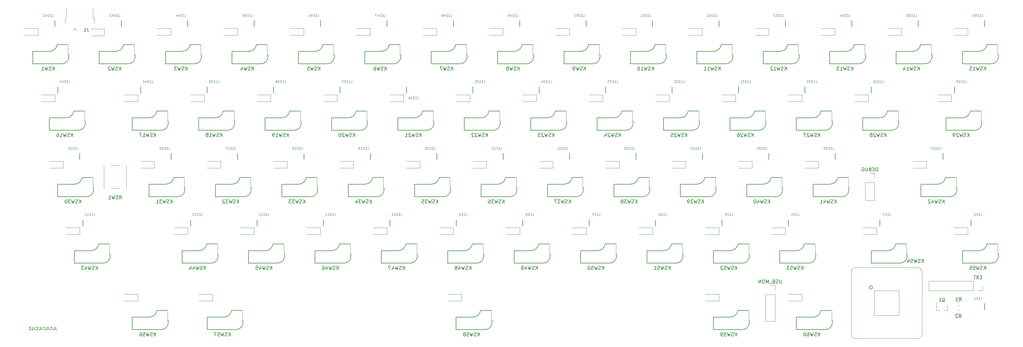
<source format=gbr>
%TF.GenerationSoftware,KiCad,Pcbnew,(5.1.9)-1*%
%TF.CreationDate,2021-10-01T21:52:25+09:00*%
%TF.ProjectId,main,6d61696e-2e6b-4696-9361-645f70636258,1*%
%TF.SameCoordinates,Original*%
%TF.FileFunction,Legend,Bot*%
%TF.FilePolarity,Positive*%
%FSLAX46Y46*%
G04 Gerber Fmt 4.6, Leading zero omitted, Abs format (unit mm)*
G04 Created by KiCad (PCBNEW (5.1.9)-1) date 2021-10-01 21:52:25*
%MOMM*%
%LPD*%
G01*
G04 APERTURE LIST*
%ADD10C,0.150000*%
%ADD11C,0.120000*%
%ADD12C,0.100000*%
G04 APERTURE END LIST*
D10*
X81320238Y-191246744D02*
X81320238Y-191818173D01*
X81358333Y-191932459D01*
X81434523Y-192008649D01*
X81548809Y-192046744D01*
X81625000Y-192046744D01*
X80558333Y-192046744D02*
X80939285Y-192046744D01*
X80939285Y-191246744D01*
X79834523Y-191970554D02*
X79872619Y-192008649D01*
X79986904Y-192046744D01*
X80063095Y-192046744D01*
X80177380Y-192008649D01*
X80253571Y-191932459D01*
X80291666Y-191856268D01*
X80329761Y-191703887D01*
X80329761Y-191589601D01*
X80291666Y-191437220D01*
X80253571Y-191361030D01*
X80177380Y-191284840D01*
X80063095Y-191246744D01*
X79986904Y-191246744D01*
X79872619Y-191284840D01*
X79834523Y-191322935D01*
X79263095Y-191246744D02*
X79263095Y-191818173D01*
X79301190Y-191932459D01*
X79377380Y-192008649D01*
X79491666Y-192046744D01*
X79567857Y-192046744D01*
X78501190Y-192046744D02*
X78882142Y-192046744D01*
X78882142Y-191246744D01*
X77777380Y-191970554D02*
X77815476Y-192008649D01*
X77929761Y-192046744D01*
X78005952Y-192046744D01*
X78120238Y-192008649D01*
X78196428Y-191932459D01*
X78234523Y-191856268D01*
X78272619Y-191703887D01*
X78272619Y-191589601D01*
X78234523Y-191437220D01*
X78196428Y-191361030D01*
X78120238Y-191284840D01*
X78005952Y-191246744D01*
X77929761Y-191246744D01*
X77815476Y-191284840D01*
X77777380Y-191322935D01*
X77205952Y-191246744D02*
X77205952Y-191818173D01*
X77244047Y-191932459D01*
X77320238Y-192008649D01*
X77434523Y-192046744D01*
X77510714Y-192046744D01*
X76444047Y-192046744D02*
X76825000Y-192046744D01*
X76825000Y-191246744D01*
X75720238Y-191970554D02*
X75758333Y-192008649D01*
X75872619Y-192046744D01*
X75948809Y-192046744D01*
X76063095Y-192008649D01*
X76139285Y-191932459D01*
X76177380Y-191856268D01*
X76215476Y-191703887D01*
X76215476Y-191589601D01*
X76177380Y-191437220D01*
X76139285Y-191361030D01*
X76063095Y-191284840D01*
X75948809Y-191246744D01*
X75872619Y-191246744D01*
X75758333Y-191284840D01*
X75720238Y-191322935D01*
X75148809Y-191246744D02*
X75148809Y-191818173D01*
X75186904Y-191932459D01*
X75263095Y-192008649D01*
X75377380Y-192046744D01*
X75453571Y-192046744D01*
X74386904Y-192046744D02*
X74767857Y-192046744D01*
X74767857Y-191246744D01*
X73663095Y-191970554D02*
X73701190Y-192008649D01*
X73815476Y-192046744D01*
X73891666Y-192046744D01*
X74005952Y-192008649D01*
X74082142Y-191932459D01*
X74120238Y-191856268D01*
X74158333Y-191703887D01*
X74158333Y-191589601D01*
X74120238Y-191437220D01*
X74082142Y-191361030D01*
X74005952Y-191284840D01*
X73891666Y-191246744D01*
X73815476Y-191246744D01*
X73701190Y-191284840D01*
X73663095Y-191322935D01*
D11*
%TO.C,U1*%
X309515000Y-193300000D02*
X309515000Y-175520000D01*
X328565000Y-194570000D02*
X310785000Y-194570000D01*
X329835000Y-175520000D02*
X329835000Y-193300000D01*
X310785000Y-174250000D02*
X328565000Y-174250000D01*
X316119000Y-180854000D02*
X323231000Y-180854000D01*
X316119000Y-187966000D02*
X316119000Y-180854000D01*
X323231000Y-187966000D02*
X316119000Y-187966000D01*
X323231000Y-180854000D02*
X323231000Y-187966000D01*
D10*
X315675000Y-179910000D02*
G75*
G03*
X315675000Y-179910000I-500000J0D01*
G01*
D11*
X310785000Y-174250000D02*
G75*
G03*
X309515000Y-175520000I0J-1270000D01*
G01*
X309515000Y-193300000D02*
G75*
G03*
X310785000Y-194570000I1270000J0D01*
G01*
X328565000Y-194570000D02*
G75*
G03*
X329835000Y-193300000I0J1270000D01*
G01*
X329835000Y-175520000D02*
G75*
G03*
X328565000Y-174250000I-1270000J0D01*
G01*
%TO.C,RSW1*%
X101630000Y-144970000D02*
X101600000Y-144970000D01*
X95170000Y-144970000D02*
X95200000Y-144970000D01*
X95170000Y-151430000D02*
X95200000Y-151430000D01*
X101600000Y-151430000D02*
X101630000Y-151430000D01*
X99700000Y-144970000D02*
X97100000Y-144970000D01*
X101630000Y-151430000D02*
X101630000Y-144970000D01*
X99700000Y-151430000D02*
X97100000Y-151430000D01*
X95170000Y-151430000D02*
X95170000Y-144970000D01*
%TO.C,R2*%
X340526724Y-186393500D02*
X340017276Y-186393500D01*
X340526724Y-187438500D02*
X340017276Y-187438500D01*
%TO.C,R1*%
X340017276Y-185057500D02*
X340526724Y-185057500D01*
X340017276Y-184012500D02*
X340526724Y-184012500D01*
%TO.C,Q1*%
X337090000Y-186485000D02*
X336160000Y-186485000D01*
X333930000Y-186485000D02*
X334860000Y-186485000D01*
X333930000Y-186485000D02*
X333930000Y-184325000D01*
X337090000Y-186485000D02*
X337090000Y-185025000D01*
D10*
%TO.C,LED56*%
X347800000Y-105150000D02*
X347800000Y-103350000D01*
%TO.C,LED55*%
X328750000Y-105150000D02*
X328750000Y-103350000D01*
%TO.C,LED54*%
X309700000Y-105150000D02*
X309700000Y-103350000D01*
%TO.C,LED53*%
X290650000Y-105150000D02*
X290650000Y-103350000D01*
%TO.C,LED52*%
X271600000Y-105150000D02*
X271600000Y-103350000D01*
%TO.C,LED51*%
X252550000Y-105150000D02*
X252550000Y-103350000D01*
%TO.C,LED50*%
X233500000Y-105150000D02*
X233500000Y-103350000D01*
%TO.C,LED49*%
X214450000Y-105150000D02*
X214450000Y-103350000D01*
%TO.C,LED48*%
X195400000Y-105150000D02*
X195400000Y-103350000D01*
%TO.C,LED47*%
X176350000Y-105150000D02*
X176350000Y-103350000D01*
%TO.C,LED46*%
X157300000Y-105150000D02*
X157300000Y-103350000D01*
%TO.C,LED45*%
X138250000Y-105150000D02*
X138250000Y-103350000D01*
%TO.C,LED44*%
X119200000Y-105150000D02*
X119200000Y-103350000D01*
%TO.C,LED43*%
X100150000Y-105150000D02*
X100150000Y-103350000D01*
%TO.C,LED42*%
X81100000Y-105150000D02*
X81100000Y-103350000D01*
%TO.C,LED41*%
X81962500Y-122400000D02*
X81962500Y-124200000D01*
%TO.C,LED40*%
X105775000Y-122400000D02*
X105775000Y-124200000D01*
%TO.C,LED39*%
X124825000Y-122400000D02*
X124825000Y-124200000D01*
%TO.C,LED38*%
X143875000Y-122400000D02*
X143875000Y-124200000D01*
%TO.C,LED37*%
X162925000Y-122400000D02*
X162925000Y-124200000D01*
%TO.C,LED36*%
X181975000Y-122400000D02*
X181975000Y-124200000D01*
%TO.C,LED35*%
X201025000Y-122400000D02*
X201025000Y-124200000D01*
%TO.C,LED34*%
X220075000Y-122400000D02*
X220075000Y-124200000D01*
%TO.C,LED33*%
X239125000Y-122400000D02*
X239125000Y-124200000D01*
%TO.C,LED32*%
X258175000Y-122400000D02*
X258175000Y-124200000D01*
%TO.C,LED31*%
X277225000Y-122400000D02*
X277225000Y-124200000D01*
%TO.C,LED30*%
X296275000Y-122400000D02*
X296275000Y-124200000D01*
%TO.C,LED29*%
X315325000Y-122400000D02*
X315325000Y-124200000D01*
%TO.C,LED28*%
X339138000Y-122400000D02*
X339138000Y-124200000D01*
%TO.C,LED27*%
X335894000Y-143250000D02*
X335894000Y-141450000D01*
%TO.C,LED26*%
X304938000Y-143250000D02*
X304938000Y-141450000D01*
%TO.C,LED25*%
X285888000Y-143250000D02*
X285888000Y-141450000D01*
%TO.C,LED24*%
X266838000Y-143250000D02*
X266838000Y-141450000D01*
%TO.C,LED23*%
X247788000Y-143250000D02*
X247788000Y-141450000D01*
%TO.C,LED22*%
X228738000Y-143250000D02*
X228738000Y-141450000D01*
%TO.C,LED21*%
X209688000Y-143250000D02*
X209688000Y-141450000D01*
%TO.C,LED20*%
X190638000Y-143250000D02*
X190638000Y-141450000D01*
%TO.C,LED19*%
X171588000Y-143250000D02*
X171588000Y-141450000D01*
%TO.C,LED18*%
X152538000Y-143250000D02*
X152538000Y-141450000D01*
%TO.C,LED17*%
X133488000Y-143250000D02*
X133488000Y-141450000D01*
%TO.C,LED16*%
X114438000Y-143250000D02*
X114438000Y-141450000D01*
%TO.C,LED15*%
X88243800Y-143250000D02*
X88243800Y-141450000D01*
%TO.C,LED14*%
X89106200Y-160500000D02*
X89106200Y-162300000D01*
%TO.C,LED13*%
X120062000Y-160500000D02*
X120062000Y-162300000D01*
%TO.C,LED12*%
X139112000Y-160500000D02*
X139112000Y-162300000D01*
%TO.C,LED11*%
X158162000Y-160500000D02*
X158162000Y-162300000D01*
%TO.C,LED10*%
X177212000Y-160500000D02*
X177212000Y-162300000D01*
%TO.C,LED9*%
X196262000Y-160500000D02*
X196262000Y-162300000D01*
%TO.C,LED8*%
X215312000Y-160500000D02*
X215312000Y-162300000D01*
%TO.C,LED7*%
X234362000Y-160500000D02*
X234362000Y-162300000D01*
%TO.C,LED6*%
X253412000Y-160500000D02*
X253412000Y-162300000D01*
%TO.C,LED5*%
X272462000Y-160500000D02*
X272462000Y-162300000D01*
%TO.C,LED4*%
X291512000Y-160500000D02*
X291512000Y-162300000D01*
%TO.C,LED3*%
X317706000Y-160500000D02*
X317706000Y-162300000D01*
%TO.C,LED2*%
X343900000Y-160500000D02*
X343900000Y-162300000D01*
%TO.C,LED1*%
X347801000Y-186310000D02*
X347801000Y-184510000D01*
D11*
%TO.C,KSW60*%
X303925000Y-189360000D02*
X303925000Y-186510000D01*
D10*
X298625000Y-188410000D02*
X293825000Y-188410000D01*
X303925000Y-186510000D02*
X300845000Y-186510000D01*
X293825000Y-192010000D02*
X302025001Y-192010000D01*
X304125000Y-190110000D02*
X304125000Y-189360000D01*
X293825000Y-188410000D02*
X293825000Y-192010000D01*
X304125000Y-189360000D02*
X303925000Y-189360000D01*
X300841318Y-186531471D02*
G75*
G02*
X298625000Y-188410000I-2151318J291471D01*
G01*
X304125000Y-190109999D02*
G75*
G02*
X302025001Y-192010000I-2000000J99999D01*
G01*
D11*
%TO.C,KSW59*%
X280112000Y-189360000D02*
X280112000Y-186510000D01*
D10*
X274812000Y-188410000D02*
X270012000Y-188410000D01*
X280112000Y-186510000D02*
X277032000Y-186510000D01*
X270012000Y-192010000D02*
X278212001Y-192010000D01*
X280312000Y-190110000D02*
X280312000Y-189360000D01*
X270012000Y-188410000D02*
X270012000Y-192010000D01*
X280312000Y-189360000D02*
X280112000Y-189360000D01*
X277028318Y-186531471D02*
G75*
G02*
X274812000Y-188410000I-2151318J291471D01*
G01*
X280312000Y-190109999D02*
G75*
G02*
X278212001Y-192010000I-2000000J99999D01*
G01*
D11*
%TO.C,KSW58*%
X206294000Y-189360000D02*
X206294000Y-186510000D01*
D10*
X200994000Y-188410000D02*
X196194000Y-188410000D01*
X206294000Y-186510000D02*
X203214000Y-186510000D01*
X196194000Y-192010000D02*
X204394001Y-192010000D01*
X206494000Y-190110000D02*
X206494000Y-189360000D01*
X196194000Y-188410000D02*
X196194000Y-192010000D01*
X206494000Y-189360000D02*
X206294000Y-189360000D01*
X203210318Y-186531471D02*
G75*
G02*
X200994000Y-188410000I-2151318J291471D01*
G01*
X206494000Y-190109999D02*
G75*
G02*
X204394001Y-192010000I-2000000J99999D01*
G01*
D11*
%TO.C,KSW57*%
X134856000Y-189360000D02*
X134856000Y-186510000D01*
D10*
X129556000Y-188410000D02*
X124756000Y-188410000D01*
X134856000Y-186510000D02*
X131776000Y-186510000D01*
X124756000Y-192010000D02*
X132956001Y-192010000D01*
X135056000Y-190110000D02*
X135056000Y-189360000D01*
X124756000Y-188410000D02*
X124756000Y-192010000D01*
X135056000Y-189360000D02*
X134856000Y-189360000D01*
X131772318Y-186531471D02*
G75*
G02*
X129556000Y-188410000I-2151318J291471D01*
G01*
X135056000Y-190109999D02*
G75*
G02*
X132956001Y-192010000I-2000000J99999D01*
G01*
D11*
%TO.C,KSW56*%
X113425000Y-189360000D02*
X113425000Y-186510000D01*
D10*
X108125000Y-188410000D02*
X103325000Y-188410000D01*
X113425000Y-186510000D02*
X110345000Y-186510000D01*
X103325000Y-192010000D02*
X111525001Y-192010000D01*
X113625000Y-190110000D02*
X113625000Y-189360000D01*
X103325000Y-188410000D02*
X103325000Y-192010000D01*
X113625000Y-189360000D02*
X113425000Y-189360000D01*
X110341318Y-186531471D02*
G75*
G02*
X108125000Y-188410000I-2151318J291471D01*
G01*
X113625000Y-190109999D02*
G75*
G02*
X111525001Y-192010000I-2000000J99999D01*
G01*
D11*
%TO.C,KSW55*%
X351550000Y-170310000D02*
X351550000Y-167460000D01*
D10*
X346250000Y-169360000D02*
X341450000Y-169360000D01*
X351550000Y-167460000D02*
X348470000Y-167460000D01*
X341450000Y-172960000D02*
X349650001Y-172960000D01*
X351750000Y-171060000D02*
X351750000Y-170310000D01*
X341450000Y-169360000D02*
X341450000Y-172960000D01*
X351750000Y-170310000D02*
X351550000Y-170310000D01*
X348466318Y-167481471D02*
G75*
G02*
X346250000Y-169360000I-2151318J291471D01*
G01*
X351750000Y-171059999D02*
G75*
G02*
X349650001Y-172960000I-2000000J99999D01*
G01*
D11*
%TO.C,KSW54*%
X325356000Y-170310000D02*
X325356000Y-167460000D01*
D10*
X320056000Y-169360000D02*
X315256000Y-169360000D01*
X325356000Y-167460000D02*
X322276000Y-167460000D01*
X315256000Y-172960000D02*
X323456001Y-172960000D01*
X325556000Y-171060000D02*
X325556000Y-170310000D01*
X315256000Y-169360000D02*
X315256000Y-172960000D01*
X325556000Y-170310000D02*
X325356000Y-170310000D01*
X322272318Y-167481471D02*
G75*
G02*
X320056000Y-169360000I-2151318J291471D01*
G01*
X325556000Y-171059999D02*
G75*
G02*
X323456001Y-172960000I-2000000J99999D01*
G01*
D11*
%TO.C,KSW53*%
X299162000Y-170310000D02*
X299162000Y-167460000D01*
D10*
X293862000Y-169360000D02*
X289062000Y-169360000D01*
X299162000Y-167460000D02*
X296082000Y-167460000D01*
X289062000Y-172960000D02*
X297262001Y-172960000D01*
X299362000Y-171060000D02*
X299362000Y-170310000D01*
X289062000Y-169360000D02*
X289062000Y-172960000D01*
X299362000Y-170310000D02*
X299162000Y-170310000D01*
X296078318Y-167481471D02*
G75*
G02*
X293862000Y-169360000I-2151318J291471D01*
G01*
X299362000Y-171059999D02*
G75*
G02*
X297262001Y-172960000I-2000000J99999D01*
G01*
D11*
%TO.C,KSW52*%
X280112000Y-170310000D02*
X280112000Y-167460000D01*
D10*
X274812000Y-169360000D02*
X270012000Y-169360000D01*
X280112000Y-167460000D02*
X277032000Y-167460000D01*
X270012000Y-172960000D02*
X278212001Y-172960000D01*
X280312000Y-171060000D02*
X280312000Y-170310000D01*
X270012000Y-169360000D02*
X270012000Y-172960000D01*
X280312000Y-170310000D02*
X280112000Y-170310000D01*
X277028318Y-167481471D02*
G75*
G02*
X274812000Y-169360000I-2151318J291471D01*
G01*
X280312000Y-171059999D02*
G75*
G02*
X278212001Y-172960000I-2000000J99999D01*
G01*
D11*
%TO.C,KSW51*%
X261062000Y-170310000D02*
X261062000Y-167460000D01*
D10*
X255762000Y-169360000D02*
X250962000Y-169360000D01*
X261062000Y-167460000D02*
X257982000Y-167460000D01*
X250962000Y-172960000D02*
X259162001Y-172960000D01*
X261262000Y-171060000D02*
X261262000Y-170310000D01*
X250962000Y-169360000D02*
X250962000Y-172960000D01*
X261262000Y-170310000D02*
X261062000Y-170310000D01*
X257978318Y-167481471D02*
G75*
G02*
X255762000Y-169360000I-2151318J291471D01*
G01*
X261262000Y-171059999D02*
G75*
G02*
X259162001Y-172960000I-2000000J99999D01*
G01*
D11*
%TO.C,KSW50*%
X242012000Y-170310000D02*
X242012000Y-167460000D01*
D10*
X236712000Y-169360000D02*
X231912000Y-169360000D01*
X242012000Y-167460000D02*
X238932000Y-167460000D01*
X231912000Y-172960000D02*
X240112001Y-172960000D01*
X242212000Y-171060000D02*
X242212000Y-170310000D01*
X231912000Y-169360000D02*
X231912000Y-172960000D01*
X242212000Y-170310000D02*
X242012000Y-170310000D01*
X238928318Y-167481471D02*
G75*
G02*
X236712000Y-169360000I-2151318J291471D01*
G01*
X242212000Y-171059999D02*
G75*
G02*
X240112001Y-172960000I-2000000J99999D01*
G01*
D11*
%TO.C,KSW49*%
X222962000Y-170310000D02*
X222962000Y-167460000D01*
D10*
X217662000Y-169360000D02*
X212862000Y-169360000D01*
X222962000Y-167460000D02*
X219882000Y-167460000D01*
X212862000Y-172960000D02*
X221062001Y-172960000D01*
X223162000Y-171060000D02*
X223162000Y-170310000D01*
X212862000Y-169360000D02*
X212862000Y-172960000D01*
X223162000Y-170310000D02*
X222962000Y-170310000D01*
X219878318Y-167481471D02*
G75*
G02*
X217662000Y-169360000I-2151318J291471D01*
G01*
X223162000Y-171059999D02*
G75*
G02*
X221062001Y-172960000I-2000000J99999D01*
G01*
D11*
%TO.C,KSW48*%
X203912000Y-170310000D02*
X203912000Y-167460000D01*
D10*
X198612000Y-169360000D02*
X193812000Y-169360000D01*
X203912000Y-167460000D02*
X200832000Y-167460000D01*
X193812000Y-172960000D02*
X202012001Y-172960000D01*
X204112000Y-171060000D02*
X204112000Y-170310000D01*
X193812000Y-169360000D02*
X193812000Y-172960000D01*
X204112000Y-170310000D02*
X203912000Y-170310000D01*
X200828318Y-167481471D02*
G75*
G02*
X198612000Y-169360000I-2151318J291471D01*
G01*
X204112000Y-171059999D02*
G75*
G02*
X202012001Y-172960000I-2000000J99999D01*
G01*
D11*
%TO.C,KSW47*%
X184862000Y-170310000D02*
X184862000Y-167460000D01*
D10*
X179562000Y-169360000D02*
X174762000Y-169360000D01*
X184862000Y-167460000D02*
X181782000Y-167460000D01*
X174762000Y-172960000D02*
X182962001Y-172960000D01*
X185062000Y-171060000D02*
X185062000Y-170310000D01*
X174762000Y-169360000D02*
X174762000Y-172960000D01*
X185062000Y-170310000D02*
X184862000Y-170310000D01*
X181778318Y-167481471D02*
G75*
G02*
X179562000Y-169360000I-2151318J291471D01*
G01*
X185062000Y-171059999D02*
G75*
G02*
X182962001Y-172960000I-2000000J99999D01*
G01*
D11*
%TO.C,KSW46*%
X165812000Y-170310000D02*
X165812000Y-167460000D01*
D10*
X160512000Y-169360000D02*
X155712000Y-169360000D01*
X165812000Y-167460000D02*
X162732000Y-167460000D01*
X155712000Y-172960000D02*
X163912001Y-172960000D01*
X166012000Y-171060000D02*
X166012000Y-170310000D01*
X155712000Y-169360000D02*
X155712000Y-172960000D01*
X166012000Y-170310000D02*
X165812000Y-170310000D01*
X162728318Y-167481471D02*
G75*
G02*
X160512000Y-169360000I-2151318J291471D01*
G01*
X166012000Y-171059999D02*
G75*
G02*
X163912001Y-172960000I-2000000J99999D01*
G01*
D11*
%TO.C,KSW45*%
X146762000Y-170310000D02*
X146762000Y-167460000D01*
D10*
X141462000Y-169360000D02*
X136662000Y-169360000D01*
X146762000Y-167460000D02*
X143682000Y-167460000D01*
X136662000Y-172960000D02*
X144862001Y-172960000D01*
X146962000Y-171060000D02*
X146962000Y-170310000D01*
X136662000Y-169360000D02*
X136662000Y-172960000D01*
X146962000Y-170310000D02*
X146762000Y-170310000D01*
X143678318Y-167481471D02*
G75*
G02*
X141462000Y-169360000I-2151318J291471D01*
G01*
X146962000Y-171059999D02*
G75*
G02*
X144862001Y-172960000I-2000000J99999D01*
G01*
D11*
%TO.C,KSW44*%
X127712000Y-170310000D02*
X127712000Y-167460000D01*
D10*
X122412000Y-169360000D02*
X117612000Y-169360000D01*
X127712000Y-167460000D02*
X124632000Y-167460000D01*
X117612000Y-172960000D02*
X125812001Y-172960000D01*
X127912000Y-171060000D02*
X127912000Y-170310000D01*
X117612000Y-169360000D02*
X117612000Y-172960000D01*
X127912000Y-170310000D02*
X127712000Y-170310000D01*
X124628318Y-167481471D02*
G75*
G02*
X122412000Y-169360000I-2151318J291471D01*
G01*
X127912000Y-171059999D02*
G75*
G02*
X125812001Y-172960000I-2000000J99999D01*
G01*
D11*
%TO.C,KSW43*%
X96756200Y-170310000D02*
X96756200Y-167460000D01*
D10*
X91456200Y-169360000D02*
X86656200Y-169360000D01*
X96756200Y-167460000D02*
X93676200Y-167460000D01*
X86656200Y-172960000D02*
X94856201Y-172960000D01*
X96956200Y-171060000D02*
X96956200Y-170310000D01*
X86656200Y-169360000D02*
X86656200Y-172960000D01*
X96956200Y-170310000D02*
X96756200Y-170310000D01*
X93672518Y-167481471D02*
G75*
G02*
X91456200Y-169360000I-2151318J291471D01*
G01*
X96956200Y-171059999D02*
G75*
G02*
X94856201Y-172960000I-2000000J99999D01*
G01*
D11*
%TO.C,KSW42*%
X339644000Y-151260000D02*
X339644000Y-148410000D01*
D10*
X334344000Y-150310000D02*
X329544000Y-150310000D01*
X339644000Y-148410000D02*
X336564000Y-148410000D01*
X329544000Y-153910000D02*
X337744001Y-153910000D01*
X339844000Y-152010000D02*
X339844000Y-151260000D01*
X329544000Y-150310000D02*
X329544000Y-153910000D01*
X339844000Y-151260000D02*
X339644000Y-151260000D01*
X336560318Y-148431471D02*
G75*
G02*
X334344000Y-150310000I-2151318J291471D01*
G01*
X339844000Y-152009999D02*
G75*
G02*
X337744001Y-153910000I-2000000J99999D01*
G01*
D11*
%TO.C,KSW41*%
X308688000Y-151260000D02*
X308688000Y-148410000D01*
D10*
X303388000Y-150310000D02*
X298588000Y-150310000D01*
X308688000Y-148410000D02*
X305608000Y-148410000D01*
X298588000Y-153910000D02*
X306788001Y-153910000D01*
X308888000Y-152010000D02*
X308888000Y-151260000D01*
X298588000Y-150310000D02*
X298588000Y-153910000D01*
X308888000Y-151260000D02*
X308688000Y-151260000D01*
X305604318Y-148431471D02*
G75*
G02*
X303388000Y-150310000I-2151318J291471D01*
G01*
X308888000Y-152009999D02*
G75*
G02*
X306788001Y-153910000I-2000000J99999D01*
G01*
D11*
%TO.C,KSW40*%
X289638000Y-151260000D02*
X289638000Y-148410000D01*
D10*
X284338000Y-150310000D02*
X279538000Y-150310000D01*
X289638000Y-148410000D02*
X286558000Y-148410000D01*
X279538000Y-153910000D02*
X287738001Y-153910000D01*
X289838000Y-152010000D02*
X289838000Y-151260000D01*
X279538000Y-150310000D02*
X279538000Y-153910000D01*
X289838000Y-151260000D02*
X289638000Y-151260000D01*
X286554318Y-148431471D02*
G75*
G02*
X284338000Y-150310000I-2151318J291471D01*
G01*
X289838000Y-152009999D02*
G75*
G02*
X287738001Y-153910000I-2000000J99999D01*
G01*
D11*
%TO.C,KSW39*%
X270588000Y-151260000D02*
X270588000Y-148410000D01*
D10*
X265288000Y-150310000D02*
X260488000Y-150310000D01*
X270588000Y-148410000D02*
X267508000Y-148410000D01*
X260488000Y-153910000D02*
X268688001Y-153910000D01*
X270788000Y-152010000D02*
X270788000Y-151260000D01*
X260488000Y-150310000D02*
X260488000Y-153910000D01*
X270788000Y-151260000D02*
X270588000Y-151260000D01*
X267504318Y-148431471D02*
G75*
G02*
X265288000Y-150310000I-2151318J291471D01*
G01*
X270788000Y-152009999D02*
G75*
G02*
X268688001Y-153910000I-2000000J99999D01*
G01*
D11*
%TO.C,KSW38*%
X251538000Y-151260000D02*
X251538000Y-148410000D01*
D10*
X246238000Y-150310000D02*
X241438000Y-150310000D01*
X251538000Y-148410000D02*
X248458000Y-148410000D01*
X241438000Y-153910000D02*
X249638001Y-153910000D01*
X251738000Y-152010000D02*
X251738000Y-151260000D01*
X241438000Y-150310000D02*
X241438000Y-153910000D01*
X251738000Y-151260000D02*
X251538000Y-151260000D01*
X248454318Y-148431471D02*
G75*
G02*
X246238000Y-150310000I-2151318J291471D01*
G01*
X251738000Y-152009999D02*
G75*
G02*
X249638001Y-153910000I-2000000J99999D01*
G01*
D11*
%TO.C,KSW37*%
X232488000Y-151260000D02*
X232488000Y-148410000D01*
D10*
X227188000Y-150310000D02*
X222388000Y-150310000D01*
X232488000Y-148410000D02*
X229408000Y-148410000D01*
X222388000Y-153910000D02*
X230588001Y-153910000D01*
X232688000Y-152010000D02*
X232688000Y-151260000D01*
X222388000Y-150310000D02*
X222388000Y-153910000D01*
X232688000Y-151260000D02*
X232488000Y-151260000D01*
X229404318Y-148431471D02*
G75*
G02*
X227188000Y-150310000I-2151318J291471D01*
G01*
X232688000Y-152009999D02*
G75*
G02*
X230588001Y-153910000I-2000000J99999D01*
G01*
D11*
%TO.C,KSW36*%
X213438000Y-151260000D02*
X213438000Y-148410000D01*
D10*
X208138000Y-150310000D02*
X203338000Y-150310000D01*
X213438000Y-148410000D02*
X210358000Y-148410000D01*
X203338000Y-153910000D02*
X211538001Y-153910000D01*
X213638000Y-152010000D02*
X213638000Y-151260000D01*
X203338000Y-150310000D02*
X203338000Y-153910000D01*
X213638000Y-151260000D02*
X213438000Y-151260000D01*
X210354318Y-148431471D02*
G75*
G02*
X208138000Y-150310000I-2151318J291471D01*
G01*
X213638000Y-152009999D02*
G75*
G02*
X211538001Y-153910000I-2000000J99999D01*
G01*
D11*
%TO.C,KSW35*%
X194388000Y-151260000D02*
X194388000Y-148410000D01*
D10*
X189088000Y-150310000D02*
X184288000Y-150310000D01*
X194388000Y-148410000D02*
X191308000Y-148410000D01*
X184288000Y-153910000D02*
X192488001Y-153910000D01*
X194588000Y-152010000D02*
X194588000Y-151260000D01*
X184288000Y-150310000D02*
X184288000Y-153910000D01*
X194588000Y-151260000D02*
X194388000Y-151260000D01*
X191304318Y-148431471D02*
G75*
G02*
X189088000Y-150310000I-2151318J291471D01*
G01*
X194588000Y-152009999D02*
G75*
G02*
X192488001Y-153910000I-2000000J99999D01*
G01*
D11*
%TO.C,KSW34*%
X175338000Y-151260000D02*
X175338000Y-148410000D01*
D10*
X170038000Y-150310000D02*
X165238000Y-150310000D01*
X175338000Y-148410000D02*
X172258000Y-148410000D01*
X165238000Y-153910000D02*
X173438001Y-153910000D01*
X175538000Y-152010000D02*
X175538000Y-151260000D01*
X165238000Y-150310000D02*
X165238000Y-153910000D01*
X175538000Y-151260000D02*
X175338000Y-151260000D01*
X172254318Y-148431471D02*
G75*
G02*
X170038000Y-150310000I-2151318J291471D01*
G01*
X175538000Y-152009999D02*
G75*
G02*
X173438001Y-153910000I-2000000J99999D01*
G01*
D11*
%TO.C,KSW33*%
X156288000Y-151260000D02*
X156288000Y-148410000D01*
D10*
X150988000Y-150310000D02*
X146188000Y-150310000D01*
X156288000Y-148410000D02*
X153208000Y-148410000D01*
X146188000Y-153910000D02*
X154388001Y-153910000D01*
X156488000Y-152010000D02*
X156488000Y-151260000D01*
X146188000Y-150310000D02*
X146188000Y-153910000D01*
X156488000Y-151260000D02*
X156288000Y-151260000D01*
X153204318Y-148431471D02*
G75*
G02*
X150988000Y-150310000I-2151318J291471D01*
G01*
X156488000Y-152009999D02*
G75*
G02*
X154388001Y-153910000I-2000000J99999D01*
G01*
D11*
%TO.C,KSW32*%
X137238000Y-151260000D02*
X137238000Y-148410000D01*
D10*
X131938000Y-150310000D02*
X127138000Y-150310000D01*
X137238000Y-148410000D02*
X134158000Y-148410000D01*
X127138000Y-153910000D02*
X135338001Y-153910000D01*
X137438000Y-152010000D02*
X137438000Y-151260000D01*
X127138000Y-150310000D02*
X127138000Y-153910000D01*
X137438000Y-151260000D02*
X137238000Y-151260000D01*
X134154318Y-148431471D02*
G75*
G02*
X131938000Y-150310000I-2151318J291471D01*
G01*
X137438000Y-152009999D02*
G75*
G02*
X135338001Y-153910000I-2000000J99999D01*
G01*
D11*
%TO.C,KSW31*%
X118188000Y-151260000D02*
X118188000Y-148410000D01*
D10*
X112888000Y-150310000D02*
X108088000Y-150310000D01*
X118188000Y-148410000D02*
X115108000Y-148410000D01*
X108088000Y-153910000D02*
X116288001Y-153910000D01*
X118388000Y-152010000D02*
X118388000Y-151260000D01*
X108088000Y-150310000D02*
X108088000Y-153910000D01*
X118388000Y-151260000D02*
X118188000Y-151260000D01*
X115104318Y-148431471D02*
G75*
G02*
X112888000Y-150310000I-2151318J291471D01*
G01*
X118388000Y-152009999D02*
G75*
G02*
X116288001Y-153910000I-2000000J99999D01*
G01*
D11*
%TO.C,KSW30*%
X91993800Y-151260000D02*
X91993800Y-148410000D01*
D10*
X86693800Y-150310000D02*
X81893800Y-150310000D01*
X91993800Y-148410000D02*
X88913800Y-148410000D01*
X81893800Y-153910000D02*
X90093801Y-153910000D01*
X92193800Y-152010000D02*
X92193800Y-151260000D01*
X81893800Y-150310000D02*
X81893800Y-153910000D01*
X92193800Y-151260000D02*
X91993800Y-151260000D01*
X88910118Y-148431471D02*
G75*
G02*
X86693800Y-150310000I-2151318J291471D01*
G01*
X92193800Y-152009999D02*
G75*
G02*
X90093801Y-153910000I-2000000J99999D01*
G01*
D11*
%TO.C,KSW29*%
X346788000Y-132210000D02*
X346788000Y-129360000D01*
D10*
X341488000Y-131260000D02*
X336688000Y-131260000D01*
X346788000Y-129360000D02*
X343708000Y-129360000D01*
X336688000Y-134860000D02*
X344888001Y-134860000D01*
X346988000Y-132960000D02*
X346988000Y-132210000D01*
X336688000Y-131260000D02*
X336688000Y-134860000D01*
X346988000Y-132210000D02*
X346788000Y-132210000D01*
X343704318Y-129381471D02*
G75*
G02*
X341488000Y-131260000I-2151318J291471D01*
G01*
X346988000Y-132959999D02*
G75*
G02*
X344888001Y-134860000I-2000000J99999D01*
G01*
D11*
%TO.C,KSW28*%
X322975000Y-132210000D02*
X322975000Y-129360000D01*
D10*
X317675000Y-131260000D02*
X312875000Y-131260000D01*
X322975000Y-129360000D02*
X319895000Y-129360000D01*
X312875000Y-134860000D02*
X321075001Y-134860000D01*
X323175000Y-132960000D02*
X323175000Y-132210000D01*
X312875000Y-131260000D02*
X312875000Y-134860000D01*
X323175000Y-132210000D02*
X322975000Y-132210000D01*
X319891318Y-129381471D02*
G75*
G02*
X317675000Y-131260000I-2151318J291471D01*
G01*
X323175000Y-132959999D02*
G75*
G02*
X321075001Y-134860000I-2000000J99999D01*
G01*
D11*
%TO.C,KSW27*%
X303925000Y-132210000D02*
X303925000Y-129360000D01*
D10*
X298625000Y-131260000D02*
X293825000Y-131260000D01*
X303925000Y-129360000D02*
X300845000Y-129360000D01*
X293825000Y-134860000D02*
X302025001Y-134860000D01*
X304125000Y-132960000D02*
X304125000Y-132210000D01*
X293825000Y-131260000D02*
X293825000Y-134860000D01*
X304125000Y-132210000D02*
X303925000Y-132210000D01*
X300841318Y-129381471D02*
G75*
G02*
X298625000Y-131260000I-2151318J291471D01*
G01*
X304125000Y-132959999D02*
G75*
G02*
X302025001Y-134860000I-2000000J99999D01*
G01*
D11*
%TO.C,KSW26*%
X284875000Y-132210000D02*
X284875000Y-129360000D01*
D10*
X279575000Y-131260000D02*
X274775000Y-131260000D01*
X284875000Y-129360000D02*
X281795000Y-129360000D01*
X274775000Y-134860000D02*
X282975001Y-134860000D01*
X285075000Y-132960000D02*
X285075000Y-132210000D01*
X274775000Y-131260000D02*
X274775000Y-134860000D01*
X285075000Y-132210000D02*
X284875000Y-132210000D01*
X281791318Y-129381471D02*
G75*
G02*
X279575000Y-131260000I-2151318J291471D01*
G01*
X285075000Y-132959999D02*
G75*
G02*
X282975001Y-134860000I-2000000J99999D01*
G01*
D11*
%TO.C,KSW25*%
X265825000Y-132210000D02*
X265825000Y-129360000D01*
D10*
X260525000Y-131260000D02*
X255725000Y-131260000D01*
X265825000Y-129360000D02*
X262745000Y-129360000D01*
X255725000Y-134860000D02*
X263925001Y-134860000D01*
X266025000Y-132960000D02*
X266025000Y-132210000D01*
X255725000Y-131260000D02*
X255725000Y-134860000D01*
X266025000Y-132210000D02*
X265825000Y-132210000D01*
X262741318Y-129381471D02*
G75*
G02*
X260525000Y-131260000I-2151318J291471D01*
G01*
X266025000Y-132959999D02*
G75*
G02*
X263925001Y-134860000I-2000000J99999D01*
G01*
D11*
%TO.C,KSW24*%
X246775000Y-132210000D02*
X246775000Y-129360000D01*
D10*
X241475000Y-131260000D02*
X236675000Y-131260000D01*
X246775000Y-129360000D02*
X243695000Y-129360000D01*
X236675000Y-134860000D02*
X244875001Y-134860000D01*
X246975000Y-132960000D02*
X246975000Y-132210000D01*
X236675000Y-131260000D02*
X236675000Y-134860000D01*
X246975000Y-132210000D02*
X246775000Y-132210000D01*
X243691318Y-129381471D02*
G75*
G02*
X241475000Y-131260000I-2151318J291471D01*
G01*
X246975000Y-132959999D02*
G75*
G02*
X244875001Y-134860000I-2000000J99999D01*
G01*
D11*
%TO.C,KSW23*%
X227725000Y-132210000D02*
X227725000Y-129360000D01*
D10*
X222425000Y-131260000D02*
X217625000Y-131260000D01*
X227725000Y-129360000D02*
X224645000Y-129360000D01*
X217625000Y-134860000D02*
X225825001Y-134860000D01*
X227925000Y-132960000D02*
X227925000Y-132210000D01*
X217625000Y-131260000D02*
X217625000Y-134860000D01*
X227925000Y-132210000D02*
X227725000Y-132210000D01*
X224641318Y-129381471D02*
G75*
G02*
X222425000Y-131260000I-2151318J291471D01*
G01*
X227925000Y-132959999D02*
G75*
G02*
X225825001Y-134860000I-2000000J99999D01*
G01*
D11*
%TO.C,KSW22*%
X208675000Y-132210000D02*
X208675000Y-129360000D01*
D10*
X203375000Y-131260000D02*
X198575000Y-131260000D01*
X208675000Y-129360000D02*
X205595000Y-129360000D01*
X198575000Y-134860000D02*
X206775001Y-134860000D01*
X208875000Y-132960000D02*
X208875000Y-132210000D01*
X198575000Y-131260000D02*
X198575000Y-134860000D01*
X208875000Y-132210000D02*
X208675000Y-132210000D01*
X205591318Y-129381471D02*
G75*
G02*
X203375000Y-131260000I-2151318J291471D01*
G01*
X208875000Y-132959999D02*
G75*
G02*
X206775001Y-134860000I-2000000J99999D01*
G01*
D11*
%TO.C,KSW21*%
X189625000Y-132210000D02*
X189625000Y-129360000D01*
D10*
X184325000Y-131260000D02*
X179525000Y-131260000D01*
X189625000Y-129360000D02*
X186545000Y-129360000D01*
X179525000Y-134860000D02*
X187725001Y-134860000D01*
X189825000Y-132960000D02*
X189825000Y-132210000D01*
X179525000Y-131260000D02*
X179525000Y-134860000D01*
X189825000Y-132210000D02*
X189625000Y-132210000D01*
X186541318Y-129381471D02*
G75*
G02*
X184325000Y-131260000I-2151318J291471D01*
G01*
X189825000Y-132959999D02*
G75*
G02*
X187725001Y-134860000I-2000000J99999D01*
G01*
D11*
%TO.C,KSW20*%
X170575000Y-132210000D02*
X170575000Y-129360000D01*
D10*
X165275000Y-131260000D02*
X160475000Y-131260000D01*
X170575000Y-129360000D02*
X167495000Y-129360000D01*
X160475000Y-134860000D02*
X168675001Y-134860000D01*
X170775000Y-132960000D02*
X170775000Y-132210000D01*
X160475000Y-131260000D02*
X160475000Y-134860000D01*
X170775000Y-132210000D02*
X170575000Y-132210000D01*
X167491318Y-129381471D02*
G75*
G02*
X165275000Y-131260000I-2151318J291471D01*
G01*
X170775000Y-132959999D02*
G75*
G02*
X168675001Y-134860000I-2000000J99999D01*
G01*
D11*
%TO.C,KSW19*%
X151525000Y-132210000D02*
X151525000Y-129360000D01*
D10*
X146225000Y-131260000D02*
X141425000Y-131260000D01*
X151525000Y-129360000D02*
X148445000Y-129360000D01*
X141425000Y-134860000D02*
X149625001Y-134860000D01*
X151725000Y-132960000D02*
X151725000Y-132210000D01*
X141425000Y-131260000D02*
X141425000Y-134860000D01*
X151725000Y-132210000D02*
X151525000Y-132210000D01*
X148441318Y-129381471D02*
G75*
G02*
X146225000Y-131260000I-2151318J291471D01*
G01*
X151725000Y-132959999D02*
G75*
G02*
X149625001Y-134860000I-2000000J99999D01*
G01*
D11*
%TO.C,KSW18*%
X132475000Y-132210000D02*
X132475000Y-129360000D01*
D10*
X127175000Y-131260000D02*
X122375000Y-131260000D01*
X132475000Y-129360000D02*
X129395000Y-129360000D01*
X122375000Y-134860000D02*
X130575001Y-134860000D01*
X132675000Y-132960000D02*
X132675000Y-132210000D01*
X122375000Y-131260000D02*
X122375000Y-134860000D01*
X132675000Y-132210000D02*
X132475000Y-132210000D01*
X129391318Y-129381471D02*
G75*
G02*
X127175000Y-131260000I-2151318J291471D01*
G01*
X132675000Y-132959999D02*
G75*
G02*
X130575001Y-134860000I-2000000J99999D01*
G01*
D11*
%TO.C,KSW17*%
X113425000Y-132210000D02*
X113425000Y-129360000D01*
D10*
X108125000Y-131260000D02*
X103325000Y-131260000D01*
X113425000Y-129360000D02*
X110345000Y-129360000D01*
X103325000Y-134860000D02*
X111525001Y-134860000D01*
X113625000Y-132960000D02*
X113625000Y-132210000D01*
X103325000Y-131260000D02*
X103325000Y-134860000D01*
X113625000Y-132210000D02*
X113425000Y-132210000D01*
X110341318Y-129381471D02*
G75*
G02*
X108125000Y-131260000I-2151318J291471D01*
G01*
X113625000Y-132959999D02*
G75*
G02*
X111525001Y-134860000I-2000000J99999D01*
G01*
D11*
%TO.C,KSW16*%
X89612500Y-132210000D02*
X89612500Y-129360000D01*
D10*
X84312500Y-131260000D02*
X79512500Y-131260000D01*
X89612500Y-129360000D02*
X86532500Y-129360000D01*
X79512500Y-134860000D02*
X87712501Y-134860000D01*
X89812500Y-132960000D02*
X89812500Y-132210000D01*
X79512500Y-131260000D02*
X79512500Y-134860000D01*
X89812500Y-132210000D02*
X89612500Y-132210000D01*
X86528818Y-129381471D02*
G75*
G02*
X84312500Y-131260000I-2151318J291471D01*
G01*
X89812500Y-132959999D02*
G75*
G02*
X87712501Y-134860000I-2000000J99999D01*
G01*
D11*
%TO.C,KSW15*%
X351550000Y-113160000D02*
X351550000Y-110310000D01*
D10*
X346250000Y-112210000D02*
X341450000Y-112210000D01*
X351550000Y-110310000D02*
X348470000Y-110310000D01*
X341450000Y-115810000D02*
X349650001Y-115810000D01*
X351750000Y-113910000D02*
X351750000Y-113160000D01*
X341450000Y-112210000D02*
X341450000Y-115810000D01*
X351750000Y-113160000D02*
X351550000Y-113160000D01*
X348466318Y-110331471D02*
G75*
G02*
X346250000Y-112210000I-2151318J291471D01*
G01*
X351750000Y-113909999D02*
G75*
G02*
X349650001Y-115810000I-2000000J99999D01*
G01*
D11*
%TO.C,KSW14*%
X332500000Y-113160000D02*
X332500000Y-110310000D01*
D10*
X327200000Y-112210000D02*
X322400000Y-112210000D01*
X332500000Y-110310000D02*
X329420000Y-110310000D01*
X322400000Y-115810000D02*
X330600001Y-115810000D01*
X332700000Y-113910000D02*
X332700000Y-113160000D01*
X322400000Y-112210000D02*
X322400000Y-115810000D01*
X332700000Y-113160000D02*
X332500000Y-113160000D01*
X329416318Y-110331471D02*
G75*
G02*
X327200000Y-112210000I-2151318J291471D01*
G01*
X332700000Y-113909999D02*
G75*
G02*
X330600001Y-115810000I-2000000J99999D01*
G01*
D11*
%TO.C,KSW13*%
X313450000Y-113160000D02*
X313450000Y-110310000D01*
D10*
X308150000Y-112210000D02*
X303350000Y-112210000D01*
X313450000Y-110310000D02*
X310370000Y-110310000D01*
X303350000Y-115810000D02*
X311550001Y-115810000D01*
X313650000Y-113910000D02*
X313650000Y-113160000D01*
X303350000Y-112210000D02*
X303350000Y-115810000D01*
X313650000Y-113160000D02*
X313450000Y-113160000D01*
X310366318Y-110331471D02*
G75*
G02*
X308150000Y-112210000I-2151318J291471D01*
G01*
X313650000Y-113909999D02*
G75*
G02*
X311550001Y-115810000I-2000000J99999D01*
G01*
D11*
%TO.C,KSW12*%
X294400000Y-113160000D02*
X294400000Y-110310000D01*
D10*
X289100000Y-112210000D02*
X284300000Y-112210000D01*
X294400000Y-110310000D02*
X291320000Y-110310000D01*
X284300000Y-115810000D02*
X292500001Y-115810000D01*
X294600000Y-113910000D02*
X294600000Y-113160000D01*
X284300000Y-112210000D02*
X284300000Y-115810000D01*
X294600000Y-113160000D02*
X294400000Y-113160000D01*
X291316318Y-110331471D02*
G75*
G02*
X289100000Y-112210000I-2151318J291471D01*
G01*
X294600000Y-113909999D02*
G75*
G02*
X292500001Y-115810000I-2000000J99999D01*
G01*
D11*
%TO.C,KSW11*%
X275350000Y-113160000D02*
X275350000Y-110310000D01*
D10*
X270050000Y-112210000D02*
X265250000Y-112210000D01*
X275350000Y-110310000D02*
X272270000Y-110310000D01*
X265250000Y-115810000D02*
X273450001Y-115810000D01*
X275550000Y-113910000D02*
X275550000Y-113160000D01*
X265250000Y-112210000D02*
X265250000Y-115810000D01*
X275550000Y-113160000D02*
X275350000Y-113160000D01*
X272266318Y-110331471D02*
G75*
G02*
X270050000Y-112210000I-2151318J291471D01*
G01*
X275550000Y-113909999D02*
G75*
G02*
X273450001Y-115810000I-2000000J99999D01*
G01*
D11*
%TO.C,KSW10*%
X256300000Y-113160000D02*
X256300000Y-110310000D01*
D10*
X251000000Y-112210000D02*
X246200000Y-112210000D01*
X256300000Y-110310000D02*
X253220000Y-110310000D01*
X246200000Y-115810000D02*
X254400001Y-115810000D01*
X256500000Y-113910000D02*
X256500000Y-113160000D01*
X246200000Y-112210000D02*
X246200000Y-115810000D01*
X256500000Y-113160000D02*
X256300000Y-113160000D01*
X253216318Y-110331471D02*
G75*
G02*
X251000000Y-112210000I-2151318J291471D01*
G01*
X256500000Y-113909999D02*
G75*
G02*
X254400001Y-115810000I-2000000J99999D01*
G01*
D11*
%TO.C,KSW9*%
X237250000Y-113160000D02*
X237250000Y-110310000D01*
D10*
X231950000Y-112210000D02*
X227150000Y-112210000D01*
X237250000Y-110310000D02*
X234170000Y-110310000D01*
X227150000Y-115810000D02*
X235350001Y-115810000D01*
X237450000Y-113910000D02*
X237450000Y-113160000D01*
X227150000Y-112210000D02*
X227150000Y-115810000D01*
X237450000Y-113160000D02*
X237250000Y-113160000D01*
X234166318Y-110331471D02*
G75*
G02*
X231950000Y-112210000I-2151318J291471D01*
G01*
X237450000Y-113909999D02*
G75*
G02*
X235350001Y-115810000I-2000000J99999D01*
G01*
D11*
%TO.C,KSW8*%
X218200000Y-113160000D02*
X218200000Y-110310000D01*
D10*
X212900000Y-112210000D02*
X208100000Y-112210000D01*
X218200000Y-110310000D02*
X215120000Y-110310000D01*
X208100000Y-115810000D02*
X216300001Y-115810000D01*
X218400000Y-113910000D02*
X218400000Y-113160000D01*
X208100000Y-112210000D02*
X208100000Y-115810000D01*
X218400000Y-113160000D02*
X218200000Y-113160000D01*
X215116318Y-110331471D02*
G75*
G02*
X212900000Y-112210000I-2151318J291471D01*
G01*
X218400000Y-113909999D02*
G75*
G02*
X216300001Y-115810000I-2000000J99999D01*
G01*
D11*
%TO.C,KSW7*%
X199150000Y-113160000D02*
X199150000Y-110310000D01*
D10*
X193850000Y-112210000D02*
X189050000Y-112210000D01*
X199150000Y-110310000D02*
X196070000Y-110310000D01*
X189050000Y-115810000D02*
X197250001Y-115810000D01*
X199350000Y-113910000D02*
X199350000Y-113160000D01*
X189050000Y-112210000D02*
X189050000Y-115810000D01*
X199350000Y-113160000D02*
X199150000Y-113160000D01*
X196066318Y-110331471D02*
G75*
G02*
X193850000Y-112210000I-2151318J291471D01*
G01*
X199350000Y-113909999D02*
G75*
G02*
X197250001Y-115810000I-2000000J99999D01*
G01*
D11*
%TO.C,KSW6*%
X180100000Y-113160000D02*
X180100000Y-110310000D01*
D10*
X174800000Y-112210000D02*
X170000000Y-112210000D01*
X180100000Y-110310000D02*
X177020000Y-110310000D01*
X170000000Y-115810000D02*
X178200001Y-115810000D01*
X180300000Y-113910000D02*
X180300000Y-113160000D01*
X170000000Y-112210000D02*
X170000000Y-115810000D01*
X180300000Y-113160000D02*
X180100000Y-113160000D01*
X177016318Y-110331471D02*
G75*
G02*
X174800000Y-112210000I-2151318J291471D01*
G01*
X180300000Y-113909999D02*
G75*
G02*
X178200001Y-115810000I-2000000J99999D01*
G01*
D11*
%TO.C,KSW5*%
X161050000Y-113160000D02*
X161050000Y-110310000D01*
D10*
X155750000Y-112210000D02*
X150950000Y-112210000D01*
X161050000Y-110310000D02*
X157970000Y-110310000D01*
X150950000Y-115810000D02*
X159150001Y-115810000D01*
X161250000Y-113910000D02*
X161250000Y-113160000D01*
X150950000Y-112210000D02*
X150950000Y-115810000D01*
X161250000Y-113160000D02*
X161050000Y-113160000D01*
X157966318Y-110331471D02*
G75*
G02*
X155750000Y-112210000I-2151318J291471D01*
G01*
X161250000Y-113909999D02*
G75*
G02*
X159150001Y-115810000I-2000000J99999D01*
G01*
D11*
%TO.C,KSW4*%
X142000000Y-113160000D02*
X142000000Y-110310000D01*
D10*
X136700000Y-112210000D02*
X131900000Y-112210000D01*
X142000000Y-110310000D02*
X138920000Y-110310000D01*
X131900000Y-115810000D02*
X140100001Y-115810000D01*
X142200000Y-113910000D02*
X142200000Y-113160000D01*
X131900000Y-112210000D02*
X131900000Y-115810000D01*
X142200000Y-113160000D02*
X142000000Y-113160000D01*
X138916318Y-110331471D02*
G75*
G02*
X136700000Y-112210000I-2151318J291471D01*
G01*
X142200000Y-113909999D02*
G75*
G02*
X140100001Y-115810000I-2000000J99999D01*
G01*
D11*
%TO.C,KSW3*%
X122950000Y-113160000D02*
X122950000Y-110310000D01*
D10*
X117650000Y-112210000D02*
X112850000Y-112210000D01*
X122950000Y-110310000D02*
X119870000Y-110310000D01*
X112850000Y-115810000D02*
X121050001Y-115810000D01*
X123150000Y-113910000D02*
X123150000Y-113160000D01*
X112850000Y-112210000D02*
X112850000Y-115810000D01*
X123150000Y-113160000D02*
X122950000Y-113160000D01*
X119866318Y-110331471D02*
G75*
G02*
X117650000Y-112210000I-2151318J291471D01*
G01*
X123150000Y-113909999D02*
G75*
G02*
X121050001Y-115810000I-2000000J99999D01*
G01*
D11*
%TO.C,KSW2*%
X103900000Y-113160000D02*
X103900000Y-110310000D01*
D10*
X98600000Y-112210000D02*
X93800000Y-112210000D01*
X103900000Y-110310000D02*
X100820000Y-110310000D01*
X93800000Y-115810000D02*
X102000001Y-115810000D01*
X104100000Y-113910000D02*
X104100000Y-113160000D01*
X93800000Y-112210000D02*
X93800000Y-115810000D01*
X104100000Y-113160000D02*
X103900000Y-113160000D01*
X100816318Y-110331471D02*
G75*
G02*
X98600000Y-112210000I-2151318J291471D01*
G01*
X104100000Y-113909999D02*
G75*
G02*
X102000001Y-115810000I-2000000J99999D01*
G01*
D11*
%TO.C,KSW1*%
X84850000Y-113160000D02*
X84850000Y-110310000D01*
D10*
X79550000Y-112210000D02*
X74750000Y-112210000D01*
X84850000Y-110310000D02*
X81770000Y-110310000D01*
X74750000Y-115810000D02*
X82950001Y-115810000D01*
X85050000Y-113910000D02*
X85050000Y-113160000D01*
X74750000Y-112210000D02*
X74750000Y-115810000D01*
X85050000Y-113160000D02*
X84850000Y-113160000D01*
X81766318Y-110331471D02*
G75*
G02*
X79550000Y-112210000I-2151318J291471D01*
G01*
X85050000Y-113909999D02*
G75*
G02*
X82950001Y-115810000I-2000000J99999D01*
G01*
D11*
%TO.C,J4*%
X331821000Y-180787000D02*
X331821000Y-178127000D01*
X344581000Y-180787000D02*
X331821000Y-180787000D01*
X344581000Y-178127000D02*
X331821000Y-178127000D01*
X344581000Y-180787000D02*
X344581000Y-178127000D01*
X345851000Y-180787000D02*
X347181000Y-180787000D01*
X347181000Y-180787000D02*
X347181000Y-179457000D01*
%TO.C,J3*%
X316224000Y-147171000D02*
X314894000Y-147171000D01*
X316224000Y-148501000D02*
X316224000Y-147171000D01*
X316224000Y-149771000D02*
X313564000Y-149771000D01*
X313564000Y-149771000D02*
X313564000Y-154911000D01*
X316224000Y-149771000D02*
X316224000Y-154911000D01*
X316224000Y-154911000D02*
X313564000Y-154911000D01*
%TO.C,J2*%
X287649000Y-189598000D02*
X284989000Y-189598000D01*
X287649000Y-181918000D02*
X287649000Y-189598000D01*
X284989000Y-181918000D02*
X284989000Y-189598000D01*
X287649000Y-181918000D02*
X284989000Y-181918000D01*
X287649000Y-180648000D02*
X287649000Y-179318000D01*
X287649000Y-179318000D02*
X286319000Y-179318000D01*
%TO.C,J1*%
X86875000Y-105565000D02*
X86475000Y-106015000D01*
X86475000Y-106015000D02*
X87275000Y-106015000D01*
X87275000Y-106015000D02*
X86875000Y-105565000D01*
X92025000Y-99965000D02*
X92025000Y-102765000D01*
X92025000Y-102765000D02*
X92325000Y-102765000D01*
X92325000Y-102765000D02*
X92325000Y-104315000D01*
X84325000Y-99965000D02*
X84325000Y-102765000D01*
X84025000Y-102765000D02*
X84325000Y-102765000D01*
X84025000Y-102765000D02*
X84025000Y-104315000D01*
%TO.C,D60*%
X295375000Y-181810000D02*
X291475000Y-181810000D01*
X295375000Y-183810000D02*
X291475000Y-183810000D01*
X295375000Y-181810000D02*
X295375000Y-183810000D01*
%TO.C,D59*%
X271562000Y-181810000D02*
X267662000Y-181810000D01*
X271562000Y-183810000D02*
X267662000Y-183810000D01*
X271562000Y-181810000D02*
X271562000Y-183810000D01*
%TO.C,D58*%
X197744000Y-181810000D02*
X193844000Y-181810000D01*
X197744000Y-183810000D02*
X193844000Y-183810000D01*
X197744000Y-181810000D02*
X197744000Y-183810000D01*
%TO.C,D57*%
X126306000Y-181810000D02*
X122406000Y-181810000D01*
X126306000Y-183810000D02*
X122406000Y-183810000D01*
X126306000Y-181810000D02*
X126306000Y-183810000D01*
%TO.C,D56*%
X104875000Y-181810000D02*
X100975000Y-181810000D01*
X104875000Y-183810000D02*
X100975000Y-183810000D01*
X104875000Y-181810000D02*
X104875000Y-183810000D01*
%TO.C,D55*%
X343000000Y-162760000D02*
X339100000Y-162760000D01*
X343000000Y-164760000D02*
X339100000Y-164760000D01*
X343000000Y-162760000D02*
X343000000Y-164760000D01*
%TO.C,D54*%
X316806000Y-162760000D02*
X312906000Y-162760000D01*
X316806000Y-164760000D02*
X312906000Y-164760000D01*
X316806000Y-162760000D02*
X316806000Y-164760000D01*
%TO.C,D53*%
X290612000Y-162760000D02*
X286712000Y-162760000D01*
X290612000Y-164760000D02*
X286712000Y-164760000D01*
X290612000Y-162760000D02*
X290612000Y-164760000D01*
%TO.C,D52*%
X271562000Y-162760000D02*
X267662000Y-162760000D01*
X271562000Y-164760000D02*
X267662000Y-164760000D01*
X271562000Y-162760000D02*
X271562000Y-164760000D01*
%TO.C,D51*%
X252512000Y-162760000D02*
X248612000Y-162760000D01*
X252512000Y-164760000D02*
X248612000Y-164760000D01*
X252512000Y-162760000D02*
X252512000Y-164760000D01*
%TO.C,D50*%
X233462000Y-162760000D02*
X229562000Y-162760000D01*
X233462000Y-164760000D02*
X229562000Y-164760000D01*
X233462000Y-162760000D02*
X233462000Y-164760000D01*
%TO.C,D49*%
X214412000Y-162760000D02*
X210512000Y-162760000D01*
X214412000Y-164760000D02*
X210512000Y-164760000D01*
X214412000Y-162760000D02*
X214412000Y-164760000D01*
%TO.C,D48*%
X195362000Y-162760000D02*
X191462000Y-162760000D01*
X195362000Y-164760000D02*
X191462000Y-164760000D01*
X195362000Y-162760000D02*
X195362000Y-164760000D01*
%TO.C,D47*%
X176312000Y-162760000D02*
X172412000Y-162760000D01*
X176312000Y-164760000D02*
X172412000Y-164760000D01*
X176312000Y-162760000D02*
X176312000Y-164760000D01*
%TO.C,D46*%
X157262000Y-162760000D02*
X153362000Y-162760000D01*
X157262000Y-164760000D02*
X153362000Y-164760000D01*
X157262000Y-162760000D02*
X157262000Y-164760000D01*
%TO.C,D45*%
X138212000Y-162760000D02*
X134312000Y-162760000D01*
X138212000Y-164760000D02*
X134312000Y-164760000D01*
X138212000Y-162760000D02*
X138212000Y-164760000D01*
%TO.C,D44*%
X119162000Y-162760000D02*
X115262000Y-162760000D01*
X119162000Y-164760000D02*
X115262000Y-164760000D01*
X119162000Y-162760000D02*
X119162000Y-164760000D01*
%TO.C,D43*%
X88206200Y-162760000D02*
X84306200Y-162760000D01*
X88206200Y-164760000D02*
X84306200Y-164760000D01*
X88206200Y-162760000D02*
X88206200Y-164760000D01*
%TO.C,D42*%
X331094000Y-143710000D02*
X327194000Y-143710000D01*
X331094000Y-145710000D02*
X327194000Y-145710000D01*
X331094000Y-143710000D02*
X331094000Y-145710000D01*
%TO.C,D41*%
X300138000Y-143710000D02*
X296238000Y-143710000D01*
X300138000Y-145710000D02*
X296238000Y-145710000D01*
X300138000Y-143710000D02*
X300138000Y-145710000D01*
%TO.C,D40*%
X281088000Y-143710000D02*
X277188000Y-143710000D01*
X281088000Y-145710000D02*
X277188000Y-145710000D01*
X281088000Y-143710000D02*
X281088000Y-145710000D01*
%TO.C,D39*%
X262038000Y-143710000D02*
X258138000Y-143710000D01*
X262038000Y-145710000D02*
X258138000Y-145710000D01*
X262038000Y-143710000D02*
X262038000Y-145710000D01*
%TO.C,D38*%
X242988000Y-143710000D02*
X239088000Y-143710000D01*
X242988000Y-145710000D02*
X239088000Y-145710000D01*
X242988000Y-143710000D02*
X242988000Y-145710000D01*
%TO.C,D37*%
X223938000Y-143710000D02*
X220038000Y-143710000D01*
X223938000Y-145710000D02*
X220038000Y-145710000D01*
X223938000Y-143710000D02*
X223938000Y-145710000D01*
%TO.C,D36*%
X204888000Y-143710000D02*
X200988000Y-143710000D01*
X204888000Y-145710000D02*
X200988000Y-145710000D01*
X204888000Y-143710000D02*
X204888000Y-145710000D01*
%TO.C,D35*%
X185838000Y-143710000D02*
X181938000Y-143710000D01*
X185838000Y-145710000D02*
X181938000Y-145710000D01*
X185838000Y-143710000D02*
X185838000Y-145710000D01*
%TO.C,D34*%
X166788000Y-143710000D02*
X162888000Y-143710000D01*
X166788000Y-145710000D02*
X162888000Y-145710000D01*
X166788000Y-143710000D02*
X166788000Y-145710000D01*
%TO.C,D33*%
X147738000Y-143710000D02*
X143838000Y-143710000D01*
X147738000Y-145710000D02*
X143838000Y-145710000D01*
X147738000Y-143710000D02*
X147738000Y-145710000D01*
%TO.C,D32*%
X128688000Y-143710000D02*
X124788000Y-143710000D01*
X128688000Y-145710000D02*
X124788000Y-145710000D01*
X128688000Y-143710000D02*
X128688000Y-145710000D01*
%TO.C,D31*%
X109638000Y-143710000D02*
X105738000Y-143710000D01*
X109638000Y-145710000D02*
X105738000Y-145710000D01*
X109638000Y-143710000D02*
X109638000Y-145710000D01*
%TO.C,D30*%
X83443800Y-143710000D02*
X79543800Y-143710000D01*
X83443800Y-145710000D02*
X79543800Y-145710000D01*
X83443800Y-143710000D02*
X83443800Y-145710000D01*
%TO.C,D29*%
X338238000Y-124660000D02*
X334338000Y-124660000D01*
X338238000Y-126660000D02*
X334338000Y-126660000D01*
X338238000Y-124660000D02*
X338238000Y-126660000D01*
%TO.C,D28*%
X314425000Y-124660000D02*
X310525000Y-124660000D01*
X314425000Y-126660000D02*
X310525000Y-126660000D01*
X314425000Y-124660000D02*
X314425000Y-126660000D01*
%TO.C,D27*%
X295375000Y-124660000D02*
X291475000Y-124660000D01*
X295375000Y-126660000D02*
X291475000Y-126660000D01*
X295375000Y-124660000D02*
X295375000Y-126660000D01*
%TO.C,D26*%
X276325000Y-124660000D02*
X272425000Y-124660000D01*
X276325000Y-126660000D02*
X272425000Y-126660000D01*
X276325000Y-124660000D02*
X276325000Y-126660000D01*
%TO.C,D25*%
X257275000Y-124660000D02*
X253375000Y-124660000D01*
X257275000Y-126660000D02*
X253375000Y-126660000D01*
X257275000Y-124660000D02*
X257275000Y-126660000D01*
%TO.C,D24*%
X238225000Y-124660000D02*
X234325000Y-124660000D01*
X238225000Y-126660000D02*
X234325000Y-126660000D01*
X238225000Y-124660000D02*
X238225000Y-126660000D01*
%TO.C,D23*%
X219175000Y-124660000D02*
X215275000Y-124660000D01*
X219175000Y-126660000D02*
X215275000Y-126660000D01*
X219175000Y-124660000D02*
X219175000Y-126660000D01*
%TO.C,D22*%
X200125000Y-124660000D02*
X196225000Y-124660000D01*
X200125000Y-126660000D02*
X196225000Y-126660000D01*
X200125000Y-124660000D02*
X200125000Y-126660000D01*
%TO.C,D21*%
X181075000Y-124660000D02*
X177175000Y-124660000D01*
X181075000Y-126660000D02*
X177175000Y-126660000D01*
X181075000Y-124660000D02*
X181075000Y-126660000D01*
%TO.C,D20*%
X162025000Y-124660000D02*
X158125000Y-124660000D01*
X162025000Y-126660000D02*
X158125000Y-126660000D01*
X162025000Y-124660000D02*
X162025000Y-126660000D01*
%TO.C,D19*%
X142975000Y-124660000D02*
X139075000Y-124660000D01*
X142975000Y-126660000D02*
X139075000Y-126660000D01*
X142975000Y-124660000D02*
X142975000Y-126660000D01*
%TO.C,D18*%
X123925000Y-124660000D02*
X120025000Y-124660000D01*
X123925000Y-126660000D02*
X120025000Y-126660000D01*
X123925000Y-124660000D02*
X123925000Y-126660000D01*
%TO.C,D17*%
X104875000Y-124660000D02*
X100975000Y-124660000D01*
X104875000Y-126660000D02*
X100975000Y-126660000D01*
X104875000Y-124660000D02*
X104875000Y-126660000D01*
%TO.C,D16*%
X81062500Y-124660000D02*
X77162500Y-124660000D01*
X81062500Y-126660000D02*
X77162500Y-126660000D01*
X81062500Y-124660000D02*
X81062500Y-126660000D01*
%TO.C,D15*%
X343000000Y-105610000D02*
X339100000Y-105610000D01*
X343000000Y-107610000D02*
X339100000Y-107610000D01*
X343000000Y-105610000D02*
X343000000Y-107610000D01*
%TO.C,D14*%
X323950000Y-105610000D02*
X320050000Y-105610000D01*
X323950000Y-107610000D02*
X320050000Y-107610000D01*
X323950000Y-105610000D02*
X323950000Y-107610000D01*
%TO.C,D13*%
X304900000Y-105610000D02*
X301000000Y-105610000D01*
X304900000Y-107610000D02*
X301000000Y-107610000D01*
X304900000Y-105610000D02*
X304900000Y-107610000D01*
%TO.C,D12*%
X285850000Y-105610000D02*
X281950000Y-105610000D01*
X285850000Y-107610000D02*
X281950000Y-107610000D01*
X285850000Y-105610000D02*
X285850000Y-107610000D01*
%TO.C,D11*%
X266800000Y-105610000D02*
X262900000Y-105610000D01*
X266800000Y-107610000D02*
X262900000Y-107610000D01*
X266800000Y-105610000D02*
X266800000Y-107610000D01*
%TO.C,D10*%
X247750000Y-105610000D02*
X243850000Y-105610000D01*
X247750000Y-107610000D02*
X243850000Y-107610000D01*
X247750000Y-105610000D02*
X247750000Y-107610000D01*
%TO.C,D9*%
X228700000Y-105610000D02*
X224800000Y-105610000D01*
X228700000Y-107610000D02*
X224800000Y-107610000D01*
X228700000Y-105610000D02*
X228700000Y-107610000D01*
%TO.C,D8*%
X209650000Y-105610000D02*
X205750000Y-105610000D01*
X209650000Y-107610000D02*
X205750000Y-107610000D01*
X209650000Y-105610000D02*
X209650000Y-107610000D01*
%TO.C,D7*%
X190600000Y-105610000D02*
X186700000Y-105610000D01*
X190600000Y-107610000D02*
X186700000Y-107610000D01*
X190600000Y-105610000D02*
X190600000Y-107610000D01*
%TO.C,D6*%
X171550000Y-105610000D02*
X167650000Y-105610000D01*
X171550000Y-107610000D02*
X167650000Y-107610000D01*
X171550000Y-105610000D02*
X171550000Y-107610000D01*
%TO.C,D5*%
X152500000Y-105610000D02*
X148600000Y-105610000D01*
X152500000Y-107610000D02*
X148600000Y-107610000D01*
X152500000Y-105610000D02*
X152500000Y-107610000D01*
%TO.C,D4*%
X133450000Y-105610000D02*
X129550000Y-105610000D01*
X133450000Y-107610000D02*
X129550000Y-107610000D01*
X133450000Y-105610000D02*
X133450000Y-107610000D01*
%TO.C,D3*%
X114400000Y-105610000D02*
X110500000Y-105610000D01*
X114400000Y-107610000D02*
X110500000Y-107610000D01*
X114400000Y-105610000D02*
X114400000Y-107610000D01*
%TO.C,D2*%
X95350000Y-105797000D02*
X91450000Y-105797000D01*
X95350000Y-107797000D02*
X91450000Y-107797000D01*
X95350000Y-105797000D02*
X95350000Y-107797000D01*
%TO.C,D1*%
X76300000Y-105610000D02*
X72400000Y-105610000D01*
X76300000Y-107610000D02*
X72400000Y-107610000D01*
X76300000Y-105610000D02*
X76300000Y-107610000D01*
%TO.C,RSW1*%
D10*
X99589285Y-154577540D02*
X99922619Y-154101350D01*
X100160714Y-154577540D02*
X100160714Y-153577540D01*
X99779761Y-153577540D01*
X99684523Y-153625160D01*
X99636904Y-153672779D01*
X99589285Y-153768017D01*
X99589285Y-153910874D01*
X99636904Y-154006112D01*
X99684523Y-154053731D01*
X99779761Y-154101350D01*
X100160714Y-154101350D01*
X99208333Y-154529921D02*
X99065476Y-154577540D01*
X98827380Y-154577540D01*
X98732142Y-154529921D01*
X98684523Y-154482302D01*
X98636904Y-154387064D01*
X98636904Y-154291826D01*
X98684523Y-154196588D01*
X98732142Y-154148969D01*
X98827380Y-154101350D01*
X99017857Y-154053731D01*
X99113095Y-154006112D01*
X99160714Y-153958493D01*
X99208333Y-153863255D01*
X99208333Y-153768017D01*
X99160714Y-153672779D01*
X99113095Y-153625160D01*
X99017857Y-153577540D01*
X98779761Y-153577540D01*
X98636904Y-153625160D01*
X98303571Y-153577540D02*
X98065476Y-154577540D01*
X97875000Y-153863255D01*
X97684523Y-154577540D01*
X97446428Y-153577540D01*
X96541666Y-154577540D02*
X97113095Y-154577540D01*
X96827380Y-154577540D02*
X96827380Y-153577540D01*
X96922619Y-153720398D01*
X97017857Y-153815636D01*
X97113095Y-153863255D01*
%TO.C,R2*%
X340438666Y-188606800D02*
X340772000Y-188130610D01*
X341010095Y-188606800D02*
X341010095Y-187606800D01*
X340629142Y-187606800D01*
X340533904Y-187654420D01*
X340486285Y-187702039D01*
X340438666Y-187797277D01*
X340438666Y-187940134D01*
X340486285Y-188035372D01*
X340533904Y-188082991D01*
X340629142Y-188130610D01*
X341010095Y-188130610D01*
X340057714Y-187702039D02*
X340010095Y-187654420D01*
X339914857Y-187606800D01*
X339676761Y-187606800D01*
X339581523Y-187654420D01*
X339533904Y-187702039D01*
X339486285Y-187797277D01*
X339486285Y-187892515D01*
X339533904Y-188035372D01*
X340105333Y-188606800D01*
X339486285Y-188606800D01*
%TO.C,R1*%
X340438666Y-183780740D02*
X340772000Y-183304550D01*
X341010095Y-183780740D02*
X341010095Y-182780740D01*
X340629142Y-182780740D01*
X340533904Y-182828360D01*
X340486285Y-182875979D01*
X340438666Y-182971217D01*
X340438666Y-183114074D01*
X340486285Y-183209312D01*
X340533904Y-183256931D01*
X340629142Y-183304550D01*
X341010095Y-183304550D01*
X339486285Y-183780740D02*
X340057714Y-183780740D01*
X339772000Y-183780740D02*
X339772000Y-182780740D01*
X339867238Y-182923598D01*
X339962476Y-183018836D01*
X340057714Y-183066455D01*
%TO.C,Q1*%
X335636458Y-184034089D02*
X335731696Y-183986470D01*
X335826934Y-183891231D01*
X335969791Y-183748374D01*
X336065029Y-183700755D01*
X336160267Y-183700755D01*
X336112648Y-183938850D02*
X336207886Y-183891231D01*
X336303124Y-183795993D01*
X336350743Y-183605517D01*
X336350743Y-183272184D01*
X336303124Y-183081708D01*
X336207886Y-182986470D01*
X336112648Y-182938850D01*
X335922172Y-182938850D01*
X335826934Y-182986470D01*
X335731696Y-183081708D01*
X335684077Y-183272184D01*
X335684077Y-183605517D01*
X335731696Y-183795993D01*
X335826934Y-183891231D01*
X335922172Y-183938850D01*
X336112648Y-183938850D01*
X334731696Y-183938850D02*
X335303124Y-183938850D01*
X335017410Y-183938850D02*
X335017410Y-182938850D01*
X335112648Y-183081708D01*
X335207886Y-183176946D01*
X335303124Y-183224565D01*
%TO.C,LED56*%
D12*
X346902857Y-102248571D02*
X347217142Y-102248571D01*
X347217142Y-101588571D01*
X346682857Y-101902857D02*
X346462857Y-101902857D01*
X346368571Y-102248571D02*
X346682857Y-102248571D01*
X346682857Y-101588571D01*
X346368571Y-101588571D01*
X346085714Y-102248571D02*
X346085714Y-101588571D01*
X345928571Y-101588571D01*
X345834285Y-101620000D01*
X345771428Y-101682857D01*
X345740000Y-101745714D01*
X345708571Y-101871428D01*
X345708571Y-101965714D01*
X345740000Y-102091428D01*
X345771428Y-102154285D01*
X345834285Y-102217142D01*
X345928571Y-102248571D01*
X346085714Y-102248571D01*
X345111428Y-101588571D02*
X345425714Y-101588571D01*
X345457142Y-101902857D01*
X345425714Y-101871428D01*
X345362857Y-101840000D01*
X345205714Y-101840000D01*
X345142857Y-101871428D01*
X345111428Y-101902857D01*
X345080000Y-101965714D01*
X345080000Y-102122857D01*
X345111428Y-102185714D01*
X345142857Y-102217142D01*
X345205714Y-102248571D01*
X345362857Y-102248571D01*
X345425714Y-102217142D01*
X345457142Y-102185714D01*
X344514285Y-101588571D02*
X344640000Y-101588571D01*
X344702857Y-101620000D01*
X344734285Y-101651428D01*
X344797142Y-101745714D01*
X344828571Y-101871428D01*
X344828571Y-102122857D01*
X344797142Y-102185714D01*
X344765714Y-102217142D01*
X344702857Y-102248571D01*
X344577142Y-102248571D01*
X344514285Y-102217142D01*
X344482857Y-102185714D01*
X344451428Y-102122857D01*
X344451428Y-101965714D01*
X344482857Y-101902857D01*
X344514285Y-101871428D01*
X344577142Y-101840000D01*
X344702857Y-101840000D01*
X344765714Y-101871428D01*
X344797142Y-101902857D01*
X344828571Y-101965714D01*
%TO.C,LED55*%
X327852857Y-102248571D02*
X328167142Y-102248571D01*
X328167142Y-101588571D01*
X327632857Y-101902857D02*
X327412857Y-101902857D01*
X327318571Y-102248571D02*
X327632857Y-102248571D01*
X327632857Y-101588571D01*
X327318571Y-101588571D01*
X327035714Y-102248571D02*
X327035714Y-101588571D01*
X326878571Y-101588571D01*
X326784285Y-101620000D01*
X326721428Y-101682857D01*
X326690000Y-101745714D01*
X326658571Y-101871428D01*
X326658571Y-101965714D01*
X326690000Y-102091428D01*
X326721428Y-102154285D01*
X326784285Y-102217142D01*
X326878571Y-102248571D01*
X327035714Y-102248571D01*
X326061428Y-101588571D02*
X326375714Y-101588571D01*
X326407142Y-101902857D01*
X326375714Y-101871428D01*
X326312857Y-101840000D01*
X326155714Y-101840000D01*
X326092857Y-101871428D01*
X326061428Y-101902857D01*
X326030000Y-101965714D01*
X326030000Y-102122857D01*
X326061428Y-102185714D01*
X326092857Y-102217142D01*
X326155714Y-102248571D01*
X326312857Y-102248571D01*
X326375714Y-102217142D01*
X326407142Y-102185714D01*
X325432857Y-101588571D02*
X325747142Y-101588571D01*
X325778571Y-101902857D01*
X325747142Y-101871428D01*
X325684285Y-101840000D01*
X325527142Y-101840000D01*
X325464285Y-101871428D01*
X325432857Y-101902857D01*
X325401428Y-101965714D01*
X325401428Y-102122857D01*
X325432857Y-102185714D01*
X325464285Y-102217142D01*
X325527142Y-102248571D01*
X325684285Y-102248571D01*
X325747142Y-102217142D01*
X325778571Y-102185714D01*
%TO.C,LED54*%
X308802857Y-102248571D02*
X309117142Y-102248571D01*
X309117142Y-101588571D01*
X308582857Y-101902857D02*
X308362857Y-101902857D01*
X308268571Y-102248571D02*
X308582857Y-102248571D01*
X308582857Y-101588571D01*
X308268571Y-101588571D01*
X307985714Y-102248571D02*
X307985714Y-101588571D01*
X307828571Y-101588571D01*
X307734285Y-101620000D01*
X307671428Y-101682857D01*
X307640000Y-101745714D01*
X307608571Y-101871428D01*
X307608571Y-101965714D01*
X307640000Y-102091428D01*
X307671428Y-102154285D01*
X307734285Y-102217142D01*
X307828571Y-102248571D01*
X307985714Y-102248571D01*
X307011428Y-101588571D02*
X307325714Y-101588571D01*
X307357142Y-101902857D01*
X307325714Y-101871428D01*
X307262857Y-101840000D01*
X307105714Y-101840000D01*
X307042857Y-101871428D01*
X307011428Y-101902857D01*
X306980000Y-101965714D01*
X306980000Y-102122857D01*
X307011428Y-102185714D01*
X307042857Y-102217142D01*
X307105714Y-102248571D01*
X307262857Y-102248571D01*
X307325714Y-102217142D01*
X307357142Y-102185714D01*
X306414285Y-101808571D02*
X306414285Y-102248571D01*
X306571428Y-101557142D02*
X306728571Y-102028571D01*
X306320000Y-102028571D01*
%TO.C,LED53*%
X289752857Y-102248571D02*
X290067142Y-102248571D01*
X290067142Y-101588571D01*
X289532857Y-101902857D02*
X289312857Y-101902857D01*
X289218571Y-102248571D02*
X289532857Y-102248571D01*
X289532857Y-101588571D01*
X289218571Y-101588571D01*
X288935714Y-102248571D02*
X288935714Y-101588571D01*
X288778571Y-101588571D01*
X288684285Y-101620000D01*
X288621428Y-101682857D01*
X288590000Y-101745714D01*
X288558571Y-101871428D01*
X288558571Y-101965714D01*
X288590000Y-102091428D01*
X288621428Y-102154285D01*
X288684285Y-102217142D01*
X288778571Y-102248571D01*
X288935714Y-102248571D01*
X287961428Y-101588571D02*
X288275714Y-101588571D01*
X288307142Y-101902857D01*
X288275714Y-101871428D01*
X288212857Y-101840000D01*
X288055714Y-101840000D01*
X287992857Y-101871428D01*
X287961428Y-101902857D01*
X287930000Y-101965714D01*
X287930000Y-102122857D01*
X287961428Y-102185714D01*
X287992857Y-102217142D01*
X288055714Y-102248571D01*
X288212857Y-102248571D01*
X288275714Y-102217142D01*
X288307142Y-102185714D01*
X287710000Y-101588571D02*
X287301428Y-101588571D01*
X287521428Y-101840000D01*
X287427142Y-101840000D01*
X287364285Y-101871428D01*
X287332857Y-101902857D01*
X287301428Y-101965714D01*
X287301428Y-102122857D01*
X287332857Y-102185714D01*
X287364285Y-102217142D01*
X287427142Y-102248571D01*
X287615714Y-102248571D01*
X287678571Y-102217142D01*
X287710000Y-102185714D01*
%TO.C,LED52*%
X270702857Y-102248571D02*
X271017142Y-102248571D01*
X271017142Y-101588571D01*
X270482857Y-101902857D02*
X270262857Y-101902857D01*
X270168571Y-102248571D02*
X270482857Y-102248571D01*
X270482857Y-101588571D01*
X270168571Y-101588571D01*
X269885714Y-102248571D02*
X269885714Y-101588571D01*
X269728571Y-101588571D01*
X269634285Y-101620000D01*
X269571428Y-101682857D01*
X269540000Y-101745714D01*
X269508571Y-101871428D01*
X269508571Y-101965714D01*
X269540000Y-102091428D01*
X269571428Y-102154285D01*
X269634285Y-102217142D01*
X269728571Y-102248571D01*
X269885714Y-102248571D01*
X268911428Y-101588571D02*
X269225714Y-101588571D01*
X269257142Y-101902857D01*
X269225714Y-101871428D01*
X269162857Y-101840000D01*
X269005714Y-101840000D01*
X268942857Y-101871428D01*
X268911428Y-101902857D01*
X268880000Y-101965714D01*
X268880000Y-102122857D01*
X268911428Y-102185714D01*
X268942857Y-102217142D01*
X269005714Y-102248571D01*
X269162857Y-102248571D01*
X269225714Y-102217142D01*
X269257142Y-102185714D01*
X268628571Y-101651428D02*
X268597142Y-101620000D01*
X268534285Y-101588571D01*
X268377142Y-101588571D01*
X268314285Y-101620000D01*
X268282857Y-101651428D01*
X268251428Y-101714285D01*
X268251428Y-101777142D01*
X268282857Y-101871428D01*
X268660000Y-102248571D01*
X268251428Y-102248571D01*
%TO.C,LED51*%
X251652857Y-102248571D02*
X251967142Y-102248571D01*
X251967142Y-101588571D01*
X251432857Y-101902857D02*
X251212857Y-101902857D01*
X251118571Y-102248571D02*
X251432857Y-102248571D01*
X251432857Y-101588571D01*
X251118571Y-101588571D01*
X250835714Y-102248571D02*
X250835714Y-101588571D01*
X250678571Y-101588571D01*
X250584285Y-101620000D01*
X250521428Y-101682857D01*
X250490000Y-101745714D01*
X250458571Y-101871428D01*
X250458571Y-101965714D01*
X250490000Y-102091428D01*
X250521428Y-102154285D01*
X250584285Y-102217142D01*
X250678571Y-102248571D01*
X250835714Y-102248571D01*
X249861428Y-101588571D02*
X250175714Y-101588571D01*
X250207142Y-101902857D01*
X250175714Y-101871428D01*
X250112857Y-101840000D01*
X249955714Y-101840000D01*
X249892857Y-101871428D01*
X249861428Y-101902857D01*
X249830000Y-101965714D01*
X249830000Y-102122857D01*
X249861428Y-102185714D01*
X249892857Y-102217142D01*
X249955714Y-102248571D01*
X250112857Y-102248571D01*
X250175714Y-102217142D01*
X250207142Y-102185714D01*
X249201428Y-102248571D02*
X249578571Y-102248571D01*
X249390000Y-102248571D02*
X249390000Y-101588571D01*
X249452857Y-101682857D01*
X249515714Y-101745714D01*
X249578571Y-101777142D01*
%TO.C,LED50*%
X232602857Y-102248571D02*
X232917142Y-102248571D01*
X232917142Y-101588571D01*
X232382857Y-101902857D02*
X232162857Y-101902857D01*
X232068571Y-102248571D02*
X232382857Y-102248571D01*
X232382857Y-101588571D01*
X232068571Y-101588571D01*
X231785714Y-102248571D02*
X231785714Y-101588571D01*
X231628571Y-101588571D01*
X231534285Y-101620000D01*
X231471428Y-101682857D01*
X231440000Y-101745714D01*
X231408571Y-101871428D01*
X231408571Y-101965714D01*
X231440000Y-102091428D01*
X231471428Y-102154285D01*
X231534285Y-102217142D01*
X231628571Y-102248571D01*
X231785714Y-102248571D01*
X230811428Y-101588571D02*
X231125714Y-101588571D01*
X231157142Y-101902857D01*
X231125714Y-101871428D01*
X231062857Y-101840000D01*
X230905714Y-101840000D01*
X230842857Y-101871428D01*
X230811428Y-101902857D01*
X230780000Y-101965714D01*
X230780000Y-102122857D01*
X230811428Y-102185714D01*
X230842857Y-102217142D01*
X230905714Y-102248571D01*
X231062857Y-102248571D01*
X231125714Y-102217142D01*
X231157142Y-102185714D01*
X230371428Y-101588571D02*
X230308571Y-101588571D01*
X230245714Y-101620000D01*
X230214285Y-101651428D01*
X230182857Y-101714285D01*
X230151428Y-101840000D01*
X230151428Y-101997142D01*
X230182857Y-102122857D01*
X230214285Y-102185714D01*
X230245714Y-102217142D01*
X230308571Y-102248571D01*
X230371428Y-102248571D01*
X230434285Y-102217142D01*
X230465714Y-102185714D01*
X230497142Y-102122857D01*
X230528571Y-101997142D01*
X230528571Y-101840000D01*
X230497142Y-101714285D01*
X230465714Y-101651428D01*
X230434285Y-101620000D01*
X230371428Y-101588571D01*
%TO.C,LED49*%
X213552857Y-102248571D02*
X213867142Y-102248571D01*
X213867142Y-101588571D01*
X213332857Y-101902857D02*
X213112857Y-101902857D01*
X213018571Y-102248571D02*
X213332857Y-102248571D01*
X213332857Y-101588571D01*
X213018571Y-101588571D01*
X212735714Y-102248571D02*
X212735714Y-101588571D01*
X212578571Y-101588571D01*
X212484285Y-101620000D01*
X212421428Y-101682857D01*
X212390000Y-101745714D01*
X212358571Y-101871428D01*
X212358571Y-101965714D01*
X212390000Y-102091428D01*
X212421428Y-102154285D01*
X212484285Y-102217142D01*
X212578571Y-102248571D01*
X212735714Y-102248571D01*
X211792857Y-101808571D02*
X211792857Y-102248571D01*
X211950000Y-101557142D02*
X212107142Y-102028571D01*
X211698571Y-102028571D01*
X211415714Y-102248571D02*
X211290000Y-102248571D01*
X211227142Y-102217142D01*
X211195714Y-102185714D01*
X211132857Y-102091428D01*
X211101428Y-101965714D01*
X211101428Y-101714285D01*
X211132857Y-101651428D01*
X211164285Y-101620000D01*
X211227142Y-101588571D01*
X211352857Y-101588571D01*
X211415714Y-101620000D01*
X211447142Y-101651428D01*
X211478571Y-101714285D01*
X211478571Y-101871428D01*
X211447142Y-101934285D01*
X211415714Y-101965714D01*
X211352857Y-101997142D01*
X211227142Y-101997142D01*
X211164285Y-101965714D01*
X211132857Y-101934285D01*
X211101428Y-101871428D01*
%TO.C,LED48*%
X194502857Y-102248571D02*
X194817142Y-102248571D01*
X194817142Y-101588571D01*
X194282857Y-101902857D02*
X194062857Y-101902857D01*
X193968571Y-102248571D02*
X194282857Y-102248571D01*
X194282857Y-101588571D01*
X193968571Y-101588571D01*
X193685714Y-102248571D02*
X193685714Y-101588571D01*
X193528571Y-101588571D01*
X193434285Y-101620000D01*
X193371428Y-101682857D01*
X193340000Y-101745714D01*
X193308571Y-101871428D01*
X193308571Y-101965714D01*
X193340000Y-102091428D01*
X193371428Y-102154285D01*
X193434285Y-102217142D01*
X193528571Y-102248571D01*
X193685714Y-102248571D01*
X192742857Y-101808571D02*
X192742857Y-102248571D01*
X192900000Y-101557142D02*
X193057142Y-102028571D01*
X192648571Y-102028571D01*
X192302857Y-101871428D02*
X192365714Y-101840000D01*
X192397142Y-101808571D01*
X192428571Y-101745714D01*
X192428571Y-101714285D01*
X192397142Y-101651428D01*
X192365714Y-101620000D01*
X192302857Y-101588571D01*
X192177142Y-101588571D01*
X192114285Y-101620000D01*
X192082857Y-101651428D01*
X192051428Y-101714285D01*
X192051428Y-101745714D01*
X192082857Y-101808571D01*
X192114285Y-101840000D01*
X192177142Y-101871428D01*
X192302857Y-101871428D01*
X192365714Y-101902857D01*
X192397142Y-101934285D01*
X192428571Y-101997142D01*
X192428571Y-102122857D01*
X192397142Y-102185714D01*
X192365714Y-102217142D01*
X192302857Y-102248571D01*
X192177142Y-102248571D01*
X192114285Y-102217142D01*
X192082857Y-102185714D01*
X192051428Y-102122857D01*
X192051428Y-101997142D01*
X192082857Y-101934285D01*
X192114285Y-101902857D01*
X192177142Y-101871428D01*
%TO.C,LED47*%
X175452857Y-102248571D02*
X175767142Y-102248571D01*
X175767142Y-101588571D01*
X175232857Y-101902857D02*
X175012857Y-101902857D01*
X174918571Y-102248571D02*
X175232857Y-102248571D01*
X175232857Y-101588571D01*
X174918571Y-101588571D01*
X174635714Y-102248571D02*
X174635714Y-101588571D01*
X174478571Y-101588571D01*
X174384285Y-101620000D01*
X174321428Y-101682857D01*
X174290000Y-101745714D01*
X174258571Y-101871428D01*
X174258571Y-101965714D01*
X174290000Y-102091428D01*
X174321428Y-102154285D01*
X174384285Y-102217142D01*
X174478571Y-102248571D01*
X174635714Y-102248571D01*
X173692857Y-101808571D02*
X173692857Y-102248571D01*
X173850000Y-101557142D02*
X174007142Y-102028571D01*
X173598571Y-102028571D01*
X173410000Y-101588571D02*
X172970000Y-101588571D01*
X173252857Y-102248571D01*
%TO.C,LED46*%
X156402857Y-102248571D02*
X156717142Y-102248571D01*
X156717142Y-101588571D01*
X156182857Y-101902857D02*
X155962857Y-101902857D01*
X155868571Y-102248571D02*
X156182857Y-102248571D01*
X156182857Y-101588571D01*
X155868571Y-101588571D01*
X155585714Y-102248571D02*
X155585714Y-101588571D01*
X155428571Y-101588571D01*
X155334285Y-101620000D01*
X155271428Y-101682857D01*
X155240000Y-101745714D01*
X155208571Y-101871428D01*
X155208571Y-101965714D01*
X155240000Y-102091428D01*
X155271428Y-102154285D01*
X155334285Y-102217142D01*
X155428571Y-102248571D01*
X155585714Y-102248571D01*
X154642857Y-101808571D02*
X154642857Y-102248571D01*
X154800000Y-101557142D02*
X154957142Y-102028571D01*
X154548571Y-102028571D01*
X154014285Y-101588571D02*
X154140000Y-101588571D01*
X154202857Y-101620000D01*
X154234285Y-101651428D01*
X154297142Y-101745714D01*
X154328571Y-101871428D01*
X154328571Y-102122857D01*
X154297142Y-102185714D01*
X154265714Y-102217142D01*
X154202857Y-102248571D01*
X154077142Y-102248571D01*
X154014285Y-102217142D01*
X153982857Y-102185714D01*
X153951428Y-102122857D01*
X153951428Y-101965714D01*
X153982857Y-101902857D01*
X154014285Y-101871428D01*
X154077142Y-101840000D01*
X154202857Y-101840000D01*
X154265714Y-101871428D01*
X154297142Y-101902857D01*
X154328571Y-101965714D01*
%TO.C,LED45*%
X137352857Y-102248571D02*
X137667142Y-102248571D01*
X137667142Y-101588571D01*
X137132857Y-101902857D02*
X136912857Y-101902857D01*
X136818571Y-102248571D02*
X137132857Y-102248571D01*
X137132857Y-101588571D01*
X136818571Y-101588571D01*
X136535714Y-102248571D02*
X136535714Y-101588571D01*
X136378571Y-101588571D01*
X136284285Y-101620000D01*
X136221428Y-101682857D01*
X136190000Y-101745714D01*
X136158571Y-101871428D01*
X136158571Y-101965714D01*
X136190000Y-102091428D01*
X136221428Y-102154285D01*
X136284285Y-102217142D01*
X136378571Y-102248571D01*
X136535714Y-102248571D01*
X135592857Y-101808571D02*
X135592857Y-102248571D01*
X135750000Y-101557142D02*
X135907142Y-102028571D01*
X135498571Y-102028571D01*
X134932857Y-101588571D02*
X135247142Y-101588571D01*
X135278571Y-101902857D01*
X135247142Y-101871428D01*
X135184285Y-101840000D01*
X135027142Y-101840000D01*
X134964285Y-101871428D01*
X134932857Y-101902857D01*
X134901428Y-101965714D01*
X134901428Y-102122857D01*
X134932857Y-102185714D01*
X134964285Y-102217142D01*
X135027142Y-102248571D01*
X135184285Y-102248571D01*
X135247142Y-102217142D01*
X135278571Y-102185714D01*
%TO.C,LED44*%
X118302857Y-102248571D02*
X118617142Y-102248571D01*
X118617142Y-101588571D01*
X118082857Y-101902857D02*
X117862857Y-101902857D01*
X117768571Y-102248571D02*
X118082857Y-102248571D01*
X118082857Y-101588571D01*
X117768571Y-101588571D01*
X117485714Y-102248571D02*
X117485714Y-101588571D01*
X117328571Y-101588571D01*
X117234285Y-101620000D01*
X117171428Y-101682857D01*
X117140000Y-101745714D01*
X117108571Y-101871428D01*
X117108571Y-101965714D01*
X117140000Y-102091428D01*
X117171428Y-102154285D01*
X117234285Y-102217142D01*
X117328571Y-102248571D01*
X117485714Y-102248571D01*
X116542857Y-101808571D02*
X116542857Y-102248571D01*
X116700000Y-101557142D02*
X116857142Y-102028571D01*
X116448571Y-102028571D01*
X115914285Y-101808571D02*
X115914285Y-102248571D01*
X116071428Y-101557142D02*
X116228571Y-102028571D01*
X115820000Y-102028571D01*
%TO.C,LED43*%
X99252857Y-102248571D02*
X99567142Y-102248571D01*
X99567142Y-101588571D01*
X99032857Y-101902857D02*
X98812857Y-101902857D01*
X98718571Y-102248571D02*
X99032857Y-102248571D01*
X99032857Y-101588571D01*
X98718571Y-101588571D01*
X98435714Y-102248571D02*
X98435714Y-101588571D01*
X98278571Y-101588571D01*
X98184285Y-101620000D01*
X98121428Y-101682857D01*
X98090000Y-101745714D01*
X98058571Y-101871428D01*
X98058571Y-101965714D01*
X98090000Y-102091428D01*
X98121428Y-102154285D01*
X98184285Y-102217142D01*
X98278571Y-102248571D01*
X98435714Y-102248571D01*
X97492857Y-101808571D02*
X97492857Y-102248571D01*
X97650000Y-101557142D02*
X97807142Y-102028571D01*
X97398571Y-102028571D01*
X97210000Y-101588571D02*
X96801428Y-101588571D01*
X97021428Y-101840000D01*
X96927142Y-101840000D01*
X96864285Y-101871428D01*
X96832857Y-101902857D01*
X96801428Y-101965714D01*
X96801428Y-102122857D01*
X96832857Y-102185714D01*
X96864285Y-102217142D01*
X96927142Y-102248571D01*
X97115714Y-102248571D01*
X97178571Y-102217142D01*
X97210000Y-102185714D01*
%TO.C,LED42*%
X80202857Y-102248571D02*
X80517142Y-102248571D01*
X80517142Y-101588571D01*
X79982857Y-101902857D02*
X79762857Y-101902857D01*
X79668571Y-102248571D02*
X79982857Y-102248571D01*
X79982857Y-101588571D01*
X79668571Y-101588571D01*
X79385714Y-102248571D02*
X79385714Y-101588571D01*
X79228571Y-101588571D01*
X79134285Y-101620000D01*
X79071428Y-101682857D01*
X79040000Y-101745714D01*
X79008571Y-101871428D01*
X79008571Y-101965714D01*
X79040000Y-102091428D01*
X79071428Y-102154285D01*
X79134285Y-102217142D01*
X79228571Y-102248571D01*
X79385714Y-102248571D01*
X78442857Y-101808571D02*
X78442857Y-102248571D01*
X78600000Y-101557142D02*
X78757142Y-102028571D01*
X78348571Y-102028571D01*
X78128571Y-101651428D02*
X78097142Y-101620000D01*
X78034285Y-101588571D01*
X77877142Y-101588571D01*
X77814285Y-101620000D01*
X77782857Y-101651428D01*
X77751428Y-101714285D01*
X77751428Y-101777142D01*
X77782857Y-101871428D01*
X78160000Y-102248571D01*
X77751428Y-102248571D01*
%TO.C,LED41*%
X84965357Y-121214871D02*
X85279642Y-121214871D01*
X85279642Y-120554871D01*
X84745357Y-120869157D02*
X84525357Y-120869157D01*
X84431071Y-121214871D02*
X84745357Y-121214871D01*
X84745357Y-120554871D01*
X84431071Y-120554871D01*
X84148214Y-121214871D02*
X84148214Y-120554871D01*
X83991071Y-120554871D01*
X83896785Y-120586300D01*
X83833928Y-120649157D01*
X83802500Y-120712014D01*
X83771071Y-120837728D01*
X83771071Y-120932014D01*
X83802500Y-121057728D01*
X83833928Y-121120585D01*
X83896785Y-121183442D01*
X83991071Y-121214871D01*
X84148214Y-121214871D01*
X83205357Y-120774871D02*
X83205357Y-121214871D01*
X83362500Y-120523442D02*
X83519642Y-120994871D01*
X83111071Y-120994871D01*
X82513928Y-121214871D02*
X82891071Y-121214871D01*
X82702500Y-121214871D02*
X82702500Y-120554871D01*
X82765357Y-120649157D01*
X82828214Y-120712014D01*
X82891071Y-120743442D01*
%TO.C,LED40*%
X108777417Y-121214871D02*
X109091702Y-121214871D01*
X109091702Y-120554871D01*
X108557417Y-120869157D02*
X108337417Y-120869157D01*
X108243131Y-121214871D02*
X108557417Y-121214871D01*
X108557417Y-120554871D01*
X108243131Y-120554871D01*
X107960274Y-121214871D02*
X107960274Y-120554871D01*
X107803131Y-120554871D01*
X107708845Y-120586300D01*
X107645988Y-120649157D01*
X107614560Y-120712014D01*
X107583131Y-120837728D01*
X107583131Y-120932014D01*
X107614560Y-121057728D01*
X107645988Y-121120585D01*
X107708845Y-121183442D01*
X107803131Y-121214871D01*
X107960274Y-121214871D01*
X107017417Y-120774871D02*
X107017417Y-121214871D01*
X107174560Y-120523442D02*
X107331702Y-120994871D01*
X106923131Y-120994871D01*
X106545988Y-120554871D02*
X106483131Y-120554871D01*
X106420274Y-120586300D01*
X106388845Y-120617728D01*
X106357417Y-120680585D01*
X106325988Y-120806300D01*
X106325988Y-120963442D01*
X106357417Y-121089157D01*
X106388845Y-121152014D01*
X106420274Y-121183442D01*
X106483131Y-121214871D01*
X106545988Y-121214871D01*
X106608845Y-121183442D01*
X106640274Y-121152014D01*
X106671702Y-121089157D01*
X106703131Y-120963442D01*
X106703131Y-120806300D01*
X106671702Y-120680585D01*
X106640274Y-120617728D01*
X106608845Y-120586300D01*
X106545988Y-120554871D01*
%TO.C,LED39*%
X127827497Y-121214871D02*
X128141782Y-121214871D01*
X128141782Y-120554871D01*
X127607497Y-120869157D02*
X127387497Y-120869157D01*
X127293211Y-121214871D02*
X127607497Y-121214871D01*
X127607497Y-120554871D01*
X127293211Y-120554871D01*
X127010354Y-121214871D02*
X127010354Y-120554871D01*
X126853211Y-120554871D01*
X126758925Y-120586300D01*
X126696068Y-120649157D01*
X126664640Y-120712014D01*
X126633211Y-120837728D01*
X126633211Y-120932014D01*
X126664640Y-121057728D01*
X126696068Y-121120585D01*
X126758925Y-121183442D01*
X126853211Y-121214871D01*
X127010354Y-121214871D01*
X126413211Y-120554871D02*
X126004640Y-120554871D01*
X126224640Y-120806300D01*
X126130354Y-120806300D01*
X126067497Y-120837728D01*
X126036068Y-120869157D01*
X126004640Y-120932014D01*
X126004640Y-121089157D01*
X126036068Y-121152014D01*
X126067497Y-121183442D01*
X126130354Y-121214871D01*
X126318925Y-121214871D01*
X126381782Y-121183442D01*
X126413211Y-121152014D01*
X125690354Y-121214871D02*
X125564640Y-121214871D01*
X125501782Y-121183442D01*
X125470354Y-121152014D01*
X125407497Y-121057728D01*
X125376068Y-120932014D01*
X125376068Y-120680585D01*
X125407497Y-120617728D01*
X125438925Y-120586300D01*
X125501782Y-120554871D01*
X125627497Y-120554871D01*
X125690354Y-120586300D01*
X125721782Y-120617728D01*
X125753211Y-120680585D01*
X125753211Y-120837728D01*
X125721782Y-120900585D01*
X125690354Y-120932014D01*
X125627497Y-120963442D01*
X125501782Y-120963442D01*
X125438925Y-120932014D01*
X125407497Y-120900585D01*
X125376068Y-120837728D01*
%TO.C,LED38*%
X146877577Y-121214871D02*
X147191862Y-121214871D01*
X147191862Y-120554871D01*
X146657577Y-120869157D02*
X146437577Y-120869157D01*
X146343291Y-121214871D02*
X146657577Y-121214871D01*
X146657577Y-120554871D01*
X146343291Y-120554871D01*
X146060434Y-121214871D02*
X146060434Y-120554871D01*
X145903291Y-120554871D01*
X145809005Y-120586300D01*
X145746148Y-120649157D01*
X145714720Y-120712014D01*
X145683291Y-120837728D01*
X145683291Y-120932014D01*
X145714720Y-121057728D01*
X145746148Y-121120585D01*
X145809005Y-121183442D01*
X145903291Y-121214871D01*
X146060434Y-121214871D01*
X145463291Y-120554871D02*
X145054720Y-120554871D01*
X145274720Y-120806300D01*
X145180434Y-120806300D01*
X145117577Y-120837728D01*
X145086148Y-120869157D01*
X145054720Y-120932014D01*
X145054720Y-121089157D01*
X145086148Y-121152014D01*
X145117577Y-121183442D01*
X145180434Y-121214871D01*
X145369005Y-121214871D01*
X145431862Y-121183442D01*
X145463291Y-121152014D01*
X144677577Y-120837728D02*
X144740434Y-120806300D01*
X144771862Y-120774871D01*
X144803291Y-120712014D01*
X144803291Y-120680585D01*
X144771862Y-120617728D01*
X144740434Y-120586300D01*
X144677577Y-120554871D01*
X144551862Y-120554871D01*
X144489005Y-120586300D01*
X144457577Y-120617728D01*
X144426148Y-120680585D01*
X144426148Y-120712014D01*
X144457577Y-120774871D01*
X144489005Y-120806300D01*
X144551862Y-120837728D01*
X144677577Y-120837728D01*
X144740434Y-120869157D01*
X144771862Y-120900585D01*
X144803291Y-120963442D01*
X144803291Y-121089157D01*
X144771862Y-121152014D01*
X144740434Y-121183442D01*
X144677577Y-121214871D01*
X144551862Y-121214871D01*
X144489005Y-121183442D01*
X144457577Y-121152014D01*
X144426148Y-121089157D01*
X144426148Y-120963442D01*
X144457577Y-120900585D01*
X144489005Y-120869157D01*
X144551862Y-120837728D01*
%TO.C,LED37*%
X165927657Y-121214871D02*
X166241942Y-121214871D01*
X166241942Y-120554871D01*
X165707657Y-120869157D02*
X165487657Y-120869157D01*
X165393371Y-121214871D02*
X165707657Y-121214871D01*
X165707657Y-120554871D01*
X165393371Y-120554871D01*
X165110514Y-121214871D02*
X165110514Y-120554871D01*
X164953371Y-120554871D01*
X164859085Y-120586300D01*
X164796228Y-120649157D01*
X164764800Y-120712014D01*
X164733371Y-120837728D01*
X164733371Y-120932014D01*
X164764800Y-121057728D01*
X164796228Y-121120585D01*
X164859085Y-121183442D01*
X164953371Y-121214871D01*
X165110514Y-121214871D01*
X164513371Y-120554871D02*
X164104800Y-120554871D01*
X164324800Y-120806300D01*
X164230514Y-120806300D01*
X164167657Y-120837728D01*
X164136228Y-120869157D01*
X164104800Y-120932014D01*
X164104800Y-121089157D01*
X164136228Y-121152014D01*
X164167657Y-121183442D01*
X164230514Y-121214871D01*
X164419085Y-121214871D01*
X164481942Y-121183442D01*
X164513371Y-121152014D01*
X163884800Y-120554871D02*
X163444800Y-120554871D01*
X163727657Y-121214871D01*
%TO.C,LED36*%
X184977857Y-125898571D02*
X185292142Y-125898571D01*
X185292142Y-125238571D01*
X184757857Y-125552857D02*
X184537857Y-125552857D01*
X184443571Y-125898571D02*
X184757857Y-125898571D01*
X184757857Y-125238571D01*
X184443571Y-125238571D01*
X184160714Y-125898571D02*
X184160714Y-125238571D01*
X184003571Y-125238571D01*
X183909285Y-125270000D01*
X183846428Y-125332857D01*
X183815000Y-125395714D01*
X183783571Y-125521428D01*
X183783571Y-125615714D01*
X183815000Y-125741428D01*
X183846428Y-125804285D01*
X183909285Y-125867142D01*
X184003571Y-125898571D01*
X184160714Y-125898571D01*
X183563571Y-125238571D02*
X183155000Y-125238571D01*
X183375000Y-125490000D01*
X183280714Y-125490000D01*
X183217857Y-125521428D01*
X183186428Y-125552857D01*
X183155000Y-125615714D01*
X183155000Y-125772857D01*
X183186428Y-125835714D01*
X183217857Y-125867142D01*
X183280714Y-125898571D01*
X183469285Y-125898571D01*
X183532142Y-125867142D01*
X183563571Y-125835714D01*
X182589285Y-125238571D02*
X182715000Y-125238571D01*
X182777857Y-125270000D01*
X182809285Y-125301428D01*
X182872142Y-125395714D01*
X182903571Y-125521428D01*
X182903571Y-125772857D01*
X182872142Y-125835714D01*
X182840714Y-125867142D01*
X182777857Y-125898571D01*
X182652142Y-125898571D01*
X182589285Y-125867142D01*
X182557857Y-125835714D01*
X182526428Y-125772857D01*
X182526428Y-125615714D01*
X182557857Y-125552857D01*
X182589285Y-125521428D01*
X182652142Y-125490000D01*
X182777857Y-125490000D01*
X182840714Y-125521428D01*
X182872142Y-125552857D01*
X182903571Y-125615714D01*
%TO.C,LED35*%
X204027857Y-121214871D02*
X204342142Y-121214871D01*
X204342142Y-120554871D01*
X203807857Y-120869157D02*
X203587857Y-120869157D01*
X203493571Y-121214871D02*
X203807857Y-121214871D01*
X203807857Y-120554871D01*
X203493571Y-120554871D01*
X203210714Y-121214871D02*
X203210714Y-120554871D01*
X203053571Y-120554871D01*
X202959285Y-120586300D01*
X202896428Y-120649157D01*
X202865000Y-120712014D01*
X202833571Y-120837728D01*
X202833571Y-120932014D01*
X202865000Y-121057728D01*
X202896428Y-121120585D01*
X202959285Y-121183442D01*
X203053571Y-121214871D01*
X203210714Y-121214871D01*
X202613571Y-120554871D02*
X202205000Y-120554871D01*
X202425000Y-120806300D01*
X202330714Y-120806300D01*
X202267857Y-120837728D01*
X202236428Y-120869157D01*
X202205000Y-120932014D01*
X202205000Y-121089157D01*
X202236428Y-121152014D01*
X202267857Y-121183442D01*
X202330714Y-121214871D01*
X202519285Y-121214871D01*
X202582142Y-121183442D01*
X202613571Y-121152014D01*
X201607857Y-120554871D02*
X201922142Y-120554871D01*
X201953571Y-120869157D01*
X201922142Y-120837728D01*
X201859285Y-120806300D01*
X201702142Y-120806300D01*
X201639285Y-120837728D01*
X201607857Y-120869157D01*
X201576428Y-120932014D01*
X201576428Y-121089157D01*
X201607857Y-121152014D01*
X201639285Y-121183442D01*
X201702142Y-121214871D01*
X201859285Y-121214871D01*
X201922142Y-121183442D01*
X201953571Y-121152014D01*
%TO.C,LED34*%
X223077857Y-121214871D02*
X223392142Y-121214871D01*
X223392142Y-120554871D01*
X222857857Y-120869157D02*
X222637857Y-120869157D01*
X222543571Y-121214871D02*
X222857857Y-121214871D01*
X222857857Y-120554871D01*
X222543571Y-120554871D01*
X222260714Y-121214871D02*
X222260714Y-120554871D01*
X222103571Y-120554871D01*
X222009285Y-120586300D01*
X221946428Y-120649157D01*
X221915000Y-120712014D01*
X221883571Y-120837728D01*
X221883571Y-120932014D01*
X221915000Y-121057728D01*
X221946428Y-121120585D01*
X222009285Y-121183442D01*
X222103571Y-121214871D01*
X222260714Y-121214871D01*
X221663571Y-120554871D02*
X221255000Y-120554871D01*
X221475000Y-120806300D01*
X221380714Y-120806300D01*
X221317857Y-120837728D01*
X221286428Y-120869157D01*
X221255000Y-120932014D01*
X221255000Y-121089157D01*
X221286428Y-121152014D01*
X221317857Y-121183442D01*
X221380714Y-121214871D01*
X221569285Y-121214871D01*
X221632142Y-121183442D01*
X221663571Y-121152014D01*
X220689285Y-120774871D02*
X220689285Y-121214871D01*
X220846428Y-120523442D02*
X221003571Y-120994871D01*
X220595000Y-120994871D01*
%TO.C,LED33*%
X242127857Y-121214871D02*
X242442142Y-121214871D01*
X242442142Y-120554871D01*
X241907857Y-120869157D02*
X241687857Y-120869157D01*
X241593571Y-121214871D02*
X241907857Y-121214871D01*
X241907857Y-120554871D01*
X241593571Y-120554871D01*
X241310714Y-121214871D02*
X241310714Y-120554871D01*
X241153571Y-120554871D01*
X241059285Y-120586300D01*
X240996428Y-120649157D01*
X240965000Y-120712014D01*
X240933571Y-120837728D01*
X240933571Y-120932014D01*
X240965000Y-121057728D01*
X240996428Y-121120585D01*
X241059285Y-121183442D01*
X241153571Y-121214871D01*
X241310714Y-121214871D01*
X240713571Y-120554871D02*
X240305000Y-120554871D01*
X240525000Y-120806300D01*
X240430714Y-120806300D01*
X240367857Y-120837728D01*
X240336428Y-120869157D01*
X240305000Y-120932014D01*
X240305000Y-121089157D01*
X240336428Y-121152014D01*
X240367857Y-121183442D01*
X240430714Y-121214871D01*
X240619285Y-121214871D01*
X240682142Y-121183442D01*
X240713571Y-121152014D01*
X240085000Y-120554871D02*
X239676428Y-120554871D01*
X239896428Y-120806300D01*
X239802142Y-120806300D01*
X239739285Y-120837728D01*
X239707857Y-120869157D01*
X239676428Y-120932014D01*
X239676428Y-121089157D01*
X239707857Y-121152014D01*
X239739285Y-121183442D01*
X239802142Y-121214871D01*
X239990714Y-121214871D01*
X240053571Y-121183442D01*
X240085000Y-121152014D01*
%TO.C,LED32*%
X261178057Y-121214871D02*
X261492342Y-121214871D01*
X261492342Y-120554871D01*
X260958057Y-120869157D02*
X260738057Y-120869157D01*
X260643771Y-121214871D02*
X260958057Y-121214871D01*
X260958057Y-120554871D01*
X260643771Y-120554871D01*
X260360914Y-121214871D02*
X260360914Y-120554871D01*
X260203771Y-120554871D01*
X260109485Y-120586300D01*
X260046628Y-120649157D01*
X260015200Y-120712014D01*
X259983771Y-120837728D01*
X259983771Y-120932014D01*
X260015200Y-121057728D01*
X260046628Y-121120585D01*
X260109485Y-121183442D01*
X260203771Y-121214871D01*
X260360914Y-121214871D01*
X259763771Y-120554871D02*
X259355200Y-120554871D01*
X259575200Y-120806300D01*
X259480914Y-120806300D01*
X259418057Y-120837728D01*
X259386628Y-120869157D01*
X259355200Y-120932014D01*
X259355200Y-121089157D01*
X259386628Y-121152014D01*
X259418057Y-121183442D01*
X259480914Y-121214871D01*
X259669485Y-121214871D01*
X259732342Y-121183442D01*
X259763771Y-121152014D01*
X259103771Y-120617728D02*
X259072342Y-120586300D01*
X259009485Y-120554871D01*
X258852342Y-120554871D01*
X258789485Y-120586300D01*
X258758057Y-120617728D01*
X258726628Y-120680585D01*
X258726628Y-120743442D01*
X258758057Y-120837728D01*
X259135200Y-121214871D01*
X258726628Y-121214871D01*
%TO.C,LED31*%
X280228137Y-121214871D02*
X280542422Y-121214871D01*
X280542422Y-120554871D01*
X280008137Y-120869157D02*
X279788137Y-120869157D01*
X279693851Y-121214871D02*
X280008137Y-121214871D01*
X280008137Y-120554871D01*
X279693851Y-120554871D01*
X279410994Y-121214871D02*
X279410994Y-120554871D01*
X279253851Y-120554871D01*
X279159565Y-120586300D01*
X279096708Y-120649157D01*
X279065280Y-120712014D01*
X279033851Y-120837728D01*
X279033851Y-120932014D01*
X279065280Y-121057728D01*
X279096708Y-121120585D01*
X279159565Y-121183442D01*
X279253851Y-121214871D01*
X279410994Y-121214871D01*
X278813851Y-120554871D02*
X278405280Y-120554871D01*
X278625280Y-120806300D01*
X278530994Y-120806300D01*
X278468137Y-120837728D01*
X278436708Y-120869157D01*
X278405280Y-120932014D01*
X278405280Y-121089157D01*
X278436708Y-121152014D01*
X278468137Y-121183442D01*
X278530994Y-121214871D01*
X278719565Y-121214871D01*
X278782422Y-121183442D01*
X278813851Y-121152014D01*
X277776708Y-121214871D02*
X278153851Y-121214871D01*
X277965280Y-121214871D02*
X277965280Y-120554871D01*
X278028137Y-120649157D01*
X278090994Y-120712014D01*
X278153851Y-120743442D01*
%TO.C,LED30*%
X299277857Y-121214871D02*
X299592142Y-121214871D01*
X299592142Y-120554871D01*
X299057857Y-120869157D02*
X298837857Y-120869157D01*
X298743571Y-121214871D02*
X299057857Y-121214871D01*
X299057857Y-120554871D01*
X298743571Y-120554871D01*
X298460714Y-121214871D02*
X298460714Y-120554871D01*
X298303571Y-120554871D01*
X298209285Y-120586300D01*
X298146428Y-120649157D01*
X298115000Y-120712014D01*
X298083571Y-120837728D01*
X298083571Y-120932014D01*
X298115000Y-121057728D01*
X298146428Y-121120585D01*
X298209285Y-121183442D01*
X298303571Y-121214871D01*
X298460714Y-121214871D01*
X297863571Y-120554871D02*
X297455000Y-120554871D01*
X297675000Y-120806300D01*
X297580714Y-120806300D01*
X297517857Y-120837728D01*
X297486428Y-120869157D01*
X297455000Y-120932014D01*
X297455000Y-121089157D01*
X297486428Y-121152014D01*
X297517857Y-121183442D01*
X297580714Y-121214871D01*
X297769285Y-121214871D01*
X297832142Y-121183442D01*
X297863571Y-121152014D01*
X297046428Y-120554871D02*
X296983571Y-120554871D01*
X296920714Y-120586300D01*
X296889285Y-120617728D01*
X296857857Y-120680585D01*
X296826428Y-120806300D01*
X296826428Y-120963442D01*
X296857857Y-121089157D01*
X296889285Y-121152014D01*
X296920714Y-121183442D01*
X296983571Y-121214871D01*
X297046428Y-121214871D01*
X297109285Y-121183442D01*
X297140714Y-121152014D01*
X297172142Y-121089157D01*
X297203571Y-120963442D01*
X297203571Y-120806300D01*
X297172142Y-120680585D01*
X297140714Y-120617728D01*
X297109285Y-120586300D01*
X297046428Y-120554871D01*
%TO.C,LED29*%
X318328297Y-121214871D02*
X318642582Y-121214871D01*
X318642582Y-120554871D01*
X318108297Y-120869157D02*
X317888297Y-120869157D01*
X317794011Y-121214871D02*
X318108297Y-121214871D01*
X318108297Y-120554871D01*
X317794011Y-120554871D01*
X317511154Y-121214871D02*
X317511154Y-120554871D01*
X317354011Y-120554871D01*
X317259725Y-120586300D01*
X317196868Y-120649157D01*
X317165440Y-120712014D01*
X317134011Y-120837728D01*
X317134011Y-120932014D01*
X317165440Y-121057728D01*
X317196868Y-121120585D01*
X317259725Y-121183442D01*
X317354011Y-121214871D01*
X317511154Y-121214871D01*
X316882582Y-120617728D02*
X316851154Y-120586300D01*
X316788297Y-120554871D01*
X316631154Y-120554871D01*
X316568297Y-120586300D01*
X316536868Y-120617728D01*
X316505440Y-120680585D01*
X316505440Y-120743442D01*
X316536868Y-120837728D01*
X316914011Y-121214871D01*
X316505440Y-121214871D01*
X316191154Y-121214871D02*
X316065440Y-121214871D01*
X316002582Y-121183442D01*
X315971154Y-121152014D01*
X315908297Y-121057728D01*
X315876868Y-120932014D01*
X315876868Y-120680585D01*
X315908297Y-120617728D01*
X315939725Y-120586300D01*
X316002582Y-120554871D01*
X316128297Y-120554871D01*
X316191154Y-120586300D01*
X316222582Y-120617728D01*
X316254011Y-120680585D01*
X316254011Y-120837728D01*
X316222582Y-120900585D01*
X316191154Y-120932014D01*
X316128297Y-120963442D01*
X316002582Y-120963442D01*
X315939725Y-120932014D01*
X315908297Y-120900585D01*
X315876868Y-120837728D01*
%TO.C,LED28*%
X342140857Y-121214871D02*
X342455142Y-121214871D01*
X342455142Y-120554871D01*
X341920857Y-120869157D02*
X341700857Y-120869157D01*
X341606571Y-121214871D02*
X341920857Y-121214871D01*
X341920857Y-120554871D01*
X341606571Y-120554871D01*
X341323714Y-121214871D02*
X341323714Y-120554871D01*
X341166571Y-120554871D01*
X341072285Y-120586300D01*
X341009428Y-120649157D01*
X340978000Y-120712014D01*
X340946571Y-120837728D01*
X340946571Y-120932014D01*
X340978000Y-121057728D01*
X341009428Y-121120585D01*
X341072285Y-121183442D01*
X341166571Y-121214871D01*
X341323714Y-121214871D01*
X340695142Y-120617728D02*
X340663714Y-120586300D01*
X340600857Y-120554871D01*
X340443714Y-120554871D01*
X340380857Y-120586300D01*
X340349428Y-120617728D01*
X340318000Y-120680585D01*
X340318000Y-120743442D01*
X340349428Y-120837728D01*
X340726571Y-121214871D01*
X340318000Y-121214871D01*
X339940857Y-120837728D02*
X340003714Y-120806300D01*
X340035142Y-120774871D01*
X340066571Y-120712014D01*
X340066571Y-120680585D01*
X340035142Y-120617728D01*
X340003714Y-120586300D01*
X339940857Y-120554871D01*
X339815142Y-120554871D01*
X339752285Y-120586300D01*
X339720857Y-120617728D01*
X339689428Y-120680585D01*
X339689428Y-120712014D01*
X339720857Y-120774871D01*
X339752285Y-120806300D01*
X339815142Y-120837728D01*
X339940857Y-120837728D01*
X340003714Y-120869157D01*
X340035142Y-120900585D01*
X340066571Y-120963442D01*
X340066571Y-121089157D01*
X340035142Y-121152014D01*
X340003714Y-121183442D01*
X339940857Y-121214871D01*
X339815142Y-121214871D01*
X339752285Y-121183442D01*
X339720857Y-121152014D01*
X339689428Y-121089157D01*
X339689428Y-120963442D01*
X339720857Y-120900585D01*
X339752285Y-120869157D01*
X339815142Y-120837728D01*
%TO.C,LED27*%
X334996857Y-140348571D02*
X335311142Y-140348571D01*
X335311142Y-139688571D01*
X334776857Y-140002857D02*
X334556857Y-140002857D01*
X334462571Y-140348571D02*
X334776857Y-140348571D01*
X334776857Y-139688571D01*
X334462571Y-139688571D01*
X334179714Y-140348571D02*
X334179714Y-139688571D01*
X334022571Y-139688571D01*
X333928285Y-139720000D01*
X333865428Y-139782857D01*
X333834000Y-139845714D01*
X333802571Y-139971428D01*
X333802571Y-140065714D01*
X333834000Y-140191428D01*
X333865428Y-140254285D01*
X333928285Y-140317142D01*
X334022571Y-140348571D01*
X334179714Y-140348571D01*
X333551142Y-139751428D02*
X333519714Y-139720000D01*
X333456857Y-139688571D01*
X333299714Y-139688571D01*
X333236857Y-139720000D01*
X333205428Y-139751428D01*
X333174000Y-139814285D01*
X333174000Y-139877142D01*
X333205428Y-139971428D01*
X333582571Y-140348571D01*
X333174000Y-140348571D01*
X332954000Y-139688571D02*
X332514000Y-139688571D01*
X332796857Y-140348571D01*
%TO.C,LED26*%
X304040857Y-140348571D02*
X304355142Y-140348571D01*
X304355142Y-139688571D01*
X303820857Y-140002857D02*
X303600857Y-140002857D01*
X303506571Y-140348571D02*
X303820857Y-140348571D01*
X303820857Y-139688571D01*
X303506571Y-139688571D01*
X303223714Y-140348571D02*
X303223714Y-139688571D01*
X303066571Y-139688571D01*
X302972285Y-139720000D01*
X302909428Y-139782857D01*
X302878000Y-139845714D01*
X302846571Y-139971428D01*
X302846571Y-140065714D01*
X302878000Y-140191428D01*
X302909428Y-140254285D01*
X302972285Y-140317142D01*
X303066571Y-140348571D01*
X303223714Y-140348571D01*
X302595142Y-139751428D02*
X302563714Y-139720000D01*
X302500857Y-139688571D01*
X302343714Y-139688571D01*
X302280857Y-139720000D01*
X302249428Y-139751428D01*
X302218000Y-139814285D01*
X302218000Y-139877142D01*
X302249428Y-139971428D01*
X302626571Y-140348571D01*
X302218000Y-140348571D01*
X301652285Y-139688571D02*
X301778000Y-139688571D01*
X301840857Y-139720000D01*
X301872285Y-139751428D01*
X301935142Y-139845714D01*
X301966571Y-139971428D01*
X301966571Y-140222857D01*
X301935142Y-140285714D01*
X301903714Y-140317142D01*
X301840857Y-140348571D01*
X301715142Y-140348571D01*
X301652285Y-140317142D01*
X301620857Y-140285714D01*
X301589428Y-140222857D01*
X301589428Y-140065714D01*
X301620857Y-140002857D01*
X301652285Y-139971428D01*
X301715142Y-139940000D01*
X301840857Y-139940000D01*
X301903714Y-139971428D01*
X301935142Y-140002857D01*
X301966571Y-140065714D01*
%TO.C,LED25*%
X284990857Y-140348571D02*
X285305142Y-140348571D01*
X285305142Y-139688571D01*
X284770857Y-140002857D02*
X284550857Y-140002857D01*
X284456571Y-140348571D02*
X284770857Y-140348571D01*
X284770857Y-139688571D01*
X284456571Y-139688571D01*
X284173714Y-140348571D02*
X284173714Y-139688571D01*
X284016571Y-139688571D01*
X283922285Y-139720000D01*
X283859428Y-139782857D01*
X283828000Y-139845714D01*
X283796571Y-139971428D01*
X283796571Y-140065714D01*
X283828000Y-140191428D01*
X283859428Y-140254285D01*
X283922285Y-140317142D01*
X284016571Y-140348571D01*
X284173714Y-140348571D01*
X283545142Y-139751428D02*
X283513714Y-139720000D01*
X283450857Y-139688571D01*
X283293714Y-139688571D01*
X283230857Y-139720000D01*
X283199428Y-139751428D01*
X283168000Y-139814285D01*
X283168000Y-139877142D01*
X283199428Y-139971428D01*
X283576571Y-140348571D01*
X283168000Y-140348571D01*
X282570857Y-139688571D02*
X282885142Y-139688571D01*
X282916571Y-140002857D01*
X282885142Y-139971428D01*
X282822285Y-139940000D01*
X282665142Y-139940000D01*
X282602285Y-139971428D01*
X282570857Y-140002857D01*
X282539428Y-140065714D01*
X282539428Y-140222857D01*
X282570857Y-140285714D01*
X282602285Y-140317142D01*
X282665142Y-140348571D01*
X282822285Y-140348571D01*
X282885142Y-140317142D01*
X282916571Y-140285714D01*
%TO.C,LED24*%
X265940857Y-140348571D02*
X266255142Y-140348571D01*
X266255142Y-139688571D01*
X265720857Y-140002857D02*
X265500857Y-140002857D01*
X265406571Y-140348571D02*
X265720857Y-140348571D01*
X265720857Y-139688571D01*
X265406571Y-139688571D01*
X265123714Y-140348571D02*
X265123714Y-139688571D01*
X264966571Y-139688571D01*
X264872285Y-139720000D01*
X264809428Y-139782857D01*
X264778000Y-139845714D01*
X264746571Y-139971428D01*
X264746571Y-140065714D01*
X264778000Y-140191428D01*
X264809428Y-140254285D01*
X264872285Y-140317142D01*
X264966571Y-140348571D01*
X265123714Y-140348571D01*
X264495142Y-139751428D02*
X264463714Y-139720000D01*
X264400857Y-139688571D01*
X264243714Y-139688571D01*
X264180857Y-139720000D01*
X264149428Y-139751428D01*
X264118000Y-139814285D01*
X264118000Y-139877142D01*
X264149428Y-139971428D01*
X264526571Y-140348571D01*
X264118000Y-140348571D01*
X263552285Y-139908571D02*
X263552285Y-140348571D01*
X263709428Y-139657142D02*
X263866571Y-140128571D01*
X263458000Y-140128571D01*
%TO.C,LED23*%
X246890857Y-140348571D02*
X247205142Y-140348571D01*
X247205142Y-139688571D01*
X246670857Y-140002857D02*
X246450857Y-140002857D01*
X246356571Y-140348571D02*
X246670857Y-140348571D01*
X246670857Y-139688571D01*
X246356571Y-139688571D01*
X246073714Y-140348571D02*
X246073714Y-139688571D01*
X245916571Y-139688571D01*
X245822285Y-139720000D01*
X245759428Y-139782857D01*
X245728000Y-139845714D01*
X245696571Y-139971428D01*
X245696571Y-140065714D01*
X245728000Y-140191428D01*
X245759428Y-140254285D01*
X245822285Y-140317142D01*
X245916571Y-140348571D01*
X246073714Y-140348571D01*
X245445142Y-139751428D02*
X245413714Y-139720000D01*
X245350857Y-139688571D01*
X245193714Y-139688571D01*
X245130857Y-139720000D01*
X245099428Y-139751428D01*
X245068000Y-139814285D01*
X245068000Y-139877142D01*
X245099428Y-139971428D01*
X245476571Y-140348571D01*
X245068000Y-140348571D01*
X244848000Y-139688571D02*
X244439428Y-139688571D01*
X244659428Y-139940000D01*
X244565142Y-139940000D01*
X244502285Y-139971428D01*
X244470857Y-140002857D01*
X244439428Y-140065714D01*
X244439428Y-140222857D01*
X244470857Y-140285714D01*
X244502285Y-140317142D01*
X244565142Y-140348571D01*
X244753714Y-140348571D01*
X244816571Y-140317142D01*
X244848000Y-140285714D01*
%TO.C,LED22*%
X227840857Y-140348571D02*
X228155142Y-140348571D01*
X228155142Y-139688571D01*
X227620857Y-140002857D02*
X227400857Y-140002857D01*
X227306571Y-140348571D02*
X227620857Y-140348571D01*
X227620857Y-139688571D01*
X227306571Y-139688571D01*
X227023714Y-140348571D02*
X227023714Y-139688571D01*
X226866571Y-139688571D01*
X226772285Y-139720000D01*
X226709428Y-139782857D01*
X226678000Y-139845714D01*
X226646571Y-139971428D01*
X226646571Y-140065714D01*
X226678000Y-140191428D01*
X226709428Y-140254285D01*
X226772285Y-140317142D01*
X226866571Y-140348571D01*
X227023714Y-140348571D01*
X226395142Y-139751428D02*
X226363714Y-139720000D01*
X226300857Y-139688571D01*
X226143714Y-139688571D01*
X226080857Y-139720000D01*
X226049428Y-139751428D01*
X226018000Y-139814285D01*
X226018000Y-139877142D01*
X226049428Y-139971428D01*
X226426571Y-140348571D01*
X226018000Y-140348571D01*
X225766571Y-139751428D02*
X225735142Y-139720000D01*
X225672285Y-139688571D01*
X225515142Y-139688571D01*
X225452285Y-139720000D01*
X225420857Y-139751428D01*
X225389428Y-139814285D01*
X225389428Y-139877142D01*
X225420857Y-139971428D01*
X225798000Y-140348571D01*
X225389428Y-140348571D01*
%TO.C,LED21*%
X208790857Y-140348571D02*
X209105142Y-140348571D01*
X209105142Y-139688571D01*
X208570857Y-140002857D02*
X208350857Y-140002857D01*
X208256571Y-140348571D02*
X208570857Y-140348571D01*
X208570857Y-139688571D01*
X208256571Y-139688571D01*
X207973714Y-140348571D02*
X207973714Y-139688571D01*
X207816571Y-139688571D01*
X207722285Y-139720000D01*
X207659428Y-139782857D01*
X207628000Y-139845714D01*
X207596571Y-139971428D01*
X207596571Y-140065714D01*
X207628000Y-140191428D01*
X207659428Y-140254285D01*
X207722285Y-140317142D01*
X207816571Y-140348571D01*
X207973714Y-140348571D01*
X207345142Y-139751428D02*
X207313714Y-139720000D01*
X207250857Y-139688571D01*
X207093714Y-139688571D01*
X207030857Y-139720000D01*
X206999428Y-139751428D01*
X206968000Y-139814285D01*
X206968000Y-139877142D01*
X206999428Y-139971428D01*
X207376571Y-140348571D01*
X206968000Y-140348571D01*
X206339428Y-140348571D02*
X206716571Y-140348571D01*
X206528000Y-140348571D02*
X206528000Y-139688571D01*
X206590857Y-139782857D01*
X206653714Y-139845714D01*
X206716571Y-139877142D01*
%TO.C,LED20*%
X189740857Y-140348571D02*
X190055142Y-140348571D01*
X190055142Y-139688571D01*
X189520857Y-140002857D02*
X189300857Y-140002857D01*
X189206571Y-140348571D02*
X189520857Y-140348571D01*
X189520857Y-139688571D01*
X189206571Y-139688571D01*
X188923714Y-140348571D02*
X188923714Y-139688571D01*
X188766571Y-139688571D01*
X188672285Y-139720000D01*
X188609428Y-139782857D01*
X188578000Y-139845714D01*
X188546571Y-139971428D01*
X188546571Y-140065714D01*
X188578000Y-140191428D01*
X188609428Y-140254285D01*
X188672285Y-140317142D01*
X188766571Y-140348571D01*
X188923714Y-140348571D01*
X188295142Y-139751428D02*
X188263714Y-139720000D01*
X188200857Y-139688571D01*
X188043714Y-139688571D01*
X187980857Y-139720000D01*
X187949428Y-139751428D01*
X187918000Y-139814285D01*
X187918000Y-139877142D01*
X187949428Y-139971428D01*
X188326571Y-140348571D01*
X187918000Y-140348571D01*
X187509428Y-139688571D02*
X187446571Y-139688571D01*
X187383714Y-139720000D01*
X187352285Y-139751428D01*
X187320857Y-139814285D01*
X187289428Y-139940000D01*
X187289428Y-140097142D01*
X187320857Y-140222857D01*
X187352285Y-140285714D01*
X187383714Y-140317142D01*
X187446571Y-140348571D01*
X187509428Y-140348571D01*
X187572285Y-140317142D01*
X187603714Y-140285714D01*
X187635142Y-140222857D01*
X187666571Y-140097142D01*
X187666571Y-139940000D01*
X187635142Y-139814285D01*
X187603714Y-139751428D01*
X187572285Y-139720000D01*
X187509428Y-139688571D01*
%TO.C,LED19*%
X170690857Y-140348571D02*
X171005142Y-140348571D01*
X171005142Y-139688571D01*
X170470857Y-140002857D02*
X170250857Y-140002857D01*
X170156571Y-140348571D02*
X170470857Y-140348571D01*
X170470857Y-139688571D01*
X170156571Y-139688571D01*
X169873714Y-140348571D02*
X169873714Y-139688571D01*
X169716571Y-139688571D01*
X169622285Y-139720000D01*
X169559428Y-139782857D01*
X169528000Y-139845714D01*
X169496571Y-139971428D01*
X169496571Y-140065714D01*
X169528000Y-140191428D01*
X169559428Y-140254285D01*
X169622285Y-140317142D01*
X169716571Y-140348571D01*
X169873714Y-140348571D01*
X168868000Y-140348571D02*
X169245142Y-140348571D01*
X169056571Y-140348571D02*
X169056571Y-139688571D01*
X169119428Y-139782857D01*
X169182285Y-139845714D01*
X169245142Y-139877142D01*
X168553714Y-140348571D02*
X168428000Y-140348571D01*
X168365142Y-140317142D01*
X168333714Y-140285714D01*
X168270857Y-140191428D01*
X168239428Y-140065714D01*
X168239428Y-139814285D01*
X168270857Y-139751428D01*
X168302285Y-139720000D01*
X168365142Y-139688571D01*
X168490857Y-139688571D01*
X168553714Y-139720000D01*
X168585142Y-139751428D01*
X168616571Y-139814285D01*
X168616571Y-139971428D01*
X168585142Y-140034285D01*
X168553714Y-140065714D01*
X168490857Y-140097142D01*
X168365142Y-140097142D01*
X168302285Y-140065714D01*
X168270857Y-140034285D01*
X168239428Y-139971428D01*
%TO.C,LED18*%
X151640857Y-140348571D02*
X151955142Y-140348571D01*
X151955142Y-139688571D01*
X151420857Y-140002857D02*
X151200857Y-140002857D01*
X151106571Y-140348571D02*
X151420857Y-140348571D01*
X151420857Y-139688571D01*
X151106571Y-139688571D01*
X150823714Y-140348571D02*
X150823714Y-139688571D01*
X150666571Y-139688571D01*
X150572285Y-139720000D01*
X150509428Y-139782857D01*
X150478000Y-139845714D01*
X150446571Y-139971428D01*
X150446571Y-140065714D01*
X150478000Y-140191428D01*
X150509428Y-140254285D01*
X150572285Y-140317142D01*
X150666571Y-140348571D01*
X150823714Y-140348571D01*
X149818000Y-140348571D02*
X150195142Y-140348571D01*
X150006571Y-140348571D02*
X150006571Y-139688571D01*
X150069428Y-139782857D01*
X150132285Y-139845714D01*
X150195142Y-139877142D01*
X149440857Y-139971428D02*
X149503714Y-139940000D01*
X149535142Y-139908571D01*
X149566571Y-139845714D01*
X149566571Y-139814285D01*
X149535142Y-139751428D01*
X149503714Y-139720000D01*
X149440857Y-139688571D01*
X149315142Y-139688571D01*
X149252285Y-139720000D01*
X149220857Y-139751428D01*
X149189428Y-139814285D01*
X149189428Y-139845714D01*
X149220857Y-139908571D01*
X149252285Y-139940000D01*
X149315142Y-139971428D01*
X149440857Y-139971428D01*
X149503714Y-140002857D01*
X149535142Y-140034285D01*
X149566571Y-140097142D01*
X149566571Y-140222857D01*
X149535142Y-140285714D01*
X149503714Y-140317142D01*
X149440857Y-140348571D01*
X149315142Y-140348571D01*
X149252285Y-140317142D01*
X149220857Y-140285714D01*
X149189428Y-140222857D01*
X149189428Y-140097142D01*
X149220857Y-140034285D01*
X149252285Y-140002857D01*
X149315142Y-139971428D01*
%TO.C,LED17*%
X132590857Y-140348571D02*
X132905142Y-140348571D01*
X132905142Y-139688571D01*
X132370857Y-140002857D02*
X132150857Y-140002857D01*
X132056571Y-140348571D02*
X132370857Y-140348571D01*
X132370857Y-139688571D01*
X132056571Y-139688571D01*
X131773714Y-140348571D02*
X131773714Y-139688571D01*
X131616571Y-139688571D01*
X131522285Y-139720000D01*
X131459428Y-139782857D01*
X131428000Y-139845714D01*
X131396571Y-139971428D01*
X131396571Y-140065714D01*
X131428000Y-140191428D01*
X131459428Y-140254285D01*
X131522285Y-140317142D01*
X131616571Y-140348571D01*
X131773714Y-140348571D01*
X130768000Y-140348571D02*
X131145142Y-140348571D01*
X130956571Y-140348571D02*
X130956571Y-139688571D01*
X131019428Y-139782857D01*
X131082285Y-139845714D01*
X131145142Y-139877142D01*
X130548000Y-139688571D02*
X130108000Y-139688571D01*
X130390857Y-140348571D01*
%TO.C,LED16*%
X113540857Y-140348571D02*
X113855142Y-140348571D01*
X113855142Y-139688571D01*
X113320857Y-140002857D02*
X113100857Y-140002857D01*
X113006571Y-140348571D02*
X113320857Y-140348571D01*
X113320857Y-139688571D01*
X113006571Y-139688571D01*
X112723714Y-140348571D02*
X112723714Y-139688571D01*
X112566571Y-139688571D01*
X112472285Y-139720000D01*
X112409428Y-139782857D01*
X112378000Y-139845714D01*
X112346571Y-139971428D01*
X112346571Y-140065714D01*
X112378000Y-140191428D01*
X112409428Y-140254285D01*
X112472285Y-140317142D01*
X112566571Y-140348571D01*
X112723714Y-140348571D01*
X111718000Y-140348571D02*
X112095142Y-140348571D01*
X111906571Y-140348571D02*
X111906571Y-139688571D01*
X111969428Y-139782857D01*
X112032285Y-139845714D01*
X112095142Y-139877142D01*
X111152285Y-139688571D02*
X111278000Y-139688571D01*
X111340857Y-139720000D01*
X111372285Y-139751428D01*
X111435142Y-139845714D01*
X111466571Y-139971428D01*
X111466571Y-140222857D01*
X111435142Y-140285714D01*
X111403714Y-140317142D01*
X111340857Y-140348571D01*
X111215142Y-140348571D01*
X111152285Y-140317142D01*
X111120857Y-140285714D01*
X111089428Y-140222857D01*
X111089428Y-140065714D01*
X111120857Y-140002857D01*
X111152285Y-139971428D01*
X111215142Y-139940000D01*
X111340857Y-139940000D01*
X111403714Y-139971428D01*
X111435142Y-140002857D01*
X111466571Y-140065714D01*
%TO.C,LED15*%
X87346657Y-140348571D02*
X87660942Y-140348571D01*
X87660942Y-139688571D01*
X87126657Y-140002857D02*
X86906657Y-140002857D01*
X86812371Y-140348571D02*
X87126657Y-140348571D01*
X87126657Y-139688571D01*
X86812371Y-139688571D01*
X86529514Y-140348571D02*
X86529514Y-139688571D01*
X86372371Y-139688571D01*
X86278085Y-139720000D01*
X86215228Y-139782857D01*
X86183800Y-139845714D01*
X86152371Y-139971428D01*
X86152371Y-140065714D01*
X86183800Y-140191428D01*
X86215228Y-140254285D01*
X86278085Y-140317142D01*
X86372371Y-140348571D01*
X86529514Y-140348571D01*
X85523800Y-140348571D02*
X85900942Y-140348571D01*
X85712371Y-140348571D02*
X85712371Y-139688571D01*
X85775228Y-139782857D01*
X85838085Y-139845714D01*
X85900942Y-139877142D01*
X84926657Y-139688571D02*
X85240942Y-139688571D01*
X85272371Y-140002857D01*
X85240942Y-139971428D01*
X85178085Y-139940000D01*
X85020942Y-139940000D01*
X84958085Y-139971428D01*
X84926657Y-140002857D01*
X84895228Y-140065714D01*
X84895228Y-140222857D01*
X84926657Y-140285714D01*
X84958085Y-140317142D01*
X85020942Y-140348571D01*
X85178085Y-140348571D01*
X85240942Y-140317142D01*
X85272371Y-140285714D01*
%TO.C,LED14*%
X92109057Y-159315031D02*
X92423342Y-159315031D01*
X92423342Y-158655031D01*
X91889057Y-158969317D02*
X91669057Y-158969317D01*
X91574771Y-159315031D02*
X91889057Y-159315031D01*
X91889057Y-158655031D01*
X91574771Y-158655031D01*
X91291914Y-159315031D02*
X91291914Y-158655031D01*
X91134771Y-158655031D01*
X91040485Y-158686460D01*
X90977628Y-158749317D01*
X90946200Y-158812174D01*
X90914771Y-158937888D01*
X90914771Y-159032174D01*
X90946200Y-159157888D01*
X90977628Y-159220745D01*
X91040485Y-159283602D01*
X91134771Y-159315031D01*
X91291914Y-159315031D01*
X90286200Y-159315031D02*
X90663342Y-159315031D01*
X90474771Y-159315031D02*
X90474771Y-158655031D01*
X90537628Y-158749317D01*
X90600485Y-158812174D01*
X90663342Y-158843602D01*
X89720485Y-158875031D02*
X89720485Y-159315031D01*
X89877628Y-158623602D02*
X90034771Y-159095031D01*
X89626200Y-159095031D01*
%TO.C,LED13*%
X123064857Y-159315031D02*
X123379142Y-159315031D01*
X123379142Y-158655031D01*
X122844857Y-158969317D02*
X122624857Y-158969317D01*
X122530571Y-159315031D02*
X122844857Y-159315031D01*
X122844857Y-158655031D01*
X122530571Y-158655031D01*
X122247714Y-159315031D02*
X122247714Y-158655031D01*
X122090571Y-158655031D01*
X121996285Y-158686460D01*
X121933428Y-158749317D01*
X121902000Y-158812174D01*
X121870571Y-158937888D01*
X121870571Y-159032174D01*
X121902000Y-159157888D01*
X121933428Y-159220745D01*
X121996285Y-159283602D01*
X122090571Y-159315031D01*
X122247714Y-159315031D01*
X121242000Y-159315031D02*
X121619142Y-159315031D01*
X121430571Y-159315031D02*
X121430571Y-158655031D01*
X121493428Y-158749317D01*
X121556285Y-158812174D01*
X121619142Y-158843602D01*
X121022000Y-158655031D02*
X120613428Y-158655031D01*
X120833428Y-158906460D01*
X120739142Y-158906460D01*
X120676285Y-158937888D01*
X120644857Y-158969317D01*
X120613428Y-159032174D01*
X120613428Y-159189317D01*
X120644857Y-159252174D01*
X120676285Y-159283602D01*
X120739142Y-159315031D01*
X120927714Y-159315031D01*
X120990571Y-159283602D01*
X121022000Y-159252174D01*
%TO.C,LED12*%
X142114857Y-159315031D02*
X142429142Y-159315031D01*
X142429142Y-158655031D01*
X141894857Y-158969317D02*
X141674857Y-158969317D01*
X141580571Y-159315031D02*
X141894857Y-159315031D01*
X141894857Y-158655031D01*
X141580571Y-158655031D01*
X141297714Y-159315031D02*
X141297714Y-158655031D01*
X141140571Y-158655031D01*
X141046285Y-158686460D01*
X140983428Y-158749317D01*
X140952000Y-158812174D01*
X140920571Y-158937888D01*
X140920571Y-159032174D01*
X140952000Y-159157888D01*
X140983428Y-159220745D01*
X141046285Y-159283602D01*
X141140571Y-159315031D01*
X141297714Y-159315031D01*
X140292000Y-159315031D02*
X140669142Y-159315031D01*
X140480571Y-159315031D02*
X140480571Y-158655031D01*
X140543428Y-158749317D01*
X140606285Y-158812174D01*
X140669142Y-158843602D01*
X140040571Y-158717888D02*
X140009142Y-158686460D01*
X139946285Y-158655031D01*
X139789142Y-158655031D01*
X139726285Y-158686460D01*
X139694857Y-158717888D01*
X139663428Y-158780745D01*
X139663428Y-158843602D01*
X139694857Y-158937888D01*
X140072000Y-159315031D01*
X139663428Y-159315031D01*
%TO.C,LED11*%
X161164857Y-159315031D02*
X161479142Y-159315031D01*
X161479142Y-158655031D01*
X160944857Y-158969317D02*
X160724857Y-158969317D01*
X160630571Y-159315031D02*
X160944857Y-159315031D01*
X160944857Y-158655031D01*
X160630571Y-158655031D01*
X160347714Y-159315031D02*
X160347714Y-158655031D01*
X160190571Y-158655031D01*
X160096285Y-158686460D01*
X160033428Y-158749317D01*
X160002000Y-158812174D01*
X159970571Y-158937888D01*
X159970571Y-159032174D01*
X160002000Y-159157888D01*
X160033428Y-159220745D01*
X160096285Y-159283602D01*
X160190571Y-159315031D01*
X160347714Y-159315031D01*
X159342000Y-159315031D02*
X159719142Y-159315031D01*
X159530571Y-159315031D02*
X159530571Y-158655031D01*
X159593428Y-158749317D01*
X159656285Y-158812174D01*
X159719142Y-158843602D01*
X158713428Y-159315031D02*
X159090571Y-159315031D01*
X158902000Y-159315031D02*
X158902000Y-158655031D01*
X158964857Y-158749317D01*
X159027714Y-158812174D01*
X159090571Y-158843602D01*
%TO.C,LED10*%
X180214717Y-159315031D02*
X180529002Y-159315031D01*
X180529002Y-158655031D01*
X179994717Y-158969317D02*
X179774717Y-158969317D01*
X179680431Y-159315031D02*
X179994717Y-159315031D01*
X179994717Y-158655031D01*
X179680431Y-158655031D01*
X179397574Y-159315031D02*
X179397574Y-158655031D01*
X179240431Y-158655031D01*
X179146145Y-158686460D01*
X179083288Y-158749317D01*
X179051860Y-158812174D01*
X179020431Y-158937888D01*
X179020431Y-159032174D01*
X179051860Y-159157888D01*
X179083288Y-159220745D01*
X179146145Y-159283602D01*
X179240431Y-159315031D01*
X179397574Y-159315031D01*
X178391860Y-159315031D02*
X178769002Y-159315031D01*
X178580431Y-159315031D02*
X178580431Y-158655031D01*
X178643288Y-158749317D01*
X178706145Y-158812174D01*
X178769002Y-158843602D01*
X177983288Y-158655031D02*
X177920431Y-158655031D01*
X177857574Y-158686460D01*
X177826145Y-158717888D01*
X177794717Y-158780745D01*
X177763288Y-158906460D01*
X177763288Y-159063602D01*
X177794717Y-159189317D01*
X177826145Y-159252174D01*
X177857574Y-159283602D01*
X177920431Y-159315031D01*
X177983288Y-159315031D01*
X178046145Y-159283602D01*
X178077574Y-159252174D01*
X178109002Y-159189317D01*
X178140431Y-159063602D01*
X178140431Y-158906460D01*
X178109002Y-158780745D01*
X178077574Y-158717888D01*
X178046145Y-158686460D01*
X177983288Y-158655031D01*
%TO.C,LED9*%
X198950511Y-159315031D02*
X199264797Y-159315031D01*
X199264797Y-158655031D01*
X198730511Y-158969317D02*
X198510511Y-158969317D01*
X198416225Y-159315031D02*
X198730511Y-159315031D01*
X198730511Y-158655031D01*
X198416225Y-158655031D01*
X198133368Y-159315031D02*
X198133368Y-158655031D01*
X197976225Y-158655031D01*
X197881940Y-158686460D01*
X197819082Y-158749317D01*
X197787654Y-158812174D01*
X197756225Y-158937888D01*
X197756225Y-159032174D01*
X197787654Y-159157888D01*
X197819082Y-159220745D01*
X197881940Y-159283602D01*
X197976225Y-159315031D01*
X198133368Y-159315031D01*
X197441940Y-159315031D02*
X197316225Y-159315031D01*
X197253368Y-159283602D01*
X197221940Y-159252174D01*
X197159082Y-159157888D01*
X197127654Y-159032174D01*
X197127654Y-158780745D01*
X197159082Y-158717888D01*
X197190511Y-158686460D01*
X197253368Y-158655031D01*
X197379082Y-158655031D01*
X197441940Y-158686460D01*
X197473368Y-158717888D01*
X197504797Y-158780745D01*
X197504797Y-158937888D01*
X197473368Y-159000745D01*
X197441940Y-159032174D01*
X197379082Y-159063602D01*
X197253368Y-159063602D01*
X197190511Y-159032174D01*
X197159082Y-159000745D01*
X197127654Y-158937888D01*
%TO.C,LED8*%
X218000591Y-159315031D02*
X218314877Y-159315031D01*
X218314877Y-158655031D01*
X217780591Y-158969317D02*
X217560591Y-158969317D01*
X217466305Y-159315031D02*
X217780591Y-159315031D01*
X217780591Y-158655031D01*
X217466305Y-158655031D01*
X217183448Y-159315031D02*
X217183448Y-158655031D01*
X217026305Y-158655031D01*
X216932020Y-158686460D01*
X216869162Y-158749317D01*
X216837734Y-158812174D01*
X216806305Y-158937888D01*
X216806305Y-159032174D01*
X216837734Y-159157888D01*
X216869162Y-159220745D01*
X216932020Y-159283602D01*
X217026305Y-159315031D01*
X217183448Y-159315031D01*
X216429162Y-158937888D02*
X216492020Y-158906460D01*
X216523448Y-158875031D01*
X216554877Y-158812174D01*
X216554877Y-158780745D01*
X216523448Y-158717888D01*
X216492020Y-158686460D01*
X216429162Y-158655031D01*
X216303448Y-158655031D01*
X216240591Y-158686460D01*
X216209162Y-158717888D01*
X216177734Y-158780745D01*
X216177734Y-158812174D01*
X216209162Y-158875031D01*
X216240591Y-158906460D01*
X216303448Y-158937888D01*
X216429162Y-158937888D01*
X216492020Y-158969317D01*
X216523448Y-159000745D01*
X216554877Y-159063602D01*
X216554877Y-159189317D01*
X216523448Y-159252174D01*
X216492020Y-159283602D01*
X216429162Y-159315031D01*
X216303448Y-159315031D01*
X216240591Y-159283602D01*
X216209162Y-159252174D01*
X216177734Y-159189317D01*
X216177734Y-159063602D01*
X216209162Y-159000745D01*
X216240591Y-158969317D01*
X216303448Y-158937888D01*
%TO.C,LED7*%
X237050571Y-159315031D02*
X237364857Y-159315031D01*
X237364857Y-158655031D01*
X236830571Y-158969317D02*
X236610571Y-158969317D01*
X236516285Y-159315031D02*
X236830571Y-159315031D01*
X236830571Y-158655031D01*
X236516285Y-158655031D01*
X236233428Y-159315031D02*
X236233428Y-158655031D01*
X236076285Y-158655031D01*
X235982000Y-158686460D01*
X235919142Y-158749317D01*
X235887714Y-158812174D01*
X235856285Y-158937888D01*
X235856285Y-159032174D01*
X235887714Y-159157888D01*
X235919142Y-159220745D01*
X235982000Y-159283602D01*
X236076285Y-159315031D01*
X236233428Y-159315031D01*
X235636285Y-158655031D02*
X235196285Y-158655031D01*
X235479142Y-159315031D01*
%TO.C,LED6*%
X256100751Y-159315031D02*
X256415037Y-159315031D01*
X256415037Y-158655031D01*
X255880751Y-158969317D02*
X255660751Y-158969317D01*
X255566465Y-159315031D02*
X255880751Y-159315031D01*
X255880751Y-158655031D01*
X255566465Y-158655031D01*
X255283608Y-159315031D02*
X255283608Y-158655031D01*
X255126465Y-158655031D01*
X255032180Y-158686460D01*
X254969322Y-158749317D01*
X254937894Y-158812174D01*
X254906465Y-158937888D01*
X254906465Y-159032174D01*
X254937894Y-159157888D01*
X254969322Y-159220745D01*
X255032180Y-159283602D01*
X255126465Y-159315031D01*
X255283608Y-159315031D01*
X254340751Y-158655031D02*
X254466465Y-158655031D01*
X254529322Y-158686460D01*
X254560751Y-158717888D01*
X254623608Y-158812174D01*
X254655037Y-158937888D01*
X254655037Y-159189317D01*
X254623608Y-159252174D01*
X254592180Y-159283602D01*
X254529322Y-159315031D01*
X254403608Y-159315031D01*
X254340751Y-159283602D01*
X254309322Y-159252174D01*
X254277894Y-159189317D01*
X254277894Y-159032174D01*
X254309322Y-158969317D01*
X254340751Y-158937888D01*
X254403608Y-158906460D01*
X254529322Y-158906460D01*
X254592180Y-158937888D01*
X254623608Y-158969317D01*
X254655037Y-159032174D01*
%TO.C,LED5*%
X275150571Y-159315031D02*
X275464857Y-159315031D01*
X275464857Y-158655031D01*
X274930571Y-158969317D02*
X274710571Y-158969317D01*
X274616285Y-159315031D02*
X274930571Y-159315031D01*
X274930571Y-158655031D01*
X274616285Y-158655031D01*
X274333428Y-159315031D02*
X274333428Y-158655031D01*
X274176285Y-158655031D01*
X274082000Y-158686460D01*
X274019142Y-158749317D01*
X273987714Y-158812174D01*
X273956285Y-158937888D01*
X273956285Y-159032174D01*
X273987714Y-159157888D01*
X274019142Y-159220745D01*
X274082000Y-159283602D01*
X274176285Y-159315031D01*
X274333428Y-159315031D01*
X273359142Y-158655031D02*
X273673428Y-158655031D01*
X273704857Y-158969317D01*
X273673428Y-158937888D01*
X273610571Y-158906460D01*
X273453428Y-158906460D01*
X273390571Y-158937888D01*
X273359142Y-158969317D01*
X273327714Y-159032174D01*
X273327714Y-159189317D01*
X273359142Y-159252174D01*
X273390571Y-159283602D01*
X273453428Y-159315031D01*
X273610571Y-159315031D01*
X273673428Y-159283602D01*
X273704857Y-159252174D01*
%TO.C,LED4*%
X294200911Y-159315031D02*
X294515197Y-159315031D01*
X294515197Y-158655031D01*
X293980911Y-158969317D02*
X293760911Y-158969317D01*
X293666625Y-159315031D02*
X293980911Y-159315031D01*
X293980911Y-158655031D01*
X293666625Y-158655031D01*
X293383768Y-159315031D02*
X293383768Y-158655031D01*
X293226625Y-158655031D01*
X293132340Y-158686460D01*
X293069482Y-158749317D01*
X293038054Y-158812174D01*
X293006625Y-158937888D01*
X293006625Y-159032174D01*
X293038054Y-159157888D01*
X293069482Y-159220745D01*
X293132340Y-159283602D01*
X293226625Y-159315031D01*
X293383768Y-159315031D01*
X292440911Y-158875031D02*
X292440911Y-159315031D01*
X292598054Y-158623602D02*
X292755197Y-159095031D01*
X292346625Y-159095031D01*
%TO.C,LED3*%
X320395021Y-159315031D02*
X320709307Y-159315031D01*
X320709307Y-158655031D01*
X320175021Y-158969317D02*
X319955021Y-158969317D01*
X319860735Y-159315031D02*
X320175021Y-159315031D01*
X320175021Y-158655031D01*
X319860735Y-158655031D01*
X319577878Y-159315031D02*
X319577878Y-158655031D01*
X319420735Y-158655031D01*
X319326450Y-158686460D01*
X319263592Y-158749317D01*
X319232164Y-158812174D01*
X319200735Y-158937888D01*
X319200735Y-159032174D01*
X319232164Y-159157888D01*
X319263592Y-159220745D01*
X319326450Y-159283602D01*
X319420735Y-159315031D01*
X319577878Y-159315031D01*
X318980735Y-158655031D02*
X318572164Y-158655031D01*
X318792164Y-158906460D01*
X318697878Y-158906460D01*
X318635021Y-158937888D01*
X318603592Y-158969317D01*
X318572164Y-159032174D01*
X318572164Y-159189317D01*
X318603592Y-159252174D01*
X318635021Y-159283602D01*
X318697878Y-159315031D01*
X318886450Y-159315031D01*
X318949307Y-159283602D01*
X318980735Y-159252174D01*
%TO.C,LED2*%
X346589131Y-159315031D02*
X346903417Y-159315031D01*
X346903417Y-158655031D01*
X346369131Y-158969317D02*
X346149131Y-158969317D01*
X346054845Y-159315031D02*
X346369131Y-159315031D01*
X346369131Y-158655031D01*
X346054845Y-158655031D01*
X345771988Y-159315031D02*
X345771988Y-158655031D01*
X345614845Y-158655031D01*
X345520560Y-158686460D01*
X345457702Y-158749317D01*
X345426274Y-158812174D01*
X345394845Y-158937888D01*
X345394845Y-159032174D01*
X345426274Y-159157888D01*
X345457702Y-159220745D01*
X345520560Y-159283602D01*
X345614845Y-159315031D01*
X345771988Y-159315031D01*
X345143417Y-158717888D02*
X345111988Y-158686460D01*
X345049131Y-158655031D01*
X344891988Y-158655031D01*
X344829131Y-158686460D01*
X344797702Y-158717888D01*
X344766274Y-158780745D01*
X344766274Y-158843602D01*
X344797702Y-158937888D01*
X345174845Y-159315031D01*
X344766274Y-159315031D01*
%TO.C,LED1*%
X346589571Y-183408571D02*
X346903857Y-183408571D01*
X346903857Y-182748571D01*
X346369571Y-183062857D02*
X346149571Y-183062857D01*
X346055285Y-183408571D02*
X346369571Y-183408571D01*
X346369571Y-182748571D01*
X346055285Y-182748571D01*
X345772428Y-183408571D02*
X345772428Y-182748571D01*
X345615285Y-182748571D01*
X345521000Y-182780000D01*
X345458142Y-182842857D01*
X345426714Y-182905714D01*
X345395285Y-183031428D01*
X345395285Y-183125714D01*
X345426714Y-183251428D01*
X345458142Y-183314285D01*
X345521000Y-183377142D01*
X345615285Y-183408571D01*
X345772428Y-183408571D01*
X344766714Y-183408571D02*
X345143857Y-183408571D01*
X344955285Y-183408571D02*
X344955285Y-182748571D01*
X345018142Y-182842857D01*
X345081000Y-182905714D01*
X345143857Y-182937142D01*
%TO.C,KSW60*%
D10*
X300486904Y-193862380D02*
X300486904Y-192862380D01*
X299915476Y-193862380D02*
X300344047Y-193290952D01*
X299915476Y-192862380D02*
X300486904Y-193433809D01*
X299534523Y-193814761D02*
X299391666Y-193862380D01*
X299153571Y-193862380D01*
X299058333Y-193814761D01*
X299010714Y-193767142D01*
X298963095Y-193671904D01*
X298963095Y-193576666D01*
X299010714Y-193481428D01*
X299058333Y-193433809D01*
X299153571Y-193386190D01*
X299344047Y-193338571D01*
X299439285Y-193290952D01*
X299486904Y-193243333D01*
X299534523Y-193148095D01*
X299534523Y-193052857D01*
X299486904Y-192957619D01*
X299439285Y-192910000D01*
X299344047Y-192862380D01*
X299105952Y-192862380D01*
X298963095Y-192910000D01*
X298629761Y-192862380D02*
X298391666Y-193862380D01*
X298201190Y-193148095D01*
X298010714Y-193862380D01*
X297772619Y-192862380D01*
X296963095Y-192862380D02*
X297153571Y-192862380D01*
X297248809Y-192910000D01*
X297296428Y-192957619D01*
X297391666Y-193100476D01*
X297439285Y-193290952D01*
X297439285Y-193671904D01*
X297391666Y-193767142D01*
X297344047Y-193814761D01*
X297248809Y-193862380D01*
X297058333Y-193862380D01*
X296963095Y-193814761D01*
X296915476Y-193767142D01*
X296867857Y-193671904D01*
X296867857Y-193433809D01*
X296915476Y-193338571D01*
X296963095Y-193290952D01*
X297058333Y-193243333D01*
X297248809Y-193243333D01*
X297344047Y-193290952D01*
X297391666Y-193338571D01*
X297439285Y-193433809D01*
X296248809Y-192862380D02*
X296153571Y-192862380D01*
X296058333Y-192910000D01*
X296010714Y-192957619D01*
X295963095Y-193052857D01*
X295915476Y-193243333D01*
X295915476Y-193481428D01*
X295963095Y-193671904D01*
X296010714Y-193767142D01*
X296058333Y-193814761D01*
X296153571Y-193862380D01*
X296248809Y-193862380D01*
X296344047Y-193814761D01*
X296391666Y-193767142D01*
X296439285Y-193671904D01*
X296486904Y-193481428D01*
X296486904Y-193243333D01*
X296439285Y-193052857D01*
X296391666Y-192957619D01*
X296344047Y-192910000D01*
X296248809Y-192862380D01*
%TO.C,KSW59*%
X276673904Y-193862380D02*
X276673904Y-192862380D01*
X276102476Y-193862380D02*
X276531047Y-193290952D01*
X276102476Y-192862380D02*
X276673904Y-193433809D01*
X275721523Y-193814761D02*
X275578666Y-193862380D01*
X275340571Y-193862380D01*
X275245333Y-193814761D01*
X275197714Y-193767142D01*
X275150095Y-193671904D01*
X275150095Y-193576666D01*
X275197714Y-193481428D01*
X275245333Y-193433809D01*
X275340571Y-193386190D01*
X275531047Y-193338571D01*
X275626285Y-193290952D01*
X275673904Y-193243333D01*
X275721523Y-193148095D01*
X275721523Y-193052857D01*
X275673904Y-192957619D01*
X275626285Y-192910000D01*
X275531047Y-192862380D01*
X275292952Y-192862380D01*
X275150095Y-192910000D01*
X274816761Y-192862380D02*
X274578666Y-193862380D01*
X274388190Y-193148095D01*
X274197714Y-193862380D01*
X273959619Y-192862380D01*
X273102476Y-192862380D02*
X273578666Y-192862380D01*
X273626285Y-193338571D01*
X273578666Y-193290952D01*
X273483428Y-193243333D01*
X273245333Y-193243333D01*
X273150095Y-193290952D01*
X273102476Y-193338571D01*
X273054857Y-193433809D01*
X273054857Y-193671904D01*
X273102476Y-193767142D01*
X273150095Y-193814761D01*
X273245333Y-193862380D01*
X273483428Y-193862380D01*
X273578666Y-193814761D01*
X273626285Y-193767142D01*
X272578666Y-193862380D02*
X272388190Y-193862380D01*
X272292952Y-193814761D01*
X272245333Y-193767142D01*
X272150095Y-193624285D01*
X272102476Y-193433809D01*
X272102476Y-193052857D01*
X272150095Y-192957619D01*
X272197714Y-192910000D01*
X272292952Y-192862380D01*
X272483428Y-192862380D01*
X272578666Y-192910000D01*
X272626285Y-192957619D01*
X272673904Y-193052857D01*
X272673904Y-193290952D01*
X272626285Y-193386190D01*
X272578666Y-193433809D01*
X272483428Y-193481428D01*
X272292952Y-193481428D01*
X272197714Y-193433809D01*
X272150095Y-193386190D01*
X272102476Y-193290952D01*
%TO.C,KSW58*%
X202855904Y-193862380D02*
X202855904Y-192862380D01*
X202284476Y-193862380D02*
X202713047Y-193290952D01*
X202284476Y-192862380D02*
X202855904Y-193433809D01*
X201903523Y-193814761D02*
X201760666Y-193862380D01*
X201522571Y-193862380D01*
X201427333Y-193814761D01*
X201379714Y-193767142D01*
X201332095Y-193671904D01*
X201332095Y-193576666D01*
X201379714Y-193481428D01*
X201427333Y-193433809D01*
X201522571Y-193386190D01*
X201713047Y-193338571D01*
X201808285Y-193290952D01*
X201855904Y-193243333D01*
X201903523Y-193148095D01*
X201903523Y-193052857D01*
X201855904Y-192957619D01*
X201808285Y-192910000D01*
X201713047Y-192862380D01*
X201474952Y-192862380D01*
X201332095Y-192910000D01*
X200998761Y-192862380D02*
X200760666Y-193862380D01*
X200570190Y-193148095D01*
X200379714Y-193862380D01*
X200141619Y-192862380D01*
X199284476Y-192862380D02*
X199760666Y-192862380D01*
X199808285Y-193338571D01*
X199760666Y-193290952D01*
X199665428Y-193243333D01*
X199427333Y-193243333D01*
X199332095Y-193290952D01*
X199284476Y-193338571D01*
X199236857Y-193433809D01*
X199236857Y-193671904D01*
X199284476Y-193767142D01*
X199332095Y-193814761D01*
X199427333Y-193862380D01*
X199665428Y-193862380D01*
X199760666Y-193814761D01*
X199808285Y-193767142D01*
X198665428Y-193290952D02*
X198760666Y-193243333D01*
X198808285Y-193195714D01*
X198855904Y-193100476D01*
X198855904Y-193052857D01*
X198808285Y-192957619D01*
X198760666Y-192910000D01*
X198665428Y-192862380D01*
X198474952Y-192862380D01*
X198379714Y-192910000D01*
X198332095Y-192957619D01*
X198284476Y-193052857D01*
X198284476Y-193100476D01*
X198332095Y-193195714D01*
X198379714Y-193243333D01*
X198474952Y-193290952D01*
X198665428Y-193290952D01*
X198760666Y-193338571D01*
X198808285Y-193386190D01*
X198855904Y-193481428D01*
X198855904Y-193671904D01*
X198808285Y-193767142D01*
X198760666Y-193814761D01*
X198665428Y-193862380D01*
X198474952Y-193862380D01*
X198379714Y-193814761D01*
X198332095Y-193767142D01*
X198284476Y-193671904D01*
X198284476Y-193481428D01*
X198332095Y-193386190D01*
X198379714Y-193338571D01*
X198474952Y-193290952D01*
%TO.C,KSW57*%
X131417904Y-193862380D02*
X131417904Y-192862380D01*
X130846476Y-193862380D02*
X131275047Y-193290952D01*
X130846476Y-192862380D02*
X131417904Y-193433809D01*
X130465523Y-193814761D02*
X130322666Y-193862380D01*
X130084571Y-193862380D01*
X129989333Y-193814761D01*
X129941714Y-193767142D01*
X129894095Y-193671904D01*
X129894095Y-193576666D01*
X129941714Y-193481428D01*
X129989333Y-193433809D01*
X130084571Y-193386190D01*
X130275047Y-193338571D01*
X130370285Y-193290952D01*
X130417904Y-193243333D01*
X130465523Y-193148095D01*
X130465523Y-193052857D01*
X130417904Y-192957619D01*
X130370285Y-192910000D01*
X130275047Y-192862380D01*
X130036952Y-192862380D01*
X129894095Y-192910000D01*
X129560761Y-192862380D02*
X129322666Y-193862380D01*
X129132190Y-193148095D01*
X128941714Y-193862380D01*
X128703619Y-192862380D01*
X127846476Y-192862380D02*
X128322666Y-192862380D01*
X128370285Y-193338571D01*
X128322666Y-193290952D01*
X128227428Y-193243333D01*
X127989333Y-193243333D01*
X127894095Y-193290952D01*
X127846476Y-193338571D01*
X127798857Y-193433809D01*
X127798857Y-193671904D01*
X127846476Y-193767142D01*
X127894095Y-193814761D01*
X127989333Y-193862380D01*
X128227428Y-193862380D01*
X128322666Y-193814761D01*
X128370285Y-193767142D01*
X127465523Y-192862380D02*
X126798857Y-192862380D01*
X127227428Y-193862380D01*
%TO.C,KSW56*%
X109986904Y-193862380D02*
X109986904Y-192862380D01*
X109415476Y-193862380D02*
X109844047Y-193290952D01*
X109415476Y-192862380D02*
X109986904Y-193433809D01*
X109034523Y-193814761D02*
X108891666Y-193862380D01*
X108653571Y-193862380D01*
X108558333Y-193814761D01*
X108510714Y-193767142D01*
X108463095Y-193671904D01*
X108463095Y-193576666D01*
X108510714Y-193481428D01*
X108558333Y-193433809D01*
X108653571Y-193386190D01*
X108844047Y-193338571D01*
X108939285Y-193290952D01*
X108986904Y-193243333D01*
X109034523Y-193148095D01*
X109034523Y-193052857D01*
X108986904Y-192957619D01*
X108939285Y-192910000D01*
X108844047Y-192862380D01*
X108605952Y-192862380D01*
X108463095Y-192910000D01*
X108129761Y-192862380D02*
X107891666Y-193862380D01*
X107701190Y-193148095D01*
X107510714Y-193862380D01*
X107272619Y-192862380D01*
X106415476Y-192862380D02*
X106891666Y-192862380D01*
X106939285Y-193338571D01*
X106891666Y-193290952D01*
X106796428Y-193243333D01*
X106558333Y-193243333D01*
X106463095Y-193290952D01*
X106415476Y-193338571D01*
X106367857Y-193433809D01*
X106367857Y-193671904D01*
X106415476Y-193767142D01*
X106463095Y-193814761D01*
X106558333Y-193862380D01*
X106796428Y-193862380D01*
X106891666Y-193814761D01*
X106939285Y-193767142D01*
X105510714Y-192862380D02*
X105701190Y-192862380D01*
X105796428Y-192910000D01*
X105844047Y-192957619D01*
X105939285Y-193100476D01*
X105986904Y-193290952D01*
X105986904Y-193671904D01*
X105939285Y-193767142D01*
X105891666Y-193814761D01*
X105796428Y-193862380D01*
X105605952Y-193862380D01*
X105510714Y-193814761D01*
X105463095Y-193767142D01*
X105415476Y-193671904D01*
X105415476Y-193433809D01*
X105463095Y-193338571D01*
X105510714Y-193290952D01*
X105605952Y-193243333D01*
X105796428Y-193243333D01*
X105891666Y-193290952D01*
X105939285Y-193338571D01*
X105986904Y-193433809D01*
%TO.C,KSW55*%
X348111904Y-174812380D02*
X348111904Y-173812380D01*
X347540476Y-174812380D02*
X347969047Y-174240952D01*
X347540476Y-173812380D02*
X348111904Y-174383809D01*
X347159523Y-174764761D02*
X347016666Y-174812380D01*
X346778571Y-174812380D01*
X346683333Y-174764761D01*
X346635714Y-174717142D01*
X346588095Y-174621904D01*
X346588095Y-174526666D01*
X346635714Y-174431428D01*
X346683333Y-174383809D01*
X346778571Y-174336190D01*
X346969047Y-174288571D01*
X347064285Y-174240952D01*
X347111904Y-174193333D01*
X347159523Y-174098095D01*
X347159523Y-174002857D01*
X347111904Y-173907619D01*
X347064285Y-173860000D01*
X346969047Y-173812380D01*
X346730952Y-173812380D01*
X346588095Y-173860000D01*
X346254761Y-173812380D02*
X346016666Y-174812380D01*
X345826190Y-174098095D01*
X345635714Y-174812380D01*
X345397619Y-173812380D01*
X344540476Y-173812380D02*
X345016666Y-173812380D01*
X345064285Y-174288571D01*
X345016666Y-174240952D01*
X344921428Y-174193333D01*
X344683333Y-174193333D01*
X344588095Y-174240952D01*
X344540476Y-174288571D01*
X344492857Y-174383809D01*
X344492857Y-174621904D01*
X344540476Y-174717142D01*
X344588095Y-174764761D01*
X344683333Y-174812380D01*
X344921428Y-174812380D01*
X345016666Y-174764761D01*
X345064285Y-174717142D01*
X343588095Y-173812380D02*
X344064285Y-173812380D01*
X344111904Y-174288571D01*
X344064285Y-174240952D01*
X343969047Y-174193333D01*
X343730952Y-174193333D01*
X343635714Y-174240952D01*
X343588095Y-174288571D01*
X343540476Y-174383809D01*
X343540476Y-174621904D01*
X343588095Y-174717142D01*
X343635714Y-174764761D01*
X343730952Y-174812380D01*
X343969047Y-174812380D01*
X344064285Y-174764761D01*
X344111904Y-174717142D01*
%TO.C,KSW54*%
X330261654Y-172762540D02*
X330261654Y-171762540D01*
X329690226Y-172762540D02*
X330118797Y-172191112D01*
X329690226Y-171762540D02*
X330261654Y-172333969D01*
X329309273Y-172714921D02*
X329166416Y-172762540D01*
X328928321Y-172762540D01*
X328833083Y-172714921D01*
X328785464Y-172667302D01*
X328737845Y-172572064D01*
X328737845Y-172476826D01*
X328785464Y-172381588D01*
X328833083Y-172333969D01*
X328928321Y-172286350D01*
X329118797Y-172238731D01*
X329214035Y-172191112D01*
X329261654Y-172143493D01*
X329309273Y-172048255D01*
X329309273Y-171953017D01*
X329261654Y-171857779D01*
X329214035Y-171810160D01*
X329118797Y-171762540D01*
X328880702Y-171762540D01*
X328737845Y-171810160D01*
X328404511Y-171762540D02*
X328166416Y-172762540D01*
X327975940Y-172048255D01*
X327785464Y-172762540D01*
X327547369Y-171762540D01*
X326690226Y-171762540D02*
X327166416Y-171762540D01*
X327214035Y-172238731D01*
X327166416Y-172191112D01*
X327071178Y-172143493D01*
X326833083Y-172143493D01*
X326737845Y-172191112D01*
X326690226Y-172238731D01*
X326642607Y-172333969D01*
X326642607Y-172572064D01*
X326690226Y-172667302D01*
X326737845Y-172714921D01*
X326833083Y-172762540D01*
X327071178Y-172762540D01*
X327166416Y-172714921D01*
X327214035Y-172667302D01*
X325785464Y-172095874D02*
X325785464Y-172762540D01*
X326023559Y-171714921D02*
X326261654Y-172429207D01*
X325642607Y-172429207D01*
%TO.C,KSW53*%
X295723904Y-174812380D02*
X295723904Y-173812380D01*
X295152476Y-174812380D02*
X295581047Y-174240952D01*
X295152476Y-173812380D02*
X295723904Y-174383809D01*
X294771523Y-174764761D02*
X294628666Y-174812380D01*
X294390571Y-174812380D01*
X294295333Y-174764761D01*
X294247714Y-174717142D01*
X294200095Y-174621904D01*
X294200095Y-174526666D01*
X294247714Y-174431428D01*
X294295333Y-174383809D01*
X294390571Y-174336190D01*
X294581047Y-174288571D01*
X294676285Y-174240952D01*
X294723904Y-174193333D01*
X294771523Y-174098095D01*
X294771523Y-174002857D01*
X294723904Y-173907619D01*
X294676285Y-173860000D01*
X294581047Y-173812380D01*
X294342952Y-173812380D01*
X294200095Y-173860000D01*
X293866761Y-173812380D02*
X293628666Y-174812380D01*
X293438190Y-174098095D01*
X293247714Y-174812380D01*
X293009619Y-173812380D01*
X292152476Y-173812380D02*
X292628666Y-173812380D01*
X292676285Y-174288571D01*
X292628666Y-174240952D01*
X292533428Y-174193333D01*
X292295333Y-174193333D01*
X292200095Y-174240952D01*
X292152476Y-174288571D01*
X292104857Y-174383809D01*
X292104857Y-174621904D01*
X292152476Y-174717142D01*
X292200095Y-174764761D01*
X292295333Y-174812380D01*
X292533428Y-174812380D01*
X292628666Y-174764761D01*
X292676285Y-174717142D01*
X291771523Y-173812380D02*
X291152476Y-173812380D01*
X291485809Y-174193333D01*
X291342952Y-174193333D01*
X291247714Y-174240952D01*
X291200095Y-174288571D01*
X291152476Y-174383809D01*
X291152476Y-174621904D01*
X291200095Y-174717142D01*
X291247714Y-174764761D01*
X291342952Y-174812380D01*
X291628666Y-174812380D01*
X291723904Y-174764761D01*
X291771523Y-174717142D01*
%TO.C,KSW52*%
X276673904Y-174812380D02*
X276673904Y-173812380D01*
X276102476Y-174812380D02*
X276531047Y-174240952D01*
X276102476Y-173812380D02*
X276673904Y-174383809D01*
X275721523Y-174764761D02*
X275578666Y-174812380D01*
X275340571Y-174812380D01*
X275245333Y-174764761D01*
X275197714Y-174717142D01*
X275150095Y-174621904D01*
X275150095Y-174526666D01*
X275197714Y-174431428D01*
X275245333Y-174383809D01*
X275340571Y-174336190D01*
X275531047Y-174288571D01*
X275626285Y-174240952D01*
X275673904Y-174193333D01*
X275721523Y-174098095D01*
X275721523Y-174002857D01*
X275673904Y-173907619D01*
X275626285Y-173860000D01*
X275531047Y-173812380D01*
X275292952Y-173812380D01*
X275150095Y-173860000D01*
X274816761Y-173812380D02*
X274578666Y-174812380D01*
X274388190Y-174098095D01*
X274197714Y-174812380D01*
X273959619Y-173812380D01*
X273102476Y-173812380D02*
X273578666Y-173812380D01*
X273626285Y-174288571D01*
X273578666Y-174240952D01*
X273483428Y-174193333D01*
X273245333Y-174193333D01*
X273150095Y-174240952D01*
X273102476Y-174288571D01*
X273054857Y-174383809D01*
X273054857Y-174621904D01*
X273102476Y-174717142D01*
X273150095Y-174764761D01*
X273245333Y-174812380D01*
X273483428Y-174812380D01*
X273578666Y-174764761D01*
X273626285Y-174717142D01*
X272673904Y-173907619D02*
X272626285Y-173860000D01*
X272531047Y-173812380D01*
X272292952Y-173812380D01*
X272197714Y-173860000D01*
X272150095Y-173907619D01*
X272102476Y-174002857D01*
X272102476Y-174098095D01*
X272150095Y-174240952D01*
X272721523Y-174812380D01*
X272102476Y-174812380D01*
%TO.C,KSW51*%
X257623904Y-174812380D02*
X257623904Y-173812380D01*
X257052476Y-174812380D02*
X257481047Y-174240952D01*
X257052476Y-173812380D02*
X257623904Y-174383809D01*
X256671523Y-174764761D02*
X256528666Y-174812380D01*
X256290571Y-174812380D01*
X256195333Y-174764761D01*
X256147714Y-174717142D01*
X256100095Y-174621904D01*
X256100095Y-174526666D01*
X256147714Y-174431428D01*
X256195333Y-174383809D01*
X256290571Y-174336190D01*
X256481047Y-174288571D01*
X256576285Y-174240952D01*
X256623904Y-174193333D01*
X256671523Y-174098095D01*
X256671523Y-174002857D01*
X256623904Y-173907619D01*
X256576285Y-173860000D01*
X256481047Y-173812380D01*
X256242952Y-173812380D01*
X256100095Y-173860000D01*
X255766761Y-173812380D02*
X255528666Y-174812380D01*
X255338190Y-174098095D01*
X255147714Y-174812380D01*
X254909619Y-173812380D01*
X254052476Y-173812380D02*
X254528666Y-173812380D01*
X254576285Y-174288571D01*
X254528666Y-174240952D01*
X254433428Y-174193333D01*
X254195333Y-174193333D01*
X254100095Y-174240952D01*
X254052476Y-174288571D01*
X254004857Y-174383809D01*
X254004857Y-174621904D01*
X254052476Y-174717142D01*
X254100095Y-174764761D01*
X254195333Y-174812380D01*
X254433428Y-174812380D01*
X254528666Y-174764761D01*
X254576285Y-174717142D01*
X253052476Y-174812380D02*
X253623904Y-174812380D01*
X253338190Y-174812380D02*
X253338190Y-173812380D01*
X253433428Y-173955238D01*
X253528666Y-174050476D01*
X253623904Y-174098095D01*
%TO.C,KSW50*%
X238573904Y-174812380D02*
X238573904Y-173812380D01*
X238002476Y-174812380D02*
X238431047Y-174240952D01*
X238002476Y-173812380D02*
X238573904Y-174383809D01*
X237621523Y-174764761D02*
X237478666Y-174812380D01*
X237240571Y-174812380D01*
X237145333Y-174764761D01*
X237097714Y-174717142D01*
X237050095Y-174621904D01*
X237050095Y-174526666D01*
X237097714Y-174431428D01*
X237145333Y-174383809D01*
X237240571Y-174336190D01*
X237431047Y-174288571D01*
X237526285Y-174240952D01*
X237573904Y-174193333D01*
X237621523Y-174098095D01*
X237621523Y-174002857D01*
X237573904Y-173907619D01*
X237526285Y-173860000D01*
X237431047Y-173812380D01*
X237192952Y-173812380D01*
X237050095Y-173860000D01*
X236716761Y-173812380D02*
X236478666Y-174812380D01*
X236288190Y-174098095D01*
X236097714Y-174812380D01*
X235859619Y-173812380D01*
X235002476Y-173812380D02*
X235478666Y-173812380D01*
X235526285Y-174288571D01*
X235478666Y-174240952D01*
X235383428Y-174193333D01*
X235145333Y-174193333D01*
X235050095Y-174240952D01*
X235002476Y-174288571D01*
X234954857Y-174383809D01*
X234954857Y-174621904D01*
X235002476Y-174717142D01*
X235050095Y-174764761D01*
X235145333Y-174812380D01*
X235383428Y-174812380D01*
X235478666Y-174764761D01*
X235526285Y-174717142D01*
X234335809Y-173812380D02*
X234240571Y-173812380D01*
X234145333Y-173860000D01*
X234097714Y-173907619D01*
X234050095Y-174002857D01*
X234002476Y-174193333D01*
X234002476Y-174431428D01*
X234050095Y-174621904D01*
X234097714Y-174717142D01*
X234145333Y-174764761D01*
X234240571Y-174812380D01*
X234335809Y-174812380D01*
X234431047Y-174764761D01*
X234478666Y-174717142D01*
X234526285Y-174621904D01*
X234573904Y-174431428D01*
X234573904Y-174193333D01*
X234526285Y-174002857D01*
X234478666Y-173907619D01*
X234431047Y-173860000D01*
X234335809Y-173812380D01*
%TO.C,KSW49*%
X219523904Y-174812380D02*
X219523904Y-173812380D01*
X218952476Y-174812380D02*
X219381047Y-174240952D01*
X218952476Y-173812380D02*
X219523904Y-174383809D01*
X218571523Y-174764761D02*
X218428666Y-174812380D01*
X218190571Y-174812380D01*
X218095333Y-174764761D01*
X218047714Y-174717142D01*
X218000095Y-174621904D01*
X218000095Y-174526666D01*
X218047714Y-174431428D01*
X218095333Y-174383809D01*
X218190571Y-174336190D01*
X218381047Y-174288571D01*
X218476285Y-174240952D01*
X218523904Y-174193333D01*
X218571523Y-174098095D01*
X218571523Y-174002857D01*
X218523904Y-173907619D01*
X218476285Y-173860000D01*
X218381047Y-173812380D01*
X218142952Y-173812380D01*
X218000095Y-173860000D01*
X217666761Y-173812380D02*
X217428666Y-174812380D01*
X217238190Y-174098095D01*
X217047714Y-174812380D01*
X216809619Y-173812380D01*
X216000095Y-174145714D02*
X216000095Y-174812380D01*
X216238190Y-173764761D02*
X216476285Y-174479047D01*
X215857238Y-174479047D01*
X215428666Y-174812380D02*
X215238190Y-174812380D01*
X215142952Y-174764761D01*
X215095333Y-174717142D01*
X215000095Y-174574285D01*
X214952476Y-174383809D01*
X214952476Y-174002857D01*
X215000095Y-173907619D01*
X215047714Y-173860000D01*
X215142952Y-173812380D01*
X215333428Y-173812380D01*
X215428666Y-173860000D01*
X215476285Y-173907619D01*
X215523904Y-174002857D01*
X215523904Y-174240952D01*
X215476285Y-174336190D01*
X215428666Y-174383809D01*
X215333428Y-174431428D01*
X215142952Y-174431428D01*
X215047714Y-174383809D01*
X215000095Y-174336190D01*
X214952476Y-174240952D01*
%TO.C,KSW48*%
X200473904Y-174812380D02*
X200473904Y-173812380D01*
X199902476Y-174812380D02*
X200331047Y-174240952D01*
X199902476Y-173812380D02*
X200473904Y-174383809D01*
X199521523Y-174764761D02*
X199378666Y-174812380D01*
X199140571Y-174812380D01*
X199045333Y-174764761D01*
X198997714Y-174717142D01*
X198950095Y-174621904D01*
X198950095Y-174526666D01*
X198997714Y-174431428D01*
X199045333Y-174383809D01*
X199140571Y-174336190D01*
X199331047Y-174288571D01*
X199426285Y-174240952D01*
X199473904Y-174193333D01*
X199521523Y-174098095D01*
X199521523Y-174002857D01*
X199473904Y-173907619D01*
X199426285Y-173860000D01*
X199331047Y-173812380D01*
X199092952Y-173812380D01*
X198950095Y-173860000D01*
X198616761Y-173812380D02*
X198378666Y-174812380D01*
X198188190Y-174098095D01*
X197997714Y-174812380D01*
X197759619Y-173812380D01*
X196950095Y-174145714D02*
X196950095Y-174812380D01*
X197188190Y-173764761D02*
X197426285Y-174479047D01*
X196807238Y-174479047D01*
X196283428Y-174240952D02*
X196378666Y-174193333D01*
X196426285Y-174145714D01*
X196473904Y-174050476D01*
X196473904Y-174002857D01*
X196426285Y-173907619D01*
X196378666Y-173860000D01*
X196283428Y-173812380D01*
X196092952Y-173812380D01*
X195997714Y-173860000D01*
X195950095Y-173907619D01*
X195902476Y-174002857D01*
X195902476Y-174050476D01*
X195950095Y-174145714D01*
X195997714Y-174193333D01*
X196092952Y-174240952D01*
X196283428Y-174240952D01*
X196378666Y-174288571D01*
X196426285Y-174336190D01*
X196473904Y-174431428D01*
X196473904Y-174621904D01*
X196426285Y-174717142D01*
X196378666Y-174764761D01*
X196283428Y-174812380D01*
X196092952Y-174812380D01*
X195997714Y-174764761D01*
X195950095Y-174717142D01*
X195902476Y-174621904D01*
X195902476Y-174431428D01*
X195950095Y-174336190D01*
X195997714Y-174288571D01*
X196092952Y-174240952D01*
%TO.C,KSW47*%
X181423904Y-174812380D02*
X181423904Y-173812380D01*
X180852476Y-174812380D02*
X181281047Y-174240952D01*
X180852476Y-173812380D02*
X181423904Y-174383809D01*
X180471523Y-174764761D02*
X180328666Y-174812380D01*
X180090571Y-174812380D01*
X179995333Y-174764761D01*
X179947714Y-174717142D01*
X179900095Y-174621904D01*
X179900095Y-174526666D01*
X179947714Y-174431428D01*
X179995333Y-174383809D01*
X180090571Y-174336190D01*
X180281047Y-174288571D01*
X180376285Y-174240952D01*
X180423904Y-174193333D01*
X180471523Y-174098095D01*
X180471523Y-174002857D01*
X180423904Y-173907619D01*
X180376285Y-173860000D01*
X180281047Y-173812380D01*
X180042952Y-173812380D01*
X179900095Y-173860000D01*
X179566761Y-173812380D02*
X179328666Y-174812380D01*
X179138190Y-174098095D01*
X178947714Y-174812380D01*
X178709619Y-173812380D01*
X177900095Y-174145714D02*
X177900095Y-174812380D01*
X178138190Y-173764761D02*
X178376285Y-174479047D01*
X177757238Y-174479047D01*
X177471523Y-173812380D02*
X176804857Y-173812380D01*
X177233428Y-174812380D01*
%TO.C,KSW46*%
X162373904Y-174812380D02*
X162373904Y-173812380D01*
X161802476Y-174812380D02*
X162231047Y-174240952D01*
X161802476Y-173812380D02*
X162373904Y-174383809D01*
X161421523Y-174764761D02*
X161278666Y-174812380D01*
X161040571Y-174812380D01*
X160945333Y-174764761D01*
X160897714Y-174717142D01*
X160850095Y-174621904D01*
X160850095Y-174526666D01*
X160897714Y-174431428D01*
X160945333Y-174383809D01*
X161040571Y-174336190D01*
X161231047Y-174288571D01*
X161326285Y-174240952D01*
X161373904Y-174193333D01*
X161421523Y-174098095D01*
X161421523Y-174002857D01*
X161373904Y-173907619D01*
X161326285Y-173860000D01*
X161231047Y-173812380D01*
X160992952Y-173812380D01*
X160850095Y-173860000D01*
X160516761Y-173812380D02*
X160278666Y-174812380D01*
X160088190Y-174098095D01*
X159897714Y-174812380D01*
X159659619Y-173812380D01*
X158850095Y-174145714D02*
X158850095Y-174812380D01*
X159088190Y-173764761D02*
X159326285Y-174479047D01*
X158707238Y-174479047D01*
X157897714Y-173812380D02*
X158088190Y-173812380D01*
X158183428Y-173860000D01*
X158231047Y-173907619D01*
X158326285Y-174050476D01*
X158373904Y-174240952D01*
X158373904Y-174621904D01*
X158326285Y-174717142D01*
X158278666Y-174764761D01*
X158183428Y-174812380D01*
X157992952Y-174812380D01*
X157897714Y-174764761D01*
X157850095Y-174717142D01*
X157802476Y-174621904D01*
X157802476Y-174383809D01*
X157850095Y-174288571D01*
X157897714Y-174240952D01*
X157992952Y-174193333D01*
X158183428Y-174193333D01*
X158278666Y-174240952D01*
X158326285Y-174288571D01*
X158373904Y-174383809D01*
%TO.C,KSW45*%
X143323904Y-174812380D02*
X143323904Y-173812380D01*
X142752476Y-174812380D02*
X143181047Y-174240952D01*
X142752476Y-173812380D02*
X143323904Y-174383809D01*
X142371523Y-174764761D02*
X142228666Y-174812380D01*
X141990571Y-174812380D01*
X141895333Y-174764761D01*
X141847714Y-174717142D01*
X141800095Y-174621904D01*
X141800095Y-174526666D01*
X141847714Y-174431428D01*
X141895333Y-174383809D01*
X141990571Y-174336190D01*
X142181047Y-174288571D01*
X142276285Y-174240952D01*
X142323904Y-174193333D01*
X142371523Y-174098095D01*
X142371523Y-174002857D01*
X142323904Y-173907619D01*
X142276285Y-173860000D01*
X142181047Y-173812380D01*
X141942952Y-173812380D01*
X141800095Y-173860000D01*
X141466761Y-173812380D02*
X141228666Y-174812380D01*
X141038190Y-174098095D01*
X140847714Y-174812380D01*
X140609619Y-173812380D01*
X139800095Y-174145714D02*
X139800095Y-174812380D01*
X140038190Y-173764761D02*
X140276285Y-174479047D01*
X139657238Y-174479047D01*
X138800095Y-173812380D02*
X139276285Y-173812380D01*
X139323904Y-174288571D01*
X139276285Y-174240952D01*
X139181047Y-174193333D01*
X138942952Y-174193333D01*
X138847714Y-174240952D01*
X138800095Y-174288571D01*
X138752476Y-174383809D01*
X138752476Y-174621904D01*
X138800095Y-174717142D01*
X138847714Y-174764761D01*
X138942952Y-174812380D01*
X139181047Y-174812380D01*
X139276285Y-174764761D01*
X139323904Y-174717142D01*
%TO.C,KSW44*%
X124273904Y-174812380D02*
X124273904Y-173812380D01*
X123702476Y-174812380D02*
X124131047Y-174240952D01*
X123702476Y-173812380D02*
X124273904Y-174383809D01*
X123321523Y-174764761D02*
X123178666Y-174812380D01*
X122940571Y-174812380D01*
X122845333Y-174764761D01*
X122797714Y-174717142D01*
X122750095Y-174621904D01*
X122750095Y-174526666D01*
X122797714Y-174431428D01*
X122845333Y-174383809D01*
X122940571Y-174336190D01*
X123131047Y-174288571D01*
X123226285Y-174240952D01*
X123273904Y-174193333D01*
X123321523Y-174098095D01*
X123321523Y-174002857D01*
X123273904Y-173907619D01*
X123226285Y-173860000D01*
X123131047Y-173812380D01*
X122892952Y-173812380D01*
X122750095Y-173860000D01*
X122416761Y-173812380D02*
X122178666Y-174812380D01*
X121988190Y-174098095D01*
X121797714Y-174812380D01*
X121559619Y-173812380D01*
X120750095Y-174145714D02*
X120750095Y-174812380D01*
X120988190Y-173764761D02*
X121226285Y-174479047D01*
X120607238Y-174479047D01*
X119797714Y-174145714D02*
X119797714Y-174812380D01*
X120035809Y-173764761D02*
X120273904Y-174479047D01*
X119654857Y-174479047D01*
%TO.C,KSW43*%
X93318104Y-174812380D02*
X93318104Y-173812380D01*
X92746676Y-174812380D02*
X93175247Y-174240952D01*
X92746676Y-173812380D02*
X93318104Y-174383809D01*
X92365723Y-174764761D02*
X92222866Y-174812380D01*
X91984771Y-174812380D01*
X91889533Y-174764761D01*
X91841914Y-174717142D01*
X91794295Y-174621904D01*
X91794295Y-174526666D01*
X91841914Y-174431428D01*
X91889533Y-174383809D01*
X91984771Y-174336190D01*
X92175247Y-174288571D01*
X92270485Y-174240952D01*
X92318104Y-174193333D01*
X92365723Y-174098095D01*
X92365723Y-174002857D01*
X92318104Y-173907619D01*
X92270485Y-173860000D01*
X92175247Y-173812380D01*
X91937152Y-173812380D01*
X91794295Y-173860000D01*
X91460961Y-173812380D02*
X91222866Y-174812380D01*
X91032390Y-174098095D01*
X90841914Y-174812380D01*
X90603819Y-173812380D01*
X89794295Y-174145714D02*
X89794295Y-174812380D01*
X90032390Y-173764761D02*
X90270485Y-174479047D01*
X89651438Y-174479047D01*
X89365723Y-173812380D02*
X88746676Y-173812380D01*
X89080009Y-174193333D01*
X88937152Y-174193333D01*
X88841914Y-174240952D01*
X88794295Y-174288571D01*
X88746676Y-174383809D01*
X88746676Y-174621904D01*
X88794295Y-174717142D01*
X88841914Y-174764761D01*
X88937152Y-174812380D01*
X89222866Y-174812380D01*
X89318104Y-174764761D01*
X89365723Y-174717142D01*
%TO.C,KSW42*%
X336205904Y-155762380D02*
X336205904Y-154762380D01*
X335634476Y-155762380D02*
X336063047Y-155190952D01*
X335634476Y-154762380D02*
X336205904Y-155333809D01*
X335253523Y-155714761D02*
X335110666Y-155762380D01*
X334872571Y-155762380D01*
X334777333Y-155714761D01*
X334729714Y-155667142D01*
X334682095Y-155571904D01*
X334682095Y-155476666D01*
X334729714Y-155381428D01*
X334777333Y-155333809D01*
X334872571Y-155286190D01*
X335063047Y-155238571D01*
X335158285Y-155190952D01*
X335205904Y-155143333D01*
X335253523Y-155048095D01*
X335253523Y-154952857D01*
X335205904Y-154857619D01*
X335158285Y-154810000D01*
X335063047Y-154762380D01*
X334824952Y-154762380D01*
X334682095Y-154810000D01*
X334348761Y-154762380D02*
X334110666Y-155762380D01*
X333920190Y-155048095D01*
X333729714Y-155762380D01*
X333491619Y-154762380D01*
X332682095Y-155095714D02*
X332682095Y-155762380D01*
X332920190Y-154714761D02*
X333158285Y-155429047D01*
X332539238Y-155429047D01*
X332205904Y-154857619D02*
X332158285Y-154810000D01*
X332063047Y-154762380D01*
X331824952Y-154762380D01*
X331729714Y-154810000D01*
X331682095Y-154857619D01*
X331634476Y-154952857D01*
X331634476Y-155048095D01*
X331682095Y-155190952D01*
X332253523Y-155762380D01*
X331634476Y-155762380D01*
%TO.C,KSW41*%
X305249904Y-155762380D02*
X305249904Y-154762380D01*
X304678476Y-155762380D02*
X305107047Y-155190952D01*
X304678476Y-154762380D02*
X305249904Y-155333809D01*
X304297523Y-155714761D02*
X304154666Y-155762380D01*
X303916571Y-155762380D01*
X303821333Y-155714761D01*
X303773714Y-155667142D01*
X303726095Y-155571904D01*
X303726095Y-155476666D01*
X303773714Y-155381428D01*
X303821333Y-155333809D01*
X303916571Y-155286190D01*
X304107047Y-155238571D01*
X304202285Y-155190952D01*
X304249904Y-155143333D01*
X304297523Y-155048095D01*
X304297523Y-154952857D01*
X304249904Y-154857619D01*
X304202285Y-154810000D01*
X304107047Y-154762380D01*
X303868952Y-154762380D01*
X303726095Y-154810000D01*
X303392761Y-154762380D02*
X303154666Y-155762380D01*
X302964190Y-155048095D01*
X302773714Y-155762380D01*
X302535619Y-154762380D01*
X301726095Y-155095714D02*
X301726095Y-155762380D01*
X301964190Y-154714761D02*
X302202285Y-155429047D01*
X301583238Y-155429047D01*
X300678476Y-155762380D02*
X301249904Y-155762380D01*
X300964190Y-155762380D02*
X300964190Y-154762380D01*
X301059428Y-154905238D01*
X301154666Y-155000476D01*
X301249904Y-155048095D01*
%TO.C,KSW40*%
X286199904Y-155762380D02*
X286199904Y-154762380D01*
X285628476Y-155762380D02*
X286057047Y-155190952D01*
X285628476Y-154762380D02*
X286199904Y-155333809D01*
X285247523Y-155714761D02*
X285104666Y-155762380D01*
X284866571Y-155762380D01*
X284771333Y-155714761D01*
X284723714Y-155667142D01*
X284676095Y-155571904D01*
X284676095Y-155476666D01*
X284723714Y-155381428D01*
X284771333Y-155333809D01*
X284866571Y-155286190D01*
X285057047Y-155238571D01*
X285152285Y-155190952D01*
X285199904Y-155143333D01*
X285247523Y-155048095D01*
X285247523Y-154952857D01*
X285199904Y-154857619D01*
X285152285Y-154810000D01*
X285057047Y-154762380D01*
X284818952Y-154762380D01*
X284676095Y-154810000D01*
X284342761Y-154762380D02*
X284104666Y-155762380D01*
X283914190Y-155048095D01*
X283723714Y-155762380D01*
X283485619Y-154762380D01*
X282676095Y-155095714D02*
X282676095Y-155762380D01*
X282914190Y-154714761D02*
X283152285Y-155429047D01*
X282533238Y-155429047D01*
X281961809Y-154762380D02*
X281866571Y-154762380D01*
X281771333Y-154810000D01*
X281723714Y-154857619D01*
X281676095Y-154952857D01*
X281628476Y-155143333D01*
X281628476Y-155381428D01*
X281676095Y-155571904D01*
X281723714Y-155667142D01*
X281771333Y-155714761D01*
X281866571Y-155762380D01*
X281961809Y-155762380D01*
X282057047Y-155714761D01*
X282104666Y-155667142D01*
X282152285Y-155571904D01*
X282199904Y-155381428D01*
X282199904Y-155143333D01*
X282152285Y-154952857D01*
X282104666Y-154857619D01*
X282057047Y-154810000D01*
X281961809Y-154762380D01*
%TO.C,KSW39*%
X267149904Y-155762380D02*
X267149904Y-154762380D01*
X266578476Y-155762380D02*
X267007047Y-155190952D01*
X266578476Y-154762380D02*
X267149904Y-155333809D01*
X266197523Y-155714761D02*
X266054666Y-155762380D01*
X265816571Y-155762380D01*
X265721333Y-155714761D01*
X265673714Y-155667142D01*
X265626095Y-155571904D01*
X265626095Y-155476666D01*
X265673714Y-155381428D01*
X265721333Y-155333809D01*
X265816571Y-155286190D01*
X266007047Y-155238571D01*
X266102285Y-155190952D01*
X266149904Y-155143333D01*
X266197523Y-155048095D01*
X266197523Y-154952857D01*
X266149904Y-154857619D01*
X266102285Y-154810000D01*
X266007047Y-154762380D01*
X265768952Y-154762380D01*
X265626095Y-154810000D01*
X265292761Y-154762380D02*
X265054666Y-155762380D01*
X264864190Y-155048095D01*
X264673714Y-155762380D01*
X264435619Y-154762380D01*
X264149904Y-154762380D02*
X263530857Y-154762380D01*
X263864190Y-155143333D01*
X263721333Y-155143333D01*
X263626095Y-155190952D01*
X263578476Y-155238571D01*
X263530857Y-155333809D01*
X263530857Y-155571904D01*
X263578476Y-155667142D01*
X263626095Y-155714761D01*
X263721333Y-155762380D01*
X264007047Y-155762380D01*
X264102285Y-155714761D01*
X264149904Y-155667142D01*
X263054666Y-155762380D02*
X262864190Y-155762380D01*
X262768952Y-155714761D01*
X262721333Y-155667142D01*
X262626095Y-155524285D01*
X262578476Y-155333809D01*
X262578476Y-154952857D01*
X262626095Y-154857619D01*
X262673714Y-154810000D01*
X262768952Y-154762380D01*
X262959428Y-154762380D01*
X263054666Y-154810000D01*
X263102285Y-154857619D01*
X263149904Y-154952857D01*
X263149904Y-155190952D01*
X263102285Y-155286190D01*
X263054666Y-155333809D01*
X262959428Y-155381428D01*
X262768952Y-155381428D01*
X262673714Y-155333809D01*
X262626095Y-155286190D01*
X262578476Y-155190952D01*
%TO.C,KSW38*%
X248099904Y-155762380D02*
X248099904Y-154762380D01*
X247528476Y-155762380D02*
X247957047Y-155190952D01*
X247528476Y-154762380D02*
X248099904Y-155333809D01*
X247147523Y-155714761D02*
X247004666Y-155762380D01*
X246766571Y-155762380D01*
X246671333Y-155714761D01*
X246623714Y-155667142D01*
X246576095Y-155571904D01*
X246576095Y-155476666D01*
X246623714Y-155381428D01*
X246671333Y-155333809D01*
X246766571Y-155286190D01*
X246957047Y-155238571D01*
X247052285Y-155190952D01*
X247099904Y-155143333D01*
X247147523Y-155048095D01*
X247147523Y-154952857D01*
X247099904Y-154857619D01*
X247052285Y-154810000D01*
X246957047Y-154762380D01*
X246718952Y-154762380D01*
X246576095Y-154810000D01*
X246242761Y-154762380D02*
X246004666Y-155762380D01*
X245814190Y-155048095D01*
X245623714Y-155762380D01*
X245385619Y-154762380D01*
X245099904Y-154762380D02*
X244480857Y-154762380D01*
X244814190Y-155143333D01*
X244671333Y-155143333D01*
X244576095Y-155190952D01*
X244528476Y-155238571D01*
X244480857Y-155333809D01*
X244480857Y-155571904D01*
X244528476Y-155667142D01*
X244576095Y-155714761D01*
X244671333Y-155762380D01*
X244957047Y-155762380D01*
X245052285Y-155714761D01*
X245099904Y-155667142D01*
X243909428Y-155190952D02*
X244004666Y-155143333D01*
X244052285Y-155095714D01*
X244099904Y-155000476D01*
X244099904Y-154952857D01*
X244052285Y-154857619D01*
X244004666Y-154810000D01*
X243909428Y-154762380D01*
X243718952Y-154762380D01*
X243623714Y-154810000D01*
X243576095Y-154857619D01*
X243528476Y-154952857D01*
X243528476Y-155000476D01*
X243576095Y-155095714D01*
X243623714Y-155143333D01*
X243718952Y-155190952D01*
X243909428Y-155190952D01*
X244004666Y-155238571D01*
X244052285Y-155286190D01*
X244099904Y-155381428D01*
X244099904Y-155571904D01*
X244052285Y-155667142D01*
X244004666Y-155714761D01*
X243909428Y-155762380D01*
X243718952Y-155762380D01*
X243623714Y-155714761D01*
X243576095Y-155667142D01*
X243528476Y-155571904D01*
X243528476Y-155381428D01*
X243576095Y-155286190D01*
X243623714Y-155238571D01*
X243718952Y-155190952D01*
%TO.C,KSW37*%
X229049904Y-155762380D02*
X229049904Y-154762380D01*
X228478476Y-155762380D02*
X228907047Y-155190952D01*
X228478476Y-154762380D02*
X229049904Y-155333809D01*
X228097523Y-155714761D02*
X227954666Y-155762380D01*
X227716571Y-155762380D01*
X227621333Y-155714761D01*
X227573714Y-155667142D01*
X227526095Y-155571904D01*
X227526095Y-155476666D01*
X227573714Y-155381428D01*
X227621333Y-155333809D01*
X227716571Y-155286190D01*
X227907047Y-155238571D01*
X228002285Y-155190952D01*
X228049904Y-155143333D01*
X228097523Y-155048095D01*
X228097523Y-154952857D01*
X228049904Y-154857619D01*
X228002285Y-154810000D01*
X227907047Y-154762380D01*
X227668952Y-154762380D01*
X227526095Y-154810000D01*
X227192761Y-154762380D02*
X226954666Y-155762380D01*
X226764190Y-155048095D01*
X226573714Y-155762380D01*
X226335619Y-154762380D01*
X226049904Y-154762380D02*
X225430857Y-154762380D01*
X225764190Y-155143333D01*
X225621333Y-155143333D01*
X225526095Y-155190952D01*
X225478476Y-155238571D01*
X225430857Y-155333809D01*
X225430857Y-155571904D01*
X225478476Y-155667142D01*
X225526095Y-155714761D01*
X225621333Y-155762380D01*
X225907047Y-155762380D01*
X226002285Y-155714761D01*
X226049904Y-155667142D01*
X225097523Y-154762380D02*
X224430857Y-154762380D01*
X224859428Y-155762380D01*
%TO.C,KSW36*%
X209999904Y-155762380D02*
X209999904Y-154762380D01*
X209428476Y-155762380D02*
X209857047Y-155190952D01*
X209428476Y-154762380D02*
X209999904Y-155333809D01*
X209047523Y-155714761D02*
X208904666Y-155762380D01*
X208666571Y-155762380D01*
X208571333Y-155714761D01*
X208523714Y-155667142D01*
X208476095Y-155571904D01*
X208476095Y-155476666D01*
X208523714Y-155381428D01*
X208571333Y-155333809D01*
X208666571Y-155286190D01*
X208857047Y-155238571D01*
X208952285Y-155190952D01*
X208999904Y-155143333D01*
X209047523Y-155048095D01*
X209047523Y-154952857D01*
X208999904Y-154857619D01*
X208952285Y-154810000D01*
X208857047Y-154762380D01*
X208618952Y-154762380D01*
X208476095Y-154810000D01*
X208142761Y-154762380D02*
X207904666Y-155762380D01*
X207714190Y-155048095D01*
X207523714Y-155762380D01*
X207285619Y-154762380D01*
X206999904Y-154762380D02*
X206380857Y-154762380D01*
X206714190Y-155143333D01*
X206571333Y-155143333D01*
X206476095Y-155190952D01*
X206428476Y-155238571D01*
X206380857Y-155333809D01*
X206380857Y-155571904D01*
X206428476Y-155667142D01*
X206476095Y-155714761D01*
X206571333Y-155762380D01*
X206857047Y-155762380D01*
X206952285Y-155714761D01*
X206999904Y-155667142D01*
X205523714Y-154762380D02*
X205714190Y-154762380D01*
X205809428Y-154810000D01*
X205857047Y-154857619D01*
X205952285Y-155000476D01*
X205999904Y-155190952D01*
X205999904Y-155571904D01*
X205952285Y-155667142D01*
X205904666Y-155714761D01*
X205809428Y-155762380D01*
X205618952Y-155762380D01*
X205523714Y-155714761D01*
X205476095Y-155667142D01*
X205428476Y-155571904D01*
X205428476Y-155333809D01*
X205476095Y-155238571D01*
X205523714Y-155190952D01*
X205618952Y-155143333D01*
X205809428Y-155143333D01*
X205904666Y-155190952D01*
X205952285Y-155238571D01*
X205999904Y-155333809D01*
%TO.C,KSW35*%
X190949904Y-155762380D02*
X190949904Y-154762380D01*
X190378476Y-155762380D02*
X190807047Y-155190952D01*
X190378476Y-154762380D02*
X190949904Y-155333809D01*
X189997523Y-155714761D02*
X189854666Y-155762380D01*
X189616571Y-155762380D01*
X189521333Y-155714761D01*
X189473714Y-155667142D01*
X189426095Y-155571904D01*
X189426095Y-155476666D01*
X189473714Y-155381428D01*
X189521333Y-155333809D01*
X189616571Y-155286190D01*
X189807047Y-155238571D01*
X189902285Y-155190952D01*
X189949904Y-155143333D01*
X189997523Y-155048095D01*
X189997523Y-154952857D01*
X189949904Y-154857619D01*
X189902285Y-154810000D01*
X189807047Y-154762380D01*
X189568952Y-154762380D01*
X189426095Y-154810000D01*
X189092761Y-154762380D02*
X188854666Y-155762380D01*
X188664190Y-155048095D01*
X188473714Y-155762380D01*
X188235619Y-154762380D01*
X187949904Y-154762380D02*
X187330857Y-154762380D01*
X187664190Y-155143333D01*
X187521333Y-155143333D01*
X187426095Y-155190952D01*
X187378476Y-155238571D01*
X187330857Y-155333809D01*
X187330857Y-155571904D01*
X187378476Y-155667142D01*
X187426095Y-155714761D01*
X187521333Y-155762380D01*
X187807047Y-155762380D01*
X187902285Y-155714761D01*
X187949904Y-155667142D01*
X186426095Y-154762380D02*
X186902285Y-154762380D01*
X186949904Y-155238571D01*
X186902285Y-155190952D01*
X186807047Y-155143333D01*
X186568952Y-155143333D01*
X186473714Y-155190952D01*
X186426095Y-155238571D01*
X186378476Y-155333809D01*
X186378476Y-155571904D01*
X186426095Y-155667142D01*
X186473714Y-155714761D01*
X186568952Y-155762380D01*
X186807047Y-155762380D01*
X186902285Y-155714761D01*
X186949904Y-155667142D01*
%TO.C,KSW34*%
X171899904Y-155762380D02*
X171899904Y-154762380D01*
X171328476Y-155762380D02*
X171757047Y-155190952D01*
X171328476Y-154762380D02*
X171899904Y-155333809D01*
X170947523Y-155714761D02*
X170804666Y-155762380D01*
X170566571Y-155762380D01*
X170471333Y-155714761D01*
X170423714Y-155667142D01*
X170376095Y-155571904D01*
X170376095Y-155476666D01*
X170423714Y-155381428D01*
X170471333Y-155333809D01*
X170566571Y-155286190D01*
X170757047Y-155238571D01*
X170852285Y-155190952D01*
X170899904Y-155143333D01*
X170947523Y-155048095D01*
X170947523Y-154952857D01*
X170899904Y-154857619D01*
X170852285Y-154810000D01*
X170757047Y-154762380D01*
X170518952Y-154762380D01*
X170376095Y-154810000D01*
X170042761Y-154762380D02*
X169804666Y-155762380D01*
X169614190Y-155048095D01*
X169423714Y-155762380D01*
X169185619Y-154762380D01*
X168899904Y-154762380D02*
X168280857Y-154762380D01*
X168614190Y-155143333D01*
X168471333Y-155143333D01*
X168376095Y-155190952D01*
X168328476Y-155238571D01*
X168280857Y-155333809D01*
X168280857Y-155571904D01*
X168328476Y-155667142D01*
X168376095Y-155714761D01*
X168471333Y-155762380D01*
X168757047Y-155762380D01*
X168852285Y-155714761D01*
X168899904Y-155667142D01*
X167423714Y-155095714D02*
X167423714Y-155762380D01*
X167661809Y-154714761D02*
X167899904Y-155429047D01*
X167280857Y-155429047D01*
%TO.C,KSW33*%
X152849904Y-155762380D02*
X152849904Y-154762380D01*
X152278476Y-155762380D02*
X152707047Y-155190952D01*
X152278476Y-154762380D02*
X152849904Y-155333809D01*
X151897523Y-155714761D02*
X151754666Y-155762380D01*
X151516571Y-155762380D01*
X151421333Y-155714761D01*
X151373714Y-155667142D01*
X151326095Y-155571904D01*
X151326095Y-155476666D01*
X151373714Y-155381428D01*
X151421333Y-155333809D01*
X151516571Y-155286190D01*
X151707047Y-155238571D01*
X151802285Y-155190952D01*
X151849904Y-155143333D01*
X151897523Y-155048095D01*
X151897523Y-154952857D01*
X151849904Y-154857619D01*
X151802285Y-154810000D01*
X151707047Y-154762380D01*
X151468952Y-154762380D01*
X151326095Y-154810000D01*
X150992761Y-154762380D02*
X150754666Y-155762380D01*
X150564190Y-155048095D01*
X150373714Y-155762380D01*
X150135619Y-154762380D01*
X149849904Y-154762380D02*
X149230857Y-154762380D01*
X149564190Y-155143333D01*
X149421333Y-155143333D01*
X149326095Y-155190952D01*
X149278476Y-155238571D01*
X149230857Y-155333809D01*
X149230857Y-155571904D01*
X149278476Y-155667142D01*
X149326095Y-155714761D01*
X149421333Y-155762380D01*
X149707047Y-155762380D01*
X149802285Y-155714761D01*
X149849904Y-155667142D01*
X148897523Y-154762380D02*
X148278476Y-154762380D01*
X148611809Y-155143333D01*
X148468952Y-155143333D01*
X148373714Y-155190952D01*
X148326095Y-155238571D01*
X148278476Y-155333809D01*
X148278476Y-155571904D01*
X148326095Y-155667142D01*
X148373714Y-155714761D01*
X148468952Y-155762380D01*
X148754666Y-155762380D01*
X148849904Y-155714761D01*
X148897523Y-155667142D01*
%TO.C,KSW32*%
X133799904Y-155762380D02*
X133799904Y-154762380D01*
X133228476Y-155762380D02*
X133657047Y-155190952D01*
X133228476Y-154762380D02*
X133799904Y-155333809D01*
X132847523Y-155714761D02*
X132704666Y-155762380D01*
X132466571Y-155762380D01*
X132371333Y-155714761D01*
X132323714Y-155667142D01*
X132276095Y-155571904D01*
X132276095Y-155476666D01*
X132323714Y-155381428D01*
X132371333Y-155333809D01*
X132466571Y-155286190D01*
X132657047Y-155238571D01*
X132752285Y-155190952D01*
X132799904Y-155143333D01*
X132847523Y-155048095D01*
X132847523Y-154952857D01*
X132799904Y-154857619D01*
X132752285Y-154810000D01*
X132657047Y-154762380D01*
X132418952Y-154762380D01*
X132276095Y-154810000D01*
X131942761Y-154762380D02*
X131704666Y-155762380D01*
X131514190Y-155048095D01*
X131323714Y-155762380D01*
X131085619Y-154762380D01*
X130799904Y-154762380D02*
X130180857Y-154762380D01*
X130514190Y-155143333D01*
X130371333Y-155143333D01*
X130276095Y-155190952D01*
X130228476Y-155238571D01*
X130180857Y-155333809D01*
X130180857Y-155571904D01*
X130228476Y-155667142D01*
X130276095Y-155714761D01*
X130371333Y-155762380D01*
X130657047Y-155762380D01*
X130752285Y-155714761D01*
X130799904Y-155667142D01*
X129799904Y-154857619D02*
X129752285Y-154810000D01*
X129657047Y-154762380D01*
X129418952Y-154762380D01*
X129323714Y-154810000D01*
X129276095Y-154857619D01*
X129228476Y-154952857D01*
X129228476Y-155048095D01*
X129276095Y-155190952D01*
X129847523Y-155762380D01*
X129228476Y-155762380D01*
%TO.C,KSW31*%
X114749904Y-155762380D02*
X114749904Y-154762380D01*
X114178476Y-155762380D02*
X114607047Y-155190952D01*
X114178476Y-154762380D02*
X114749904Y-155333809D01*
X113797523Y-155714761D02*
X113654666Y-155762380D01*
X113416571Y-155762380D01*
X113321333Y-155714761D01*
X113273714Y-155667142D01*
X113226095Y-155571904D01*
X113226095Y-155476666D01*
X113273714Y-155381428D01*
X113321333Y-155333809D01*
X113416571Y-155286190D01*
X113607047Y-155238571D01*
X113702285Y-155190952D01*
X113749904Y-155143333D01*
X113797523Y-155048095D01*
X113797523Y-154952857D01*
X113749904Y-154857619D01*
X113702285Y-154810000D01*
X113607047Y-154762380D01*
X113368952Y-154762380D01*
X113226095Y-154810000D01*
X112892761Y-154762380D02*
X112654666Y-155762380D01*
X112464190Y-155048095D01*
X112273714Y-155762380D01*
X112035619Y-154762380D01*
X111749904Y-154762380D02*
X111130857Y-154762380D01*
X111464190Y-155143333D01*
X111321333Y-155143333D01*
X111226095Y-155190952D01*
X111178476Y-155238571D01*
X111130857Y-155333809D01*
X111130857Y-155571904D01*
X111178476Y-155667142D01*
X111226095Y-155714761D01*
X111321333Y-155762380D01*
X111607047Y-155762380D01*
X111702285Y-155714761D01*
X111749904Y-155667142D01*
X110178476Y-155762380D02*
X110749904Y-155762380D01*
X110464190Y-155762380D02*
X110464190Y-154762380D01*
X110559428Y-154905238D01*
X110654666Y-155000476D01*
X110749904Y-155048095D01*
%TO.C,KSW30*%
X88555704Y-155762380D02*
X88555704Y-154762380D01*
X87984276Y-155762380D02*
X88412847Y-155190952D01*
X87984276Y-154762380D02*
X88555704Y-155333809D01*
X87603323Y-155714761D02*
X87460466Y-155762380D01*
X87222371Y-155762380D01*
X87127133Y-155714761D01*
X87079514Y-155667142D01*
X87031895Y-155571904D01*
X87031895Y-155476666D01*
X87079514Y-155381428D01*
X87127133Y-155333809D01*
X87222371Y-155286190D01*
X87412847Y-155238571D01*
X87508085Y-155190952D01*
X87555704Y-155143333D01*
X87603323Y-155048095D01*
X87603323Y-154952857D01*
X87555704Y-154857619D01*
X87508085Y-154810000D01*
X87412847Y-154762380D01*
X87174752Y-154762380D01*
X87031895Y-154810000D01*
X86698561Y-154762380D02*
X86460466Y-155762380D01*
X86269990Y-155048095D01*
X86079514Y-155762380D01*
X85841419Y-154762380D01*
X85555704Y-154762380D02*
X84936657Y-154762380D01*
X85269990Y-155143333D01*
X85127133Y-155143333D01*
X85031895Y-155190952D01*
X84984276Y-155238571D01*
X84936657Y-155333809D01*
X84936657Y-155571904D01*
X84984276Y-155667142D01*
X85031895Y-155714761D01*
X85127133Y-155762380D01*
X85412847Y-155762380D01*
X85508085Y-155714761D01*
X85555704Y-155667142D01*
X84317609Y-154762380D02*
X84222371Y-154762380D01*
X84127133Y-154810000D01*
X84079514Y-154857619D01*
X84031895Y-154952857D01*
X83984276Y-155143333D01*
X83984276Y-155381428D01*
X84031895Y-155571904D01*
X84079514Y-155667142D01*
X84127133Y-155714761D01*
X84222371Y-155762380D01*
X84317609Y-155762380D01*
X84412847Y-155714761D01*
X84460466Y-155667142D01*
X84508085Y-155571904D01*
X84555704Y-155381428D01*
X84555704Y-155143333D01*
X84508085Y-154952857D01*
X84460466Y-154857619D01*
X84412847Y-154810000D01*
X84317609Y-154762380D01*
%TO.C,KSW29*%
X343349904Y-136712380D02*
X343349904Y-135712380D01*
X342778476Y-136712380D02*
X343207047Y-136140952D01*
X342778476Y-135712380D02*
X343349904Y-136283809D01*
X342397523Y-136664761D02*
X342254666Y-136712380D01*
X342016571Y-136712380D01*
X341921333Y-136664761D01*
X341873714Y-136617142D01*
X341826095Y-136521904D01*
X341826095Y-136426666D01*
X341873714Y-136331428D01*
X341921333Y-136283809D01*
X342016571Y-136236190D01*
X342207047Y-136188571D01*
X342302285Y-136140952D01*
X342349904Y-136093333D01*
X342397523Y-135998095D01*
X342397523Y-135902857D01*
X342349904Y-135807619D01*
X342302285Y-135760000D01*
X342207047Y-135712380D01*
X341968952Y-135712380D01*
X341826095Y-135760000D01*
X341492761Y-135712380D02*
X341254666Y-136712380D01*
X341064190Y-135998095D01*
X340873714Y-136712380D01*
X340635619Y-135712380D01*
X340302285Y-135807619D02*
X340254666Y-135760000D01*
X340159428Y-135712380D01*
X339921333Y-135712380D01*
X339826095Y-135760000D01*
X339778476Y-135807619D01*
X339730857Y-135902857D01*
X339730857Y-135998095D01*
X339778476Y-136140952D01*
X340349904Y-136712380D01*
X339730857Y-136712380D01*
X339254666Y-136712380D02*
X339064190Y-136712380D01*
X338968952Y-136664761D01*
X338921333Y-136617142D01*
X338826095Y-136474285D01*
X338778476Y-136283809D01*
X338778476Y-135902857D01*
X338826095Y-135807619D01*
X338873714Y-135760000D01*
X338968952Y-135712380D01*
X339159428Y-135712380D01*
X339254666Y-135760000D01*
X339302285Y-135807619D01*
X339349904Y-135902857D01*
X339349904Y-136140952D01*
X339302285Y-136236190D01*
X339254666Y-136283809D01*
X339159428Y-136331428D01*
X338968952Y-136331428D01*
X338873714Y-136283809D01*
X338826095Y-136236190D01*
X338778476Y-136140952D01*
%TO.C,KSW28*%
X319536904Y-136712380D02*
X319536904Y-135712380D01*
X318965476Y-136712380D02*
X319394047Y-136140952D01*
X318965476Y-135712380D02*
X319536904Y-136283809D01*
X318584523Y-136664761D02*
X318441666Y-136712380D01*
X318203571Y-136712380D01*
X318108333Y-136664761D01*
X318060714Y-136617142D01*
X318013095Y-136521904D01*
X318013095Y-136426666D01*
X318060714Y-136331428D01*
X318108333Y-136283809D01*
X318203571Y-136236190D01*
X318394047Y-136188571D01*
X318489285Y-136140952D01*
X318536904Y-136093333D01*
X318584523Y-135998095D01*
X318584523Y-135902857D01*
X318536904Y-135807619D01*
X318489285Y-135760000D01*
X318394047Y-135712380D01*
X318155952Y-135712380D01*
X318013095Y-135760000D01*
X317679761Y-135712380D02*
X317441666Y-136712380D01*
X317251190Y-135998095D01*
X317060714Y-136712380D01*
X316822619Y-135712380D01*
X316489285Y-135807619D02*
X316441666Y-135760000D01*
X316346428Y-135712380D01*
X316108333Y-135712380D01*
X316013095Y-135760000D01*
X315965476Y-135807619D01*
X315917857Y-135902857D01*
X315917857Y-135998095D01*
X315965476Y-136140952D01*
X316536904Y-136712380D01*
X315917857Y-136712380D01*
X315346428Y-136140952D02*
X315441666Y-136093333D01*
X315489285Y-136045714D01*
X315536904Y-135950476D01*
X315536904Y-135902857D01*
X315489285Y-135807619D01*
X315441666Y-135760000D01*
X315346428Y-135712380D01*
X315155952Y-135712380D01*
X315060714Y-135760000D01*
X315013095Y-135807619D01*
X314965476Y-135902857D01*
X314965476Y-135950476D01*
X315013095Y-136045714D01*
X315060714Y-136093333D01*
X315155952Y-136140952D01*
X315346428Y-136140952D01*
X315441666Y-136188571D01*
X315489285Y-136236190D01*
X315536904Y-136331428D01*
X315536904Y-136521904D01*
X315489285Y-136617142D01*
X315441666Y-136664761D01*
X315346428Y-136712380D01*
X315155952Y-136712380D01*
X315060714Y-136664761D01*
X315013095Y-136617142D01*
X314965476Y-136521904D01*
X314965476Y-136331428D01*
X315013095Y-136236190D01*
X315060714Y-136188571D01*
X315155952Y-136140952D01*
%TO.C,KSW27*%
X300486904Y-136712380D02*
X300486904Y-135712380D01*
X299915476Y-136712380D02*
X300344047Y-136140952D01*
X299915476Y-135712380D02*
X300486904Y-136283809D01*
X299534523Y-136664761D02*
X299391666Y-136712380D01*
X299153571Y-136712380D01*
X299058333Y-136664761D01*
X299010714Y-136617142D01*
X298963095Y-136521904D01*
X298963095Y-136426666D01*
X299010714Y-136331428D01*
X299058333Y-136283809D01*
X299153571Y-136236190D01*
X299344047Y-136188571D01*
X299439285Y-136140952D01*
X299486904Y-136093333D01*
X299534523Y-135998095D01*
X299534523Y-135902857D01*
X299486904Y-135807619D01*
X299439285Y-135760000D01*
X299344047Y-135712380D01*
X299105952Y-135712380D01*
X298963095Y-135760000D01*
X298629761Y-135712380D02*
X298391666Y-136712380D01*
X298201190Y-135998095D01*
X298010714Y-136712380D01*
X297772619Y-135712380D01*
X297439285Y-135807619D02*
X297391666Y-135760000D01*
X297296428Y-135712380D01*
X297058333Y-135712380D01*
X296963095Y-135760000D01*
X296915476Y-135807619D01*
X296867857Y-135902857D01*
X296867857Y-135998095D01*
X296915476Y-136140952D01*
X297486904Y-136712380D01*
X296867857Y-136712380D01*
X296534523Y-135712380D02*
X295867857Y-135712380D01*
X296296428Y-136712380D01*
%TO.C,KSW26*%
X281436904Y-136712380D02*
X281436904Y-135712380D01*
X280865476Y-136712380D02*
X281294047Y-136140952D01*
X280865476Y-135712380D02*
X281436904Y-136283809D01*
X280484523Y-136664761D02*
X280341666Y-136712380D01*
X280103571Y-136712380D01*
X280008333Y-136664761D01*
X279960714Y-136617142D01*
X279913095Y-136521904D01*
X279913095Y-136426666D01*
X279960714Y-136331428D01*
X280008333Y-136283809D01*
X280103571Y-136236190D01*
X280294047Y-136188571D01*
X280389285Y-136140952D01*
X280436904Y-136093333D01*
X280484523Y-135998095D01*
X280484523Y-135902857D01*
X280436904Y-135807619D01*
X280389285Y-135760000D01*
X280294047Y-135712380D01*
X280055952Y-135712380D01*
X279913095Y-135760000D01*
X279579761Y-135712380D02*
X279341666Y-136712380D01*
X279151190Y-135998095D01*
X278960714Y-136712380D01*
X278722619Y-135712380D01*
X278389285Y-135807619D02*
X278341666Y-135760000D01*
X278246428Y-135712380D01*
X278008333Y-135712380D01*
X277913095Y-135760000D01*
X277865476Y-135807619D01*
X277817857Y-135902857D01*
X277817857Y-135998095D01*
X277865476Y-136140952D01*
X278436904Y-136712380D01*
X277817857Y-136712380D01*
X276960714Y-135712380D02*
X277151190Y-135712380D01*
X277246428Y-135760000D01*
X277294047Y-135807619D01*
X277389285Y-135950476D01*
X277436904Y-136140952D01*
X277436904Y-136521904D01*
X277389285Y-136617142D01*
X277341666Y-136664761D01*
X277246428Y-136712380D01*
X277055952Y-136712380D01*
X276960714Y-136664761D01*
X276913095Y-136617142D01*
X276865476Y-136521904D01*
X276865476Y-136283809D01*
X276913095Y-136188571D01*
X276960714Y-136140952D01*
X277055952Y-136093333D01*
X277246428Y-136093333D01*
X277341666Y-136140952D01*
X277389285Y-136188571D01*
X277436904Y-136283809D01*
%TO.C,KSW25*%
X262386904Y-136712380D02*
X262386904Y-135712380D01*
X261815476Y-136712380D02*
X262244047Y-136140952D01*
X261815476Y-135712380D02*
X262386904Y-136283809D01*
X261434523Y-136664761D02*
X261291666Y-136712380D01*
X261053571Y-136712380D01*
X260958333Y-136664761D01*
X260910714Y-136617142D01*
X260863095Y-136521904D01*
X260863095Y-136426666D01*
X260910714Y-136331428D01*
X260958333Y-136283809D01*
X261053571Y-136236190D01*
X261244047Y-136188571D01*
X261339285Y-136140952D01*
X261386904Y-136093333D01*
X261434523Y-135998095D01*
X261434523Y-135902857D01*
X261386904Y-135807619D01*
X261339285Y-135760000D01*
X261244047Y-135712380D01*
X261005952Y-135712380D01*
X260863095Y-135760000D01*
X260529761Y-135712380D02*
X260291666Y-136712380D01*
X260101190Y-135998095D01*
X259910714Y-136712380D01*
X259672619Y-135712380D01*
X259339285Y-135807619D02*
X259291666Y-135760000D01*
X259196428Y-135712380D01*
X258958333Y-135712380D01*
X258863095Y-135760000D01*
X258815476Y-135807619D01*
X258767857Y-135902857D01*
X258767857Y-135998095D01*
X258815476Y-136140952D01*
X259386904Y-136712380D01*
X258767857Y-136712380D01*
X257863095Y-135712380D02*
X258339285Y-135712380D01*
X258386904Y-136188571D01*
X258339285Y-136140952D01*
X258244047Y-136093333D01*
X258005952Y-136093333D01*
X257910714Y-136140952D01*
X257863095Y-136188571D01*
X257815476Y-136283809D01*
X257815476Y-136521904D01*
X257863095Y-136617142D01*
X257910714Y-136664761D01*
X258005952Y-136712380D01*
X258244047Y-136712380D01*
X258339285Y-136664761D01*
X258386904Y-136617142D01*
%TO.C,KSW24*%
X243336904Y-136712380D02*
X243336904Y-135712380D01*
X242765476Y-136712380D02*
X243194047Y-136140952D01*
X242765476Y-135712380D02*
X243336904Y-136283809D01*
X242384523Y-136664761D02*
X242241666Y-136712380D01*
X242003571Y-136712380D01*
X241908333Y-136664761D01*
X241860714Y-136617142D01*
X241813095Y-136521904D01*
X241813095Y-136426666D01*
X241860714Y-136331428D01*
X241908333Y-136283809D01*
X242003571Y-136236190D01*
X242194047Y-136188571D01*
X242289285Y-136140952D01*
X242336904Y-136093333D01*
X242384523Y-135998095D01*
X242384523Y-135902857D01*
X242336904Y-135807619D01*
X242289285Y-135760000D01*
X242194047Y-135712380D01*
X241955952Y-135712380D01*
X241813095Y-135760000D01*
X241479761Y-135712380D02*
X241241666Y-136712380D01*
X241051190Y-135998095D01*
X240860714Y-136712380D01*
X240622619Y-135712380D01*
X240289285Y-135807619D02*
X240241666Y-135760000D01*
X240146428Y-135712380D01*
X239908333Y-135712380D01*
X239813095Y-135760000D01*
X239765476Y-135807619D01*
X239717857Y-135902857D01*
X239717857Y-135998095D01*
X239765476Y-136140952D01*
X240336904Y-136712380D01*
X239717857Y-136712380D01*
X238860714Y-136045714D02*
X238860714Y-136712380D01*
X239098809Y-135664761D02*
X239336904Y-136379047D01*
X238717857Y-136379047D01*
%TO.C,KSW23*%
X224286904Y-136712380D02*
X224286904Y-135712380D01*
X223715476Y-136712380D02*
X224144047Y-136140952D01*
X223715476Y-135712380D02*
X224286904Y-136283809D01*
X223334523Y-136664761D02*
X223191666Y-136712380D01*
X222953571Y-136712380D01*
X222858333Y-136664761D01*
X222810714Y-136617142D01*
X222763095Y-136521904D01*
X222763095Y-136426666D01*
X222810714Y-136331428D01*
X222858333Y-136283809D01*
X222953571Y-136236190D01*
X223144047Y-136188571D01*
X223239285Y-136140952D01*
X223286904Y-136093333D01*
X223334523Y-135998095D01*
X223334523Y-135902857D01*
X223286904Y-135807619D01*
X223239285Y-135760000D01*
X223144047Y-135712380D01*
X222905952Y-135712380D01*
X222763095Y-135760000D01*
X222429761Y-135712380D02*
X222191666Y-136712380D01*
X222001190Y-135998095D01*
X221810714Y-136712380D01*
X221572619Y-135712380D01*
X221239285Y-135807619D02*
X221191666Y-135760000D01*
X221096428Y-135712380D01*
X220858333Y-135712380D01*
X220763095Y-135760000D01*
X220715476Y-135807619D01*
X220667857Y-135902857D01*
X220667857Y-135998095D01*
X220715476Y-136140952D01*
X221286904Y-136712380D01*
X220667857Y-136712380D01*
X220334523Y-135712380D02*
X219715476Y-135712380D01*
X220048809Y-136093333D01*
X219905952Y-136093333D01*
X219810714Y-136140952D01*
X219763095Y-136188571D01*
X219715476Y-136283809D01*
X219715476Y-136521904D01*
X219763095Y-136617142D01*
X219810714Y-136664761D01*
X219905952Y-136712380D01*
X220191666Y-136712380D01*
X220286904Y-136664761D01*
X220334523Y-136617142D01*
%TO.C,KSW22*%
X205236904Y-136712380D02*
X205236904Y-135712380D01*
X204665476Y-136712380D02*
X205094047Y-136140952D01*
X204665476Y-135712380D02*
X205236904Y-136283809D01*
X204284523Y-136664761D02*
X204141666Y-136712380D01*
X203903571Y-136712380D01*
X203808333Y-136664761D01*
X203760714Y-136617142D01*
X203713095Y-136521904D01*
X203713095Y-136426666D01*
X203760714Y-136331428D01*
X203808333Y-136283809D01*
X203903571Y-136236190D01*
X204094047Y-136188571D01*
X204189285Y-136140952D01*
X204236904Y-136093333D01*
X204284523Y-135998095D01*
X204284523Y-135902857D01*
X204236904Y-135807619D01*
X204189285Y-135760000D01*
X204094047Y-135712380D01*
X203855952Y-135712380D01*
X203713095Y-135760000D01*
X203379761Y-135712380D02*
X203141666Y-136712380D01*
X202951190Y-135998095D01*
X202760714Y-136712380D01*
X202522619Y-135712380D01*
X202189285Y-135807619D02*
X202141666Y-135760000D01*
X202046428Y-135712380D01*
X201808333Y-135712380D01*
X201713095Y-135760000D01*
X201665476Y-135807619D01*
X201617857Y-135902857D01*
X201617857Y-135998095D01*
X201665476Y-136140952D01*
X202236904Y-136712380D01*
X201617857Y-136712380D01*
X201236904Y-135807619D02*
X201189285Y-135760000D01*
X201094047Y-135712380D01*
X200855952Y-135712380D01*
X200760714Y-135760000D01*
X200713095Y-135807619D01*
X200665476Y-135902857D01*
X200665476Y-135998095D01*
X200713095Y-136140952D01*
X201284523Y-136712380D01*
X200665476Y-136712380D01*
%TO.C,KSW21*%
X186186904Y-136712380D02*
X186186904Y-135712380D01*
X185615476Y-136712380D02*
X186044047Y-136140952D01*
X185615476Y-135712380D02*
X186186904Y-136283809D01*
X185234523Y-136664761D02*
X185091666Y-136712380D01*
X184853571Y-136712380D01*
X184758333Y-136664761D01*
X184710714Y-136617142D01*
X184663095Y-136521904D01*
X184663095Y-136426666D01*
X184710714Y-136331428D01*
X184758333Y-136283809D01*
X184853571Y-136236190D01*
X185044047Y-136188571D01*
X185139285Y-136140952D01*
X185186904Y-136093333D01*
X185234523Y-135998095D01*
X185234523Y-135902857D01*
X185186904Y-135807619D01*
X185139285Y-135760000D01*
X185044047Y-135712380D01*
X184805952Y-135712380D01*
X184663095Y-135760000D01*
X184329761Y-135712380D02*
X184091666Y-136712380D01*
X183901190Y-135998095D01*
X183710714Y-136712380D01*
X183472619Y-135712380D01*
X183139285Y-135807619D02*
X183091666Y-135760000D01*
X182996428Y-135712380D01*
X182758333Y-135712380D01*
X182663095Y-135760000D01*
X182615476Y-135807619D01*
X182567857Y-135902857D01*
X182567857Y-135998095D01*
X182615476Y-136140952D01*
X183186904Y-136712380D01*
X182567857Y-136712380D01*
X181615476Y-136712380D02*
X182186904Y-136712380D01*
X181901190Y-136712380D02*
X181901190Y-135712380D01*
X181996428Y-135855238D01*
X182091666Y-135950476D01*
X182186904Y-135998095D01*
%TO.C,KSW20*%
X167136904Y-136712380D02*
X167136904Y-135712380D01*
X166565476Y-136712380D02*
X166994047Y-136140952D01*
X166565476Y-135712380D02*
X167136904Y-136283809D01*
X166184523Y-136664761D02*
X166041666Y-136712380D01*
X165803571Y-136712380D01*
X165708333Y-136664761D01*
X165660714Y-136617142D01*
X165613095Y-136521904D01*
X165613095Y-136426666D01*
X165660714Y-136331428D01*
X165708333Y-136283809D01*
X165803571Y-136236190D01*
X165994047Y-136188571D01*
X166089285Y-136140952D01*
X166136904Y-136093333D01*
X166184523Y-135998095D01*
X166184523Y-135902857D01*
X166136904Y-135807619D01*
X166089285Y-135760000D01*
X165994047Y-135712380D01*
X165755952Y-135712380D01*
X165613095Y-135760000D01*
X165279761Y-135712380D02*
X165041666Y-136712380D01*
X164851190Y-135998095D01*
X164660714Y-136712380D01*
X164422619Y-135712380D01*
X164089285Y-135807619D02*
X164041666Y-135760000D01*
X163946428Y-135712380D01*
X163708333Y-135712380D01*
X163613095Y-135760000D01*
X163565476Y-135807619D01*
X163517857Y-135902857D01*
X163517857Y-135998095D01*
X163565476Y-136140952D01*
X164136904Y-136712380D01*
X163517857Y-136712380D01*
X162898809Y-135712380D02*
X162803571Y-135712380D01*
X162708333Y-135760000D01*
X162660714Y-135807619D01*
X162613095Y-135902857D01*
X162565476Y-136093333D01*
X162565476Y-136331428D01*
X162613095Y-136521904D01*
X162660714Y-136617142D01*
X162708333Y-136664761D01*
X162803571Y-136712380D01*
X162898809Y-136712380D01*
X162994047Y-136664761D01*
X163041666Y-136617142D01*
X163089285Y-136521904D01*
X163136904Y-136331428D01*
X163136904Y-136093333D01*
X163089285Y-135902857D01*
X163041666Y-135807619D01*
X162994047Y-135760000D01*
X162898809Y-135712380D01*
%TO.C,KSW19*%
X148086904Y-136712380D02*
X148086904Y-135712380D01*
X147515476Y-136712380D02*
X147944047Y-136140952D01*
X147515476Y-135712380D02*
X148086904Y-136283809D01*
X147134523Y-136664761D02*
X146991666Y-136712380D01*
X146753571Y-136712380D01*
X146658333Y-136664761D01*
X146610714Y-136617142D01*
X146563095Y-136521904D01*
X146563095Y-136426666D01*
X146610714Y-136331428D01*
X146658333Y-136283809D01*
X146753571Y-136236190D01*
X146944047Y-136188571D01*
X147039285Y-136140952D01*
X147086904Y-136093333D01*
X147134523Y-135998095D01*
X147134523Y-135902857D01*
X147086904Y-135807619D01*
X147039285Y-135760000D01*
X146944047Y-135712380D01*
X146705952Y-135712380D01*
X146563095Y-135760000D01*
X146229761Y-135712380D02*
X145991666Y-136712380D01*
X145801190Y-135998095D01*
X145610714Y-136712380D01*
X145372619Y-135712380D01*
X144467857Y-136712380D02*
X145039285Y-136712380D01*
X144753571Y-136712380D02*
X144753571Y-135712380D01*
X144848809Y-135855238D01*
X144944047Y-135950476D01*
X145039285Y-135998095D01*
X143991666Y-136712380D02*
X143801190Y-136712380D01*
X143705952Y-136664761D01*
X143658333Y-136617142D01*
X143563095Y-136474285D01*
X143515476Y-136283809D01*
X143515476Y-135902857D01*
X143563095Y-135807619D01*
X143610714Y-135760000D01*
X143705952Y-135712380D01*
X143896428Y-135712380D01*
X143991666Y-135760000D01*
X144039285Y-135807619D01*
X144086904Y-135902857D01*
X144086904Y-136140952D01*
X144039285Y-136236190D01*
X143991666Y-136283809D01*
X143896428Y-136331428D01*
X143705952Y-136331428D01*
X143610714Y-136283809D01*
X143563095Y-136236190D01*
X143515476Y-136140952D01*
%TO.C,KSW18*%
X129036904Y-136712380D02*
X129036904Y-135712380D01*
X128465476Y-136712380D02*
X128894047Y-136140952D01*
X128465476Y-135712380D02*
X129036904Y-136283809D01*
X128084523Y-136664761D02*
X127941666Y-136712380D01*
X127703571Y-136712380D01*
X127608333Y-136664761D01*
X127560714Y-136617142D01*
X127513095Y-136521904D01*
X127513095Y-136426666D01*
X127560714Y-136331428D01*
X127608333Y-136283809D01*
X127703571Y-136236190D01*
X127894047Y-136188571D01*
X127989285Y-136140952D01*
X128036904Y-136093333D01*
X128084523Y-135998095D01*
X128084523Y-135902857D01*
X128036904Y-135807619D01*
X127989285Y-135760000D01*
X127894047Y-135712380D01*
X127655952Y-135712380D01*
X127513095Y-135760000D01*
X127179761Y-135712380D02*
X126941666Y-136712380D01*
X126751190Y-135998095D01*
X126560714Y-136712380D01*
X126322619Y-135712380D01*
X125417857Y-136712380D02*
X125989285Y-136712380D01*
X125703571Y-136712380D02*
X125703571Y-135712380D01*
X125798809Y-135855238D01*
X125894047Y-135950476D01*
X125989285Y-135998095D01*
X124846428Y-136140952D02*
X124941666Y-136093333D01*
X124989285Y-136045714D01*
X125036904Y-135950476D01*
X125036904Y-135902857D01*
X124989285Y-135807619D01*
X124941666Y-135760000D01*
X124846428Y-135712380D01*
X124655952Y-135712380D01*
X124560714Y-135760000D01*
X124513095Y-135807619D01*
X124465476Y-135902857D01*
X124465476Y-135950476D01*
X124513095Y-136045714D01*
X124560714Y-136093333D01*
X124655952Y-136140952D01*
X124846428Y-136140952D01*
X124941666Y-136188571D01*
X124989285Y-136236190D01*
X125036904Y-136331428D01*
X125036904Y-136521904D01*
X124989285Y-136617142D01*
X124941666Y-136664761D01*
X124846428Y-136712380D01*
X124655952Y-136712380D01*
X124560714Y-136664761D01*
X124513095Y-136617142D01*
X124465476Y-136521904D01*
X124465476Y-136331428D01*
X124513095Y-136236190D01*
X124560714Y-136188571D01*
X124655952Y-136140952D01*
%TO.C,KSW17*%
X109986904Y-136712380D02*
X109986904Y-135712380D01*
X109415476Y-136712380D02*
X109844047Y-136140952D01*
X109415476Y-135712380D02*
X109986904Y-136283809D01*
X109034523Y-136664761D02*
X108891666Y-136712380D01*
X108653571Y-136712380D01*
X108558333Y-136664761D01*
X108510714Y-136617142D01*
X108463095Y-136521904D01*
X108463095Y-136426666D01*
X108510714Y-136331428D01*
X108558333Y-136283809D01*
X108653571Y-136236190D01*
X108844047Y-136188571D01*
X108939285Y-136140952D01*
X108986904Y-136093333D01*
X109034523Y-135998095D01*
X109034523Y-135902857D01*
X108986904Y-135807619D01*
X108939285Y-135760000D01*
X108844047Y-135712380D01*
X108605952Y-135712380D01*
X108463095Y-135760000D01*
X108129761Y-135712380D02*
X107891666Y-136712380D01*
X107701190Y-135998095D01*
X107510714Y-136712380D01*
X107272619Y-135712380D01*
X106367857Y-136712380D02*
X106939285Y-136712380D01*
X106653571Y-136712380D02*
X106653571Y-135712380D01*
X106748809Y-135855238D01*
X106844047Y-135950476D01*
X106939285Y-135998095D01*
X106034523Y-135712380D02*
X105367857Y-135712380D01*
X105796428Y-136712380D01*
%TO.C,KSW16*%
X86174404Y-136712380D02*
X86174404Y-135712380D01*
X85602976Y-136712380D02*
X86031547Y-136140952D01*
X85602976Y-135712380D02*
X86174404Y-136283809D01*
X85222023Y-136664761D02*
X85079166Y-136712380D01*
X84841071Y-136712380D01*
X84745833Y-136664761D01*
X84698214Y-136617142D01*
X84650595Y-136521904D01*
X84650595Y-136426666D01*
X84698214Y-136331428D01*
X84745833Y-136283809D01*
X84841071Y-136236190D01*
X85031547Y-136188571D01*
X85126785Y-136140952D01*
X85174404Y-136093333D01*
X85222023Y-135998095D01*
X85222023Y-135902857D01*
X85174404Y-135807619D01*
X85126785Y-135760000D01*
X85031547Y-135712380D01*
X84793452Y-135712380D01*
X84650595Y-135760000D01*
X84317261Y-135712380D02*
X84079166Y-136712380D01*
X83888690Y-135998095D01*
X83698214Y-136712380D01*
X83460119Y-135712380D01*
X82555357Y-136712380D02*
X83126785Y-136712380D01*
X82841071Y-136712380D02*
X82841071Y-135712380D01*
X82936309Y-135855238D01*
X83031547Y-135950476D01*
X83126785Y-135998095D01*
X81698214Y-135712380D02*
X81888690Y-135712380D01*
X81983928Y-135760000D01*
X82031547Y-135807619D01*
X82126785Y-135950476D01*
X82174404Y-136140952D01*
X82174404Y-136521904D01*
X82126785Y-136617142D01*
X82079166Y-136664761D01*
X81983928Y-136712380D01*
X81793452Y-136712380D01*
X81698214Y-136664761D01*
X81650595Y-136617142D01*
X81602976Y-136521904D01*
X81602976Y-136283809D01*
X81650595Y-136188571D01*
X81698214Y-136140952D01*
X81793452Y-136093333D01*
X81983928Y-136093333D01*
X82079166Y-136140952D01*
X82126785Y-136188571D01*
X82174404Y-136283809D01*
%TO.C,KSW15*%
X348111904Y-117662380D02*
X348111904Y-116662380D01*
X347540476Y-117662380D02*
X347969047Y-117090952D01*
X347540476Y-116662380D02*
X348111904Y-117233809D01*
X347159523Y-117614761D02*
X347016666Y-117662380D01*
X346778571Y-117662380D01*
X346683333Y-117614761D01*
X346635714Y-117567142D01*
X346588095Y-117471904D01*
X346588095Y-117376666D01*
X346635714Y-117281428D01*
X346683333Y-117233809D01*
X346778571Y-117186190D01*
X346969047Y-117138571D01*
X347064285Y-117090952D01*
X347111904Y-117043333D01*
X347159523Y-116948095D01*
X347159523Y-116852857D01*
... [23417 chars truncated]
</source>
